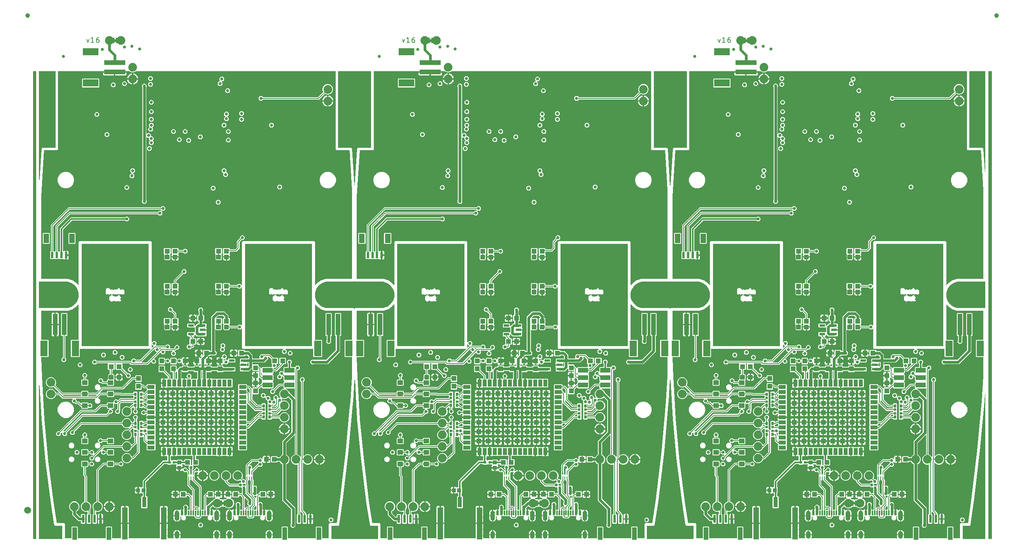
<source format=gtl>
G04 EAGLE Gerber RS-274X export*
G75*
%MOMM*%
%FSLAX34Y34*%
%LPD*%
%INTop Copper*%
%IPPOS*%
%AMOC8*
5,1,8,0,0,1.08239X$1,22.5*%
G01*
%ADD10C,0.203200*%
%ADD11C,0.635000*%
%ADD12C,0.300000*%
%ADD13R,1.100000X1.000000*%
%ADD14R,1.000000X1.100000*%
%ADD15R,1.200000X0.550000*%
%ADD16R,0.900000X0.850000*%
%ADD17R,0.600000X0.600000*%
%ADD18R,0.850000X1.520000*%
%ADD19R,1.520000X0.850000*%
%ADD20R,1.100000X1.100000*%
%ADD21R,0.300000X1.000000*%
%ADD22R,0.600000X1.000000*%
%ADD23C,0.755600*%
%ADD24R,0.250000X0.610000*%
%ADD25R,0.250000X0.560000*%
%ADD26R,1.150000X7.000000*%
%ADD27R,0.900000X2.200000*%
%ADD28R,0.550000X0.800000*%
%ADD29R,0.550000X0.500000*%
%ADD30R,1.000000X4.600000*%
%ADD31R,1.600000X3.400000*%
%ADD32R,4.600000X1.000000*%
%ADD33R,3.400000X1.600000*%
%ADD34C,1.879600*%
%ADD35R,0.600000X1.700000*%
%ADD36R,1.000000X2.700000*%
%ADD37R,0.630000X0.830000*%
%ADD38R,0.635000X1.270000*%
%ADD39R,1.150000X1.000000*%
%ADD40R,1.200000X2.000000*%
%ADD41R,0.600000X1.350000*%
%ADD42R,2.200000X1.100000*%
%ADD43R,0.850000X0.900000*%
%ADD44C,1.000000*%
%ADD45C,1.500000*%
%ADD46C,0.558800*%
%ADD47C,0.660400*%
%ADD48C,0.304800*%
%ADD49C,0.177800*%
%ADD50C,0.350519*%
%ADD51C,0.736600*%
%ADD52C,0.350000*%

G36*
X1187298Y2536D02*
X1187298Y2536D01*
X1187304Y2542D01*
X1187309Y2538D01*
X1188366Y2908D01*
X1188370Y2915D01*
X1188376Y2913D01*
X1189324Y3509D01*
X1189327Y3516D01*
X1189332Y3516D01*
X1190124Y4307D01*
X1190125Y4315D01*
X1190131Y4316D01*
X1190727Y5264D01*
X1190726Y5272D01*
X1190731Y5274D01*
X1191101Y6331D01*
X1191100Y6335D01*
X1191102Y6337D01*
X1191100Y6340D01*
X1191104Y6342D01*
X1191229Y7454D01*
X1191227Y7458D01*
X1191229Y7460D01*
X1191229Y9460D01*
X1193771Y9460D01*
X1193771Y6712D01*
X1193479Y5246D01*
X1192896Y3837D01*
X1192886Y3796D01*
X1192873Y3767D01*
X1192872Y3765D01*
X1192866Y3751D01*
X1192857Y3673D01*
X1192839Y3597D01*
X1192844Y3552D01*
X1192839Y3506D01*
X1192855Y3430D01*
X1192862Y3353D01*
X1192881Y3311D01*
X1192891Y3266D01*
X1192931Y3199D01*
X1192962Y3128D01*
X1192994Y3094D01*
X1193017Y3055D01*
X1193076Y3004D01*
X1193129Y2947D01*
X1193169Y2925D01*
X1193204Y2895D01*
X1193276Y2866D01*
X1193344Y2828D01*
X1193390Y2820D01*
X1193432Y2803D01*
X1193568Y2788D01*
X1193586Y2784D01*
X1193591Y2785D01*
X1193599Y2784D01*
X1212510Y2784D01*
X1212530Y2788D01*
X1212549Y2785D01*
X1212651Y2807D01*
X1212753Y2824D01*
X1212770Y2833D01*
X1212790Y2838D01*
X1212879Y2891D01*
X1212970Y2939D01*
X1212984Y2954D01*
X1213001Y2964D01*
X1213068Y3043D01*
X1213140Y3118D01*
X1213148Y3136D01*
X1213161Y3151D01*
X1213200Y3247D01*
X1213243Y3341D01*
X1213245Y3360D01*
X1213253Y3379D01*
X1213271Y3546D01*
X1213271Y27116D01*
X1214313Y28158D01*
X1225787Y28158D01*
X1226829Y27116D01*
X1226829Y3546D01*
X1226831Y3533D01*
X1226830Y3523D01*
X1226831Y3517D01*
X1226830Y3506D01*
X1226852Y3405D01*
X1226868Y3303D01*
X1226878Y3285D01*
X1226882Y3266D01*
X1226935Y3177D01*
X1226984Y3085D01*
X1226998Y3072D01*
X1227008Y3055D01*
X1227087Y2987D01*
X1227162Y2916D01*
X1227180Y2908D01*
X1227195Y2895D01*
X1227291Y2856D01*
X1227385Y2812D01*
X1227405Y2810D01*
X1227423Y2803D01*
X1227590Y2784D01*
X1287010Y2784D01*
X1287030Y2788D01*
X1287049Y2785D01*
X1287151Y2807D01*
X1287253Y2824D01*
X1287270Y2833D01*
X1287290Y2838D01*
X1287379Y2891D01*
X1287470Y2939D01*
X1287484Y2954D01*
X1287501Y2964D01*
X1287568Y3043D01*
X1287640Y3118D01*
X1287648Y3136D01*
X1287661Y3151D01*
X1287700Y3247D01*
X1287743Y3341D01*
X1287745Y3360D01*
X1287753Y3379D01*
X1287771Y3546D01*
X1287771Y27116D01*
X1288813Y28158D01*
X1300287Y28158D01*
X1301329Y27116D01*
X1301329Y3546D01*
X1301331Y3533D01*
X1301330Y3523D01*
X1301331Y3517D01*
X1301330Y3506D01*
X1301352Y3405D01*
X1301368Y3303D01*
X1301378Y3285D01*
X1301382Y3266D01*
X1301435Y3177D01*
X1301484Y3085D01*
X1301498Y3072D01*
X1301508Y3055D01*
X1301587Y2987D01*
X1301662Y2916D01*
X1301680Y2908D01*
X1301695Y2895D01*
X1301791Y2856D01*
X1301885Y2812D01*
X1301905Y2810D01*
X1301923Y2803D01*
X1302090Y2784D01*
X1315144Y2784D01*
X1315164Y2788D01*
X1315183Y2785D01*
X1315285Y2807D01*
X1315387Y2824D01*
X1315404Y2833D01*
X1315424Y2838D01*
X1315513Y2891D01*
X1315604Y2939D01*
X1315618Y2954D01*
X1315635Y2964D01*
X1315702Y3043D01*
X1315774Y3118D01*
X1315782Y3136D01*
X1315795Y3151D01*
X1315834Y3247D01*
X1315877Y3341D01*
X1315879Y3360D01*
X1315887Y3379D01*
X1315905Y3546D01*
X1315905Y33897D01*
X1317542Y35534D01*
X1332612Y35534D01*
X1332701Y35549D01*
X1332790Y35555D01*
X1332821Y35569D01*
X1332855Y35574D01*
X1332934Y35616D01*
X1333017Y35651D01*
X1333042Y35673D01*
X1333072Y35689D01*
X1333134Y35754D01*
X1333201Y35813D01*
X1333218Y35843D01*
X1333242Y35868D01*
X1333279Y35949D01*
X1333324Y36026D01*
X1333335Y36068D01*
X1333345Y36091D01*
X1333349Y36122D01*
X1333366Y36189D01*
X1340499Y86576D01*
X1340499Y86583D01*
X1340501Y86593D01*
X1353221Y193741D01*
X1353220Y193750D01*
X1353223Y193764D01*
X1360928Y280911D01*
X1360928Y280912D01*
X1362726Y301244D01*
X1362725Y301251D01*
X1362727Y301261D01*
X1366264Y355005D01*
X1366262Y355023D01*
X1366265Y355055D01*
X1366265Y396600D01*
X1366262Y396619D01*
X1366264Y396639D01*
X1366242Y396740D01*
X1366226Y396842D01*
X1366216Y396860D01*
X1366212Y396879D01*
X1366159Y396968D01*
X1366110Y397060D01*
X1366096Y397073D01*
X1366086Y397091D01*
X1366007Y397158D01*
X1365932Y397229D01*
X1365914Y397237D01*
X1365899Y397250D01*
X1365803Y397289D01*
X1365709Y397333D01*
X1365689Y397335D01*
X1365671Y397342D01*
X1365504Y397361D01*
X1351143Y397361D01*
X1350101Y398403D01*
X1350101Y433876D01*
X1351143Y434918D01*
X1365504Y434918D01*
X1365524Y434922D01*
X1365543Y434919D01*
X1365645Y434941D01*
X1365747Y434958D01*
X1365764Y434967D01*
X1365784Y434972D01*
X1365873Y435025D01*
X1365964Y435073D01*
X1365978Y435088D01*
X1365995Y435098D01*
X1366062Y435177D01*
X1366134Y435252D01*
X1366142Y435270D01*
X1366155Y435285D01*
X1366194Y435381D01*
X1366237Y435475D01*
X1366239Y435494D01*
X1366247Y435513D01*
X1366265Y435680D01*
X1366265Y497434D01*
X1366262Y497453D01*
X1366264Y497473D01*
X1366242Y497574D01*
X1366226Y497676D01*
X1366216Y497694D01*
X1366212Y497713D01*
X1366159Y497802D01*
X1366110Y497894D01*
X1366096Y497907D01*
X1366086Y497925D01*
X1366007Y497992D01*
X1365932Y498063D01*
X1365914Y498071D01*
X1365899Y498084D01*
X1365803Y498123D01*
X1365709Y498167D01*
X1365689Y498169D01*
X1365671Y498176D01*
X1365504Y498195D01*
X1308979Y498195D01*
X1298571Y501576D01*
X1289719Y508008D01*
X1287126Y511577D01*
X1287120Y511583D01*
X1287116Y511590D01*
X1287033Y511669D01*
X1286951Y511750D01*
X1286944Y511754D01*
X1286938Y511759D01*
X1286833Y511808D01*
X1286730Y511858D01*
X1286722Y511859D01*
X1286715Y511863D01*
X1286601Y511875D01*
X1286486Y511891D01*
X1286478Y511889D01*
X1286471Y511890D01*
X1286358Y511865D01*
X1286245Y511843D01*
X1286238Y511839D01*
X1286230Y511838D01*
X1286132Y511779D01*
X1286031Y511721D01*
X1286026Y511715D01*
X1286019Y511711D01*
X1285944Y511624D01*
X1285867Y511538D01*
X1285864Y511531D01*
X1285859Y511525D01*
X1285816Y511417D01*
X1285771Y511312D01*
X1285770Y511304D01*
X1285767Y511296D01*
X1285749Y511130D01*
X1285749Y435680D01*
X1285752Y435660D01*
X1285750Y435640D01*
X1285772Y435539D01*
X1285788Y435437D01*
X1285798Y435419D01*
X1285802Y435400D01*
X1285855Y435311D01*
X1285904Y435219D01*
X1285918Y435206D01*
X1285928Y435189D01*
X1286007Y435121D01*
X1286082Y435050D01*
X1286100Y435042D01*
X1286115Y435029D01*
X1286211Y434990D01*
X1286305Y434946D01*
X1286325Y434944D01*
X1286343Y434937D01*
X1286510Y434918D01*
X1300617Y434918D01*
X1301659Y433876D01*
X1301659Y398403D01*
X1300617Y397361D01*
X1283143Y397361D01*
X1282101Y398403D01*
X1282101Y414630D01*
X1282098Y414649D01*
X1282100Y414669D01*
X1282078Y414770D01*
X1282062Y414872D01*
X1282052Y414890D01*
X1282048Y414909D01*
X1281995Y414998D01*
X1281946Y415090D01*
X1281932Y415103D01*
X1281922Y415121D01*
X1281843Y415188D01*
X1281768Y415259D01*
X1281750Y415267D01*
X1281735Y415280D01*
X1281639Y415319D01*
X1281545Y415363D01*
X1281525Y415365D01*
X1281507Y415372D01*
X1281340Y415391D01*
X1222382Y415391D01*
X1222311Y415379D01*
X1222239Y415377D01*
X1222190Y415360D01*
X1222139Y415351D01*
X1222076Y415318D01*
X1222008Y415293D01*
X1221968Y415260D01*
X1221922Y415236D01*
X1221872Y415184D01*
X1221816Y415139D01*
X1221788Y415095D01*
X1221752Y415058D01*
X1221722Y414993D01*
X1221683Y414932D01*
X1221671Y414882D01*
X1221649Y414835D01*
X1221641Y414763D01*
X1221623Y414694D01*
X1221627Y414642D01*
X1221622Y414590D01*
X1221637Y414520D01*
X1221642Y414449D01*
X1221663Y414401D01*
X1221674Y414350D01*
X1221711Y414288D01*
X1221739Y414222D01*
X1221783Y414166D01*
X1221800Y414139D01*
X1221818Y414123D01*
X1221843Y414091D01*
X1224281Y411654D01*
X1224281Y407445D01*
X1221305Y404469D01*
X1217095Y404469D01*
X1214119Y407445D01*
X1214119Y411654D01*
X1216557Y414091D01*
X1216598Y414150D01*
X1216648Y414202D01*
X1216670Y414249D01*
X1216700Y414291D01*
X1216721Y414360D01*
X1216751Y414425D01*
X1216757Y414476D01*
X1216772Y414526D01*
X1216771Y414598D01*
X1216778Y414669D01*
X1216767Y414720D01*
X1216766Y414772D01*
X1216741Y414839D01*
X1216726Y414909D01*
X1216699Y414954D01*
X1216682Y415003D01*
X1216637Y415059D01*
X1216600Y415121D01*
X1216560Y415154D01*
X1216528Y415195D01*
X1216468Y415234D01*
X1216413Y415280D01*
X1216365Y415300D01*
X1216321Y415328D01*
X1216252Y415346D01*
X1216185Y415372D01*
X1216114Y415380D01*
X1216082Y415388D01*
X1216059Y415386D01*
X1216018Y415391D01*
X1129037Y415391D01*
X1127251Y417177D01*
X1127251Y459047D01*
X1127240Y459118D01*
X1127238Y459190D01*
X1127220Y459239D01*
X1127212Y459290D01*
X1127178Y459353D01*
X1127153Y459421D01*
X1127121Y459461D01*
X1127096Y459507D01*
X1127044Y459557D01*
X1127000Y459613D01*
X1126956Y459641D01*
X1126918Y459677D01*
X1126853Y459707D01*
X1126793Y459746D01*
X1126742Y459759D01*
X1126695Y459780D01*
X1126624Y459788D01*
X1126554Y459806D01*
X1126502Y459802D01*
X1126451Y459808D01*
X1126380Y459792D01*
X1126309Y459787D01*
X1126261Y459766D01*
X1126210Y459755D01*
X1126149Y459718D01*
X1126083Y459690D01*
X1126027Y459646D01*
X1125999Y459629D01*
X1125984Y459611D01*
X1125952Y459586D01*
X1124150Y457783D01*
X1119940Y457783D01*
X1117725Y459999D01*
X1117651Y460052D01*
X1117582Y460111D01*
X1117551Y460124D01*
X1117525Y460142D01*
X1117438Y460169D01*
X1117353Y460203D01*
X1117312Y460208D01*
X1117290Y460215D01*
X1117258Y460214D01*
X1117187Y460222D01*
X1100890Y460222D01*
X1100870Y460219D01*
X1100851Y460221D01*
X1100749Y460199D01*
X1100647Y460182D01*
X1100630Y460173D01*
X1100610Y460169D01*
X1100521Y460115D01*
X1100430Y460067D01*
X1100416Y460053D01*
X1100399Y460042D01*
X1100332Y459964D01*
X1100260Y459889D01*
X1100252Y459871D01*
X1100239Y459855D01*
X1100200Y459759D01*
X1100157Y459666D01*
X1100155Y459646D01*
X1100147Y459627D01*
X1100129Y459461D01*
X1100129Y458031D01*
X1098208Y456111D01*
X1088492Y456111D01*
X1086571Y458031D01*
X1086571Y467748D01*
X1086701Y467877D01*
X1086712Y467893D01*
X1086728Y467906D01*
X1086784Y467993D01*
X1086844Y468077D01*
X1086850Y468096D01*
X1086861Y468112D01*
X1086886Y468213D01*
X1086916Y468312D01*
X1086916Y468332D01*
X1086921Y468351D01*
X1086913Y468454D01*
X1086910Y468558D01*
X1086903Y468576D01*
X1086902Y468596D01*
X1086861Y468691D01*
X1086826Y468789D01*
X1086813Y468804D01*
X1086805Y468823D01*
X1086701Y468954D01*
X1085801Y469853D01*
X1085801Y481326D01*
X1086843Y482368D01*
X1087746Y482368D01*
X1087766Y482372D01*
X1087785Y482369D01*
X1087887Y482391D01*
X1087989Y482408D01*
X1088006Y482417D01*
X1088026Y482422D01*
X1088115Y482475D01*
X1088206Y482523D01*
X1088220Y482538D01*
X1088237Y482548D01*
X1088304Y482627D01*
X1088376Y482702D01*
X1088384Y482720D01*
X1088397Y482735D01*
X1088436Y482831D01*
X1088479Y482925D01*
X1088481Y482944D01*
X1088489Y482963D01*
X1088507Y483130D01*
X1088507Y483930D01*
X1088505Y483942D01*
X1088506Y483950D01*
X1088497Y483993D01*
X1088493Y484020D01*
X1088485Y484111D01*
X1088473Y484141D01*
X1088468Y484173D01*
X1088425Y484254D01*
X1088389Y484337D01*
X1088363Y484370D01*
X1088352Y484390D01*
X1088329Y484412D01*
X1088284Y484468D01*
X1085449Y487304D01*
X1085375Y487357D01*
X1085305Y487416D01*
X1085275Y487429D01*
X1085249Y487447D01*
X1085162Y487474D01*
X1085077Y487508D01*
X1085036Y487513D01*
X1085014Y487520D01*
X1084982Y487519D01*
X1084911Y487527D01*
X1075359Y487527D01*
X1075269Y487512D01*
X1075178Y487505D01*
X1075149Y487492D01*
X1075117Y487487D01*
X1075036Y487444D01*
X1074952Y487409D01*
X1074920Y487383D01*
X1074899Y487372D01*
X1074877Y487349D01*
X1074821Y487304D01*
X1071185Y483668D01*
X1071143Y483610D01*
X1071094Y483558D01*
X1071072Y483510D01*
X1071042Y483468D01*
X1071020Y483400D01*
X1070990Y483335D01*
X1070985Y483283D01*
X1070969Y483233D01*
X1070971Y483161D01*
X1070963Y483090D01*
X1070974Y483039D01*
X1070976Y482987D01*
X1071000Y482920D01*
X1071015Y482850D01*
X1071042Y482805D01*
X1071060Y482756D01*
X1071105Y482700D01*
X1071142Y482639D01*
X1071181Y482605D01*
X1071214Y482564D01*
X1071274Y482525D01*
X1071328Y482479D01*
X1071377Y482459D01*
X1071421Y482431D01*
X1071490Y482414D01*
X1071557Y482387D01*
X1071628Y482379D01*
X1071659Y482371D01*
X1071682Y482373D01*
X1071723Y482368D01*
X1082317Y482368D01*
X1083359Y481326D01*
X1083359Y469853D01*
X1082459Y468954D01*
X1082448Y468937D01*
X1082432Y468925D01*
X1082376Y468838D01*
X1082316Y468754D01*
X1082310Y468735D01*
X1082299Y468718D01*
X1082274Y468618D01*
X1082244Y468519D01*
X1082244Y468499D01*
X1082239Y468479D01*
X1082247Y468376D01*
X1082250Y468273D01*
X1082257Y468254D01*
X1082258Y468234D01*
X1082299Y468139D01*
X1082334Y468042D01*
X1082347Y468026D01*
X1082355Y468008D01*
X1082459Y467877D01*
X1082589Y467748D01*
X1082589Y458031D01*
X1080668Y456111D01*
X1070952Y456111D01*
X1070132Y456931D01*
X1070074Y456972D01*
X1070022Y457022D01*
X1069975Y457044D01*
X1069933Y457074D01*
X1069864Y457095D01*
X1069799Y457125D01*
X1069747Y457131D01*
X1069697Y457146D01*
X1069626Y457145D01*
X1069555Y457152D01*
X1069504Y457141D01*
X1069452Y457140D01*
X1069384Y457115D01*
X1069314Y457100D01*
X1069269Y457073D01*
X1069221Y457056D01*
X1069165Y457011D01*
X1069103Y456974D01*
X1069069Y456934D01*
X1069029Y456902D01*
X1068990Y456842D01*
X1068943Y456787D01*
X1068924Y456739D01*
X1068896Y456695D01*
X1068878Y456625D01*
X1068851Y456559D01*
X1068843Y456488D01*
X1068835Y456456D01*
X1068837Y456433D01*
X1068833Y456392D01*
X1068833Y411207D01*
X1068847Y411117D01*
X1068855Y411026D01*
X1068867Y410997D01*
X1068872Y410965D01*
X1068915Y410884D01*
X1068951Y410800D01*
X1068977Y410768D01*
X1068988Y410747D01*
X1069011Y410725D01*
X1069056Y410669D01*
X1071881Y407844D01*
X1071881Y403635D01*
X1068905Y400659D01*
X1064696Y400659D01*
X1064411Y400944D01*
X1064336Y400997D01*
X1064267Y401056D01*
X1064237Y401069D01*
X1064211Y401087D01*
X1064124Y401114D01*
X1064039Y401148D01*
X1063998Y401153D01*
X1063976Y401160D01*
X1063943Y401159D01*
X1063872Y401167D01*
X1057940Y401167D01*
X1057920Y401164D01*
X1057901Y401166D01*
X1057799Y401144D01*
X1057697Y401127D01*
X1057680Y401118D01*
X1057660Y401114D01*
X1057571Y401060D01*
X1057480Y401012D01*
X1057466Y400998D01*
X1057449Y400987D01*
X1057382Y400909D01*
X1057310Y400834D01*
X1057302Y400816D01*
X1057289Y400800D01*
X1057250Y400704D01*
X1057207Y400611D01*
X1057205Y400591D01*
X1057197Y400572D01*
X1057179Y400406D01*
X1057179Y400003D01*
X1056137Y398961D01*
X1054038Y398961D01*
X1053947Y398946D01*
X1053857Y398939D01*
X1053827Y398926D01*
X1053795Y398921D01*
X1053714Y398878D01*
X1053630Y398843D01*
X1053598Y398817D01*
X1053577Y398806D01*
X1053555Y398783D01*
X1053499Y398738D01*
X1052800Y398038D01*
X1052747Y397964D01*
X1052687Y397895D01*
X1052675Y397865D01*
X1052656Y397839D01*
X1052629Y397752D01*
X1052595Y397667D01*
X1052591Y397626D01*
X1052584Y397604D01*
X1052585Y397571D01*
X1052577Y397500D01*
X1052577Y389602D01*
X1052580Y389582D01*
X1052578Y389562D01*
X1052600Y389461D01*
X1052617Y389359D01*
X1052626Y389341D01*
X1052630Y389322D01*
X1052683Y389233D01*
X1052732Y389142D01*
X1052746Y389128D01*
X1052756Y389111D01*
X1052835Y389043D01*
X1052910Y388972D01*
X1052928Y388964D01*
X1052943Y388951D01*
X1053039Y388912D01*
X1053133Y388869D01*
X1053153Y388866D01*
X1053171Y388859D01*
X1053338Y388840D01*
X1054101Y388840D01*
X1054101Y388839D01*
X1053338Y388839D01*
X1053318Y388836D01*
X1053299Y388838D01*
X1053197Y388816D01*
X1053095Y388799D01*
X1053078Y388790D01*
X1053058Y388785D01*
X1052969Y388732D01*
X1052878Y388684D01*
X1052864Y388669D01*
X1052847Y388659D01*
X1052780Y388581D01*
X1052709Y388506D01*
X1052700Y388488D01*
X1052687Y388472D01*
X1052648Y388376D01*
X1052605Y388282D01*
X1052603Y388263D01*
X1052595Y388244D01*
X1052577Y388077D01*
X1052577Y380799D01*
X1048766Y380799D01*
X1048119Y380972D01*
X1047540Y381306D01*
X1047272Y381574D01*
X1047214Y381616D01*
X1047162Y381665D01*
X1047115Y381687D01*
X1047073Y381718D01*
X1047004Y381739D01*
X1046939Y381769D01*
X1046887Y381775D01*
X1046837Y381790D01*
X1046766Y381788D01*
X1046695Y381796D01*
X1046644Y381785D01*
X1046592Y381784D01*
X1046524Y381759D01*
X1046454Y381744D01*
X1046409Y381717D01*
X1046361Y381699D01*
X1046305Y381654D01*
X1046243Y381618D01*
X1046209Y381578D01*
X1046169Y381546D01*
X1046130Y381485D01*
X1046083Y381431D01*
X1046064Y381382D01*
X1046036Y381339D01*
X1046018Y381269D01*
X1045991Y381203D01*
X1045983Y381131D01*
X1045975Y381100D01*
X1045977Y381077D01*
X1045973Y381036D01*
X1045973Y378566D01*
X1045984Y378495D01*
X1045986Y378423D01*
X1046004Y378374D01*
X1046012Y378323D01*
X1046046Y378260D01*
X1046071Y378192D01*
X1046103Y378152D01*
X1046128Y378106D01*
X1046180Y378056D01*
X1046224Y378000D01*
X1046268Y377972D01*
X1046306Y377936D01*
X1046371Y377906D01*
X1046431Y377867D01*
X1046482Y377854D01*
X1046529Y377833D01*
X1046600Y377825D01*
X1046670Y377807D01*
X1046722Y377811D01*
X1046773Y377805D01*
X1046844Y377821D01*
X1046915Y377826D01*
X1046963Y377847D01*
X1047014Y377858D01*
X1047075Y377894D01*
X1047141Y377923D01*
X1047197Y377967D01*
X1047225Y377984D01*
X1047240Y378002D01*
X1047272Y378027D01*
X1048363Y379118D01*
X1059837Y379118D01*
X1060879Y378076D01*
X1060879Y377174D01*
X1060882Y377154D01*
X1060880Y377134D01*
X1060902Y377033D01*
X1060918Y376931D01*
X1060928Y376913D01*
X1060932Y376894D01*
X1060985Y376805D01*
X1061034Y376713D01*
X1061048Y376700D01*
X1061058Y376683D01*
X1061137Y376615D01*
X1061212Y376544D01*
X1061230Y376536D01*
X1061245Y376523D01*
X1061341Y376484D01*
X1061435Y376440D01*
X1061455Y376438D01*
X1061473Y376431D01*
X1061640Y376412D01*
X1071960Y376412D01*
X1071980Y376416D01*
X1071999Y376413D01*
X1072101Y376435D01*
X1072203Y376452D01*
X1072220Y376461D01*
X1072240Y376466D01*
X1072329Y376519D01*
X1072420Y376567D01*
X1072434Y376582D01*
X1072451Y376592D01*
X1072518Y376671D01*
X1072590Y376746D01*
X1072598Y376764D01*
X1072611Y376779D01*
X1072650Y376875D01*
X1072693Y376969D01*
X1072695Y376988D01*
X1072703Y377007D01*
X1072721Y377174D01*
X1072721Y378076D01*
X1073763Y379118D01*
X1085237Y379118D01*
X1086279Y378076D01*
X1086279Y376174D01*
X1086282Y376154D01*
X1086280Y376134D01*
X1086302Y376033D01*
X1086318Y375931D01*
X1086328Y375913D01*
X1086332Y375894D01*
X1086385Y375805D01*
X1086434Y375713D01*
X1086448Y375700D01*
X1086458Y375683D01*
X1086537Y375615D01*
X1086612Y375544D01*
X1086630Y375536D01*
X1086645Y375523D01*
X1086741Y375484D01*
X1086835Y375440D01*
X1086855Y375438D01*
X1086873Y375431D01*
X1087040Y375412D01*
X1106622Y375412D01*
X1106686Y375387D01*
X1106727Y375382D01*
X1106749Y375375D01*
X1106781Y375376D01*
X1106852Y375368D01*
X1111336Y375368D01*
X1112378Y374326D01*
X1112378Y367353D01*
X1111336Y366311D01*
X1106852Y366311D01*
X1106762Y366296D01*
X1106671Y366289D01*
X1106642Y366276D01*
X1106610Y366271D01*
X1106602Y366267D01*
X1087040Y366267D01*
X1087020Y366264D01*
X1087001Y366266D01*
X1086899Y366244D01*
X1086797Y366227D01*
X1086780Y366218D01*
X1086760Y366214D01*
X1086671Y366160D01*
X1086580Y366112D01*
X1086566Y366098D01*
X1086549Y366087D01*
X1086482Y366009D01*
X1086410Y365934D01*
X1086402Y365916D01*
X1086389Y365900D01*
X1086350Y365804D01*
X1086307Y365711D01*
X1086305Y365691D01*
X1086297Y365672D01*
X1086291Y365615D01*
X1085237Y364561D01*
X1073763Y364561D01*
X1072721Y365603D01*
X1072721Y366506D01*
X1072718Y366525D01*
X1072720Y366545D01*
X1072698Y366646D01*
X1072682Y366748D01*
X1072672Y366766D01*
X1072668Y366785D01*
X1072615Y366874D01*
X1072566Y366966D01*
X1072552Y366979D01*
X1072542Y366997D01*
X1072463Y367064D01*
X1072388Y367135D01*
X1072370Y367143D01*
X1072355Y367156D01*
X1072259Y367195D01*
X1072165Y367239D01*
X1072145Y367241D01*
X1072127Y367248D01*
X1071960Y367267D01*
X1061640Y367267D01*
X1061620Y367264D01*
X1061601Y367266D01*
X1061499Y367244D01*
X1061397Y367227D01*
X1061380Y367218D01*
X1061360Y367214D01*
X1061271Y367160D01*
X1061180Y367112D01*
X1061166Y367098D01*
X1061149Y367087D01*
X1061082Y367009D01*
X1061010Y366934D01*
X1061002Y366916D01*
X1060989Y366900D01*
X1060950Y366804D01*
X1060907Y366711D01*
X1060905Y366691D01*
X1060897Y366672D01*
X1060879Y366506D01*
X1060879Y365603D01*
X1059837Y364561D01*
X1050534Y364561D01*
X1050514Y364558D01*
X1050495Y364560D01*
X1050393Y364538D01*
X1050291Y364521D01*
X1050274Y364512D01*
X1050254Y364508D01*
X1050165Y364454D01*
X1050074Y364406D01*
X1050060Y364392D01*
X1050043Y364381D01*
X1049976Y364303D01*
X1049904Y364228D01*
X1049896Y364210D01*
X1049883Y364194D01*
X1049844Y364098D01*
X1049801Y364005D01*
X1049799Y363985D01*
X1049791Y363966D01*
X1049773Y363800D01*
X1049773Y351135D01*
X1049788Y351041D01*
X1049797Y350946D01*
X1049808Y350920D01*
X1049812Y350892D01*
X1049857Y350808D01*
X1049895Y350720D01*
X1049914Y350700D01*
X1049928Y350675D01*
X1049997Y350609D01*
X1050061Y350538D01*
X1050085Y350525D01*
X1050106Y350505D01*
X1050192Y350465D01*
X1050276Y350419D01*
X1050303Y350414D01*
X1050329Y350402D01*
X1050424Y350391D01*
X1050518Y350374D01*
X1050545Y350378D01*
X1050573Y350375D01*
X1050667Y350395D01*
X1050761Y350408D01*
X1050793Y350422D01*
X1050814Y350427D01*
X1050842Y350444D01*
X1050915Y350476D01*
X1050969Y350507D01*
X1051616Y350680D01*
X1054677Y350680D01*
X1054677Y341302D01*
X1054680Y341282D01*
X1054678Y341262D01*
X1054700Y341161D01*
X1054717Y341059D01*
X1054726Y341041D01*
X1054730Y341022D01*
X1054783Y340933D01*
X1054832Y340842D01*
X1054846Y340828D01*
X1054856Y340811D01*
X1054935Y340743D01*
X1055010Y340672D01*
X1055028Y340664D01*
X1055043Y340651D01*
X1055139Y340612D01*
X1055233Y340569D01*
X1055253Y340566D01*
X1055271Y340559D01*
X1055438Y340540D01*
X1056962Y340540D01*
X1056982Y340544D01*
X1057001Y340541D01*
X1057103Y340563D01*
X1057205Y340580D01*
X1057222Y340589D01*
X1057242Y340594D01*
X1057331Y340647D01*
X1057422Y340695D01*
X1057436Y340710D01*
X1057453Y340720D01*
X1057520Y340799D01*
X1057591Y340874D01*
X1057600Y340892D01*
X1057613Y340907D01*
X1057652Y341003D01*
X1057695Y341097D01*
X1057697Y341116D01*
X1057705Y341135D01*
X1057723Y341302D01*
X1057723Y350680D01*
X1060784Y350680D01*
X1061431Y350507D01*
X1062010Y350173D01*
X1062041Y350141D01*
X1062115Y350088D01*
X1062185Y350029D01*
X1062215Y350017D01*
X1062241Y349998D01*
X1062328Y349971D01*
X1062413Y349937D01*
X1062454Y349932D01*
X1062476Y349925D01*
X1062508Y349926D01*
X1062580Y349918D01*
X1072189Y349918D01*
X1072190Y349916D01*
X1072278Y349860D01*
X1072361Y349800D01*
X1072380Y349794D01*
X1072397Y349783D01*
X1072498Y349758D01*
X1072597Y349727D01*
X1072617Y349728D01*
X1072636Y349723D01*
X1072739Y349731D01*
X1072842Y349734D01*
X1072861Y349741D01*
X1072881Y349742D01*
X1072976Y349783D01*
X1073073Y349818D01*
X1073089Y349831D01*
X1073107Y349839D01*
X1073207Y349918D01*
X1083189Y349918D01*
X1083190Y349916D01*
X1083278Y349860D01*
X1083361Y349800D01*
X1083380Y349794D01*
X1083397Y349783D01*
X1083498Y349758D01*
X1083597Y349727D01*
X1083617Y349728D01*
X1083636Y349723D01*
X1083739Y349731D01*
X1083842Y349734D01*
X1083861Y349741D01*
X1083881Y349742D01*
X1083976Y349783D01*
X1084073Y349818D01*
X1084089Y349831D01*
X1084107Y349839D01*
X1084207Y349918D01*
X1094189Y349918D01*
X1094190Y349916D01*
X1094277Y349860D01*
X1094361Y349800D01*
X1094380Y349794D01*
X1094397Y349783D01*
X1094497Y349758D01*
X1094596Y349727D01*
X1094616Y349728D01*
X1094636Y349723D01*
X1094739Y349731D01*
X1094842Y349734D01*
X1094861Y349741D01*
X1094881Y349742D01*
X1094976Y349783D01*
X1095073Y349818D01*
X1095089Y349831D01*
X1095107Y349839D01*
X1095207Y349918D01*
X1105187Y349918D01*
X1106229Y348876D01*
X1106229Y332203D01*
X1105187Y331161D01*
X1095211Y331161D01*
X1095210Y331163D01*
X1095122Y331219D01*
X1095039Y331279D01*
X1095020Y331285D01*
X1095003Y331296D01*
X1094902Y331321D01*
X1094803Y331352D01*
X1094783Y331351D01*
X1094764Y331356D01*
X1094661Y331348D01*
X1094558Y331345D01*
X1094539Y331338D01*
X1094519Y331337D01*
X1094424Y331297D01*
X1094327Y331261D01*
X1094311Y331248D01*
X1094293Y331241D01*
X1094193Y331161D01*
X1084211Y331161D01*
X1084210Y331163D01*
X1084123Y331219D01*
X1084039Y331279D01*
X1084020Y331285D01*
X1084003Y331296D01*
X1083903Y331321D01*
X1083804Y331352D01*
X1083784Y331351D01*
X1083764Y331356D01*
X1083661Y331348D01*
X1083558Y331345D01*
X1083539Y331338D01*
X1083519Y331337D01*
X1083424Y331296D01*
X1083327Y331261D01*
X1083311Y331248D01*
X1083293Y331241D01*
X1083193Y331161D01*
X1073211Y331161D01*
X1073210Y331163D01*
X1073123Y331219D01*
X1073039Y331279D01*
X1073020Y331285D01*
X1073003Y331296D01*
X1072903Y331321D01*
X1072804Y331352D01*
X1072784Y331351D01*
X1072764Y331356D01*
X1072661Y331348D01*
X1072558Y331345D01*
X1072539Y331338D01*
X1072519Y331337D01*
X1072424Y331296D01*
X1072327Y331261D01*
X1072311Y331248D01*
X1072293Y331241D01*
X1072193Y331161D01*
X1062580Y331161D01*
X1062490Y331146D01*
X1062399Y331139D01*
X1062369Y331126D01*
X1062337Y331121D01*
X1062256Y331078D01*
X1062172Y331043D01*
X1062140Y331017D01*
X1062120Y331006D01*
X1062097Y330983D01*
X1062041Y330938D01*
X1062010Y330906D01*
X1061431Y330572D01*
X1060784Y330399D01*
X1057723Y330399D01*
X1057723Y339777D01*
X1057720Y339797D01*
X1057722Y339817D01*
X1057700Y339918D01*
X1057683Y340020D01*
X1057674Y340038D01*
X1057670Y340057D01*
X1057617Y340146D01*
X1057568Y340238D01*
X1057554Y340251D01*
X1057544Y340268D01*
X1057465Y340336D01*
X1057390Y340407D01*
X1057372Y340415D01*
X1057357Y340428D01*
X1057261Y340467D01*
X1057167Y340511D01*
X1057147Y340513D01*
X1057129Y340520D01*
X1056962Y340539D01*
X1055438Y340539D01*
X1055418Y340536D01*
X1055399Y340538D01*
X1055297Y340516D01*
X1055195Y340499D01*
X1055178Y340490D01*
X1055158Y340485D01*
X1055069Y340432D01*
X1054978Y340384D01*
X1054964Y340369D01*
X1054947Y340359D01*
X1054880Y340281D01*
X1054809Y340206D01*
X1054800Y340188D01*
X1054787Y340172D01*
X1054748Y340076D01*
X1054705Y339982D01*
X1054703Y339963D01*
X1054695Y339944D01*
X1054677Y339777D01*
X1054677Y330399D01*
X1051616Y330399D01*
X1050969Y330572D01*
X1050390Y330906D01*
X1050359Y330938D01*
X1050285Y330991D01*
X1050215Y331050D01*
X1050185Y331063D01*
X1050159Y331081D01*
X1050072Y331108D01*
X1049987Y331142D01*
X1049946Y331147D01*
X1049924Y331154D01*
X1049892Y331153D01*
X1049820Y331161D01*
X1040211Y331161D01*
X1040210Y331163D01*
X1040123Y331219D01*
X1040039Y331279D01*
X1040020Y331285D01*
X1040003Y331296D01*
X1039903Y331321D01*
X1039804Y331352D01*
X1039784Y331351D01*
X1039764Y331356D01*
X1039661Y331348D01*
X1039558Y331345D01*
X1039539Y331338D01*
X1039519Y331337D01*
X1039424Y331296D01*
X1039327Y331261D01*
X1039311Y331248D01*
X1039293Y331241D01*
X1039193Y331161D01*
X1029211Y331161D01*
X1029210Y331163D01*
X1029123Y331219D01*
X1029039Y331279D01*
X1029020Y331285D01*
X1029003Y331296D01*
X1028903Y331321D01*
X1028804Y331352D01*
X1028784Y331351D01*
X1028764Y331356D01*
X1028661Y331348D01*
X1028558Y331345D01*
X1028539Y331338D01*
X1028519Y331337D01*
X1028424Y331296D01*
X1028327Y331261D01*
X1028311Y331248D01*
X1028293Y331241D01*
X1028193Y331161D01*
X1018211Y331161D01*
X1018210Y331163D01*
X1018123Y331219D01*
X1018039Y331279D01*
X1018020Y331285D01*
X1018003Y331296D01*
X1017903Y331321D01*
X1017804Y331352D01*
X1017784Y331351D01*
X1017764Y331356D01*
X1017661Y331348D01*
X1017558Y331345D01*
X1017539Y331338D01*
X1017519Y331337D01*
X1017424Y331296D01*
X1017327Y331261D01*
X1017311Y331248D01*
X1017293Y331241D01*
X1017193Y331161D01*
X1007580Y331161D01*
X1007490Y331146D01*
X1007399Y331139D01*
X1007369Y331126D01*
X1007337Y331121D01*
X1007256Y331078D01*
X1007172Y331043D01*
X1007140Y331017D01*
X1007120Y331006D01*
X1007097Y330983D01*
X1007041Y330938D01*
X1007010Y330906D01*
X1006431Y330572D01*
X1005784Y330399D01*
X1002723Y330399D01*
X1002723Y339777D01*
X1002720Y339797D01*
X1002722Y339817D01*
X1002700Y339918D01*
X1002683Y340020D01*
X1002674Y340038D01*
X1002670Y340057D01*
X1002617Y340146D01*
X1002568Y340238D01*
X1002554Y340251D01*
X1002544Y340268D01*
X1002465Y340336D01*
X1002390Y340407D01*
X1002372Y340415D01*
X1002357Y340428D01*
X1002261Y340467D01*
X1002167Y340511D01*
X1002147Y340513D01*
X1002129Y340520D01*
X1001962Y340539D01*
X1000438Y340539D01*
X1000418Y340536D01*
X1000399Y340538D01*
X1000297Y340516D01*
X1000195Y340499D01*
X1000178Y340490D01*
X1000158Y340485D01*
X1000069Y340432D01*
X999978Y340384D01*
X999964Y340369D01*
X999947Y340359D01*
X999880Y340281D01*
X999809Y340206D01*
X999800Y340188D01*
X999787Y340172D01*
X999748Y340076D01*
X999705Y339982D01*
X999703Y339963D01*
X999695Y339944D01*
X999677Y339777D01*
X999677Y330399D01*
X996616Y330399D01*
X995969Y330572D01*
X995390Y330906D01*
X995359Y330938D01*
X995285Y330991D01*
X995215Y331050D01*
X995185Y331063D01*
X995159Y331081D01*
X995072Y331108D01*
X994987Y331142D01*
X994946Y331147D01*
X994924Y331154D01*
X994892Y331153D01*
X994820Y331161D01*
X985211Y331161D01*
X985210Y331163D01*
X985123Y331219D01*
X985039Y331279D01*
X985020Y331285D01*
X985003Y331296D01*
X984903Y331321D01*
X984804Y331352D01*
X984784Y331351D01*
X984764Y331356D01*
X984661Y331348D01*
X984558Y331345D01*
X984539Y331338D01*
X984519Y331337D01*
X984424Y331296D01*
X984327Y331261D01*
X984311Y331248D01*
X984293Y331241D01*
X984193Y331161D01*
X974211Y331161D01*
X974210Y331163D01*
X974123Y331219D01*
X974039Y331279D01*
X974020Y331285D01*
X974003Y331296D01*
X973903Y331321D01*
X973804Y331352D01*
X973784Y331351D01*
X973764Y331356D01*
X973661Y331348D01*
X973558Y331345D01*
X973539Y331338D01*
X973519Y331337D01*
X973424Y331296D01*
X973327Y331261D01*
X973311Y331248D01*
X973293Y331241D01*
X973193Y331161D01*
X963580Y331161D01*
X963490Y331146D01*
X963399Y331139D01*
X963369Y331126D01*
X963337Y331121D01*
X963256Y331078D01*
X963172Y331043D01*
X963140Y331017D01*
X963120Y331006D01*
X963097Y330983D01*
X963041Y330938D01*
X963010Y330906D01*
X962431Y330572D01*
X961784Y330399D01*
X958723Y330399D01*
X958723Y339777D01*
X958720Y339797D01*
X958722Y339817D01*
X958700Y339918D01*
X958683Y340020D01*
X958674Y340038D01*
X958670Y340057D01*
X958617Y340146D01*
X958568Y340238D01*
X958554Y340251D01*
X958544Y340268D01*
X958465Y340336D01*
X958390Y340407D01*
X958372Y340415D01*
X958357Y340428D01*
X958261Y340467D01*
X958167Y340511D01*
X958147Y340513D01*
X958129Y340520D01*
X957962Y340539D01*
X957199Y340539D01*
X957199Y340540D01*
X957962Y340540D01*
X957982Y340544D01*
X958001Y340541D01*
X958103Y340563D01*
X958205Y340580D01*
X958222Y340589D01*
X958242Y340594D01*
X958331Y340647D01*
X958422Y340695D01*
X958436Y340710D01*
X958453Y340720D01*
X958520Y340799D01*
X958591Y340874D01*
X958600Y340892D01*
X958613Y340907D01*
X958652Y341003D01*
X958695Y341097D01*
X958697Y341116D01*
X958705Y341135D01*
X958723Y341302D01*
X958723Y350680D01*
X961784Y350680D01*
X962431Y350507D01*
X963010Y350173D01*
X963041Y350141D01*
X963115Y350088D01*
X963185Y350029D01*
X963215Y350017D01*
X963241Y349998D01*
X963328Y349971D01*
X963413Y349937D01*
X963454Y349932D01*
X963476Y349925D01*
X963508Y349926D01*
X963580Y349918D01*
X964771Y349918D01*
X964791Y349922D01*
X964810Y349919D01*
X964912Y349941D01*
X965014Y349958D01*
X965031Y349967D01*
X965051Y349972D01*
X965140Y350025D01*
X965231Y350073D01*
X965245Y350088D01*
X965262Y350098D01*
X965329Y350177D01*
X965401Y350252D01*
X965409Y350270D01*
X965422Y350285D01*
X965461Y350381D01*
X965504Y350475D01*
X965506Y350494D01*
X965514Y350513D01*
X965532Y350680D01*
X965532Y354719D01*
X965518Y354809D01*
X965510Y354900D01*
X965498Y354930D01*
X965493Y354962D01*
X965450Y355043D01*
X965414Y355127D01*
X965388Y355159D01*
X965377Y355179D01*
X965354Y355202D01*
X965309Y355258D01*
X956229Y364338D01*
X956155Y364391D01*
X956086Y364450D01*
X956055Y364463D01*
X956029Y364481D01*
X955942Y364508D01*
X955857Y364542D01*
X955816Y364547D01*
X955794Y364554D01*
X955762Y364553D01*
X955691Y364561D01*
X946763Y364561D01*
X945721Y365603D01*
X945721Y378076D01*
X946763Y379118D01*
X958237Y379118D01*
X959279Y378076D01*
X959279Y369149D01*
X959293Y369059D01*
X959301Y368968D01*
X959313Y368938D01*
X959318Y368906D01*
X959361Y368825D01*
X959397Y368742D01*
X959423Y368709D01*
X959434Y368689D01*
X959457Y368667D01*
X959502Y368611D01*
X970868Y357245D01*
X970868Y350680D01*
X970870Y350665D01*
X970869Y350653D01*
X970870Y350648D01*
X970869Y350640D01*
X970891Y350539D01*
X970907Y350437D01*
X970917Y350419D01*
X970921Y350400D01*
X970974Y350311D01*
X971023Y350219D01*
X971037Y350206D01*
X971047Y350189D01*
X971126Y350121D01*
X971201Y350050D01*
X971219Y350042D01*
X971234Y350029D01*
X971330Y349990D01*
X971424Y349946D01*
X971444Y349944D01*
X971462Y349937D01*
X971629Y349918D01*
X973189Y349918D01*
X973190Y349916D01*
X973278Y349860D01*
X973361Y349800D01*
X973380Y349794D01*
X973397Y349783D01*
X973498Y349758D01*
X973597Y349727D01*
X973617Y349728D01*
X973636Y349723D01*
X973739Y349731D01*
X973842Y349734D01*
X973861Y349741D01*
X973881Y349742D01*
X973976Y349783D01*
X974073Y349818D01*
X974089Y349831D01*
X974107Y349839D01*
X974207Y349918D01*
X975771Y349918D01*
X975791Y349922D01*
X975810Y349919D01*
X975912Y349941D01*
X976014Y349958D01*
X976031Y349967D01*
X976051Y349972D01*
X976140Y350025D01*
X976231Y350073D01*
X976245Y350088D01*
X976262Y350098D01*
X976329Y350177D01*
X976401Y350252D01*
X976409Y350270D01*
X976422Y350285D01*
X976461Y350381D01*
X976504Y350475D01*
X976506Y350494D01*
X976514Y350513D01*
X976532Y350680D01*
X976532Y363800D01*
X976529Y363819D01*
X976531Y363839D01*
X976509Y363940D01*
X976493Y364042D01*
X976483Y364060D01*
X976479Y364079D01*
X976426Y364168D01*
X976377Y364260D01*
X976363Y364273D01*
X976353Y364291D01*
X976274Y364358D01*
X976199Y364429D01*
X976181Y364437D01*
X976166Y364450D01*
X976070Y364489D01*
X975976Y364533D01*
X975956Y364535D01*
X975938Y364542D01*
X975771Y364561D01*
X972163Y364561D01*
X971121Y365603D01*
X971121Y378076D01*
X972163Y379118D01*
X983637Y379118D01*
X984679Y378076D01*
X984679Y371293D01*
X984690Y371222D01*
X984692Y371151D01*
X984710Y371102D01*
X984718Y371050D01*
X984752Y370987D01*
X984777Y370920D01*
X984809Y370879D01*
X984834Y370833D01*
X984886Y370783D01*
X984930Y370727D01*
X984974Y370699D01*
X985012Y370663D01*
X985077Y370633D01*
X985137Y370594D01*
X985188Y370582D01*
X985235Y370560D01*
X985306Y370552D01*
X985376Y370534D01*
X985428Y370538D01*
X985479Y370533D01*
X985550Y370548D01*
X985621Y370554D01*
X985669Y370574D01*
X985720Y370585D01*
X985781Y370622D01*
X985847Y370650D01*
X985903Y370695D01*
X985931Y370711D01*
X985946Y370729D01*
X985978Y370755D01*
X991636Y376412D01*
X995760Y376412D01*
X995780Y376416D01*
X995799Y376413D01*
X995901Y376435D01*
X996003Y376452D01*
X996020Y376461D01*
X996040Y376466D01*
X996129Y376519D01*
X996220Y376567D01*
X996234Y376582D01*
X996251Y376592D01*
X996318Y376671D01*
X996390Y376746D01*
X996398Y376764D01*
X996411Y376779D01*
X996450Y376875D01*
X996493Y376969D01*
X996495Y376988D01*
X996503Y377007D01*
X996521Y377174D01*
X996521Y378076D01*
X997563Y379118D01*
X1009037Y379118D01*
X1010079Y378076D01*
X1010079Y377174D01*
X1010082Y377154D01*
X1010080Y377134D01*
X1010102Y377033D01*
X1010118Y376931D01*
X1010128Y376913D01*
X1010132Y376894D01*
X1010185Y376805D01*
X1010234Y376713D01*
X1010248Y376700D01*
X1010258Y376683D01*
X1010337Y376615D01*
X1010412Y376544D01*
X1010430Y376536D01*
X1010445Y376523D01*
X1010541Y376484D01*
X1010635Y376440D01*
X1010655Y376438D01*
X1010673Y376431D01*
X1010840Y376412D01*
X1021160Y376412D01*
X1021180Y376416D01*
X1021199Y376413D01*
X1021301Y376435D01*
X1021403Y376452D01*
X1021420Y376461D01*
X1021440Y376466D01*
X1021529Y376519D01*
X1021620Y376567D01*
X1021634Y376582D01*
X1021651Y376592D01*
X1021718Y376671D01*
X1021790Y376746D01*
X1021798Y376764D01*
X1021811Y376779D01*
X1021850Y376875D01*
X1021893Y376969D01*
X1021895Y376988D01*
X1021903Y377007D01*
X1021921Y377174D01*
X1021921Y378076D01*
X1022963Y379118D01*
X1034437Y379118D01*
X1035528Y378027D01*
X1035586Y377986D01*
X1035638Y377936D01*
X1035685Y377914D01*
X1035727Y377884D01*
X1035796Y377863D01*
X1035861Y377833D01*
X1035913Y377827D01*
X1035963Y377811D01*
X1036034Y377813D01*
X1036105Y377805D01*
X1036156Y377816D01*
X1036208Y377818D01*
X1036276Y377842D01*
X1036346Y377858D01*
X1036391Y377884D01*
X1036439Y377902D01*
X1036495Y377947D01*
X1036557Y377984D01*
X1036591Y378023D01*
X1036631Y378056D01*
X1036670Y378116D01*
X1036717Y378171D01*
X1036736Y378219D01*
X1036764Y378263D01*
X1036782Y378332D01*
X1036809Y378399D01*
X1036817Y378470D01*
X1036825Y378501D01*
X1036823Y378525D01*
X1036827Y378566D01*
X1036827Y381036D01*
X1036816Y381107D01*
X1036814Y381178D01*
X1036796Y381227D01*
X1036788Y381279D01*
X1036754Y381342D01*
X1036729Y381409D01*
X1036697Y381450D01*
X1036672Y381496D01*
X1036621Y381545D01*
X1036576Y381601D01*
X1036532Y381630D01*
X1036494Y381665D01*
X1036429Y381696D01*
X1036369Y381734D01*
X1036318Y381747D01*
X1036271Y381769D01*
X1036200Y381777D01*
X1036130Y381794D01*
X1036078Y381790D01*
X1036027Y381796D01*
X1035956Y381781D01*
X1035885Y381775D01*
X1035837Y381755D01*
X1035786Y381744D01*
X1035725Y381707D01*
X1035659Y381679D01*
X1035603Y381634D01*
X1035575Y381618D01*
X1035560Y381600D01*
X1035528Y381574D01*
X1035260Y381306D01*
X1034681Y380972D01*
X1034034Y380799D01*
X1030223Y380799D01*
X1030223Y388077D01*
X1030220Y388097D01*
X1030222Y388117D01*
X1030200Y388218D01*
X1030183Y388320D01*
X1030174Y388338D01*
X1030170Y388357D01*
X1030117Y388446D01*
X1030068Y388538D01*
X1030054Y388551D01*
X1030044Y388568D01*
X1029965Y388636D01*
X1029890Y388707D01*
X1029872Y388715D01*
X1029857Y388728D01*
X1029761Y388767D01*
X1029667Y388811D01*
X1029647Y388813D01*
X1029629Y388820D01*
X1029462Y388839D01*
X1028699Y388839D01*
X1028699Y388840D01*
X1029462Y388840D01*
X1029482Y388844D01*
X1029501Y388841D01*
X1029603Y388863D01*
X1029705Y388880D01*
X1029722Y388889D01*
X1029742Y388894D01*
X1029831Y388947D01*
X1029922Y388995D01*
X1029936Y389010D01*
X1029953Y389020D01*
X1030020Y389099D01*
X1030091Y389174D01*
X1030100Y389192D01*
X1030113Y389207D01*
X1030152Y389303D01*
X1030195Y389397D01*
X1030197Y389416D01*
X1030205Y389435D01*
X1030223Y389602D01*
X1030223Y397438D01*
X1030220Y397457D01*
X1030222Y397477D01*
X1030200Y397578D01*
X1030183Y397680D01*
X1030174Y397698D01*
X1030170Y397717D01*
X1030117Y397806D01*
X1030068Y397898D01*
X1030054Y397911D01*
X1030044Y397929D01*
X1029965Y397996D01*
X1029890Y398067D01*
X1029872Y398075D01*
X1029857Y398088D01*
X1029761Y398127D01*
X1029667Y398171D01*
X1029647Y398173D01*
X1029629Y398180D01*
X1029462Y398199D01*
X1027938Y398199D01*
X1027918Y398196D01*
X1027899Y398198D01*
X1027797Y398176D01*
X1027695Y398159D01*
X1027678Y398150D01*
X1027658Y398146D01*
X1027569Y398092D01*
X1027478Y398044D01*
X1027464Y398030D01*
X1027447Y398019D01*
X1027380Y397941D01*
X1027309Y397866D01*
X1027300Y397848D01*
X1027287Y397832D01*
X1027248Y397736D01*
X1027205Y397643D01*
X1027203Y397623D01*
X1027195Y397604D01*
X1027177Y397438D01*
X1027177Y390363D01*
X1021159Y390363D01*
X1021159Y394674D01*
X1021332Y395320D01*
X1021667Y395900D01*
X1022140Y396373D01*
X1022719Y396707D01*
X1023366Y396880D01*
X1026204Y396880D01*
X1026228Y396884D01*
X1026252Y396882D01*
X1026349Y396904D01*
X1026447Y396920D01*
X1026468Y396931D01*
X1026492Y396937D01*
X1026577Y396989D01*
X1026664Y397035D01*
X1026681Y397053D01*
X1026701Y397065D01*
X1026765Y397142D01*
X1026834Y397214D01*
X1026844Y397235D01*
X1026859Y397254D01*
X1026895Y397347D01*
X1026937Y397437D01*
X1026940Y397461D01*
X1026949Y397483D01*
X1026953Y397582D01*
X1026964Y397681D01*
X1026959Y397705D01*
X1026960Y397729D01*
X1026933Y397824D01*
X1026912Y397921D01*
X1026900Y397942D01*
X1026893Y397965D01*
X1026837Y398047D01*
X1026786Y398133D01*
X1026768Y398148D01*
X1026754Y398168D01*
X1026675Y398228D01*
X1026599Y398292D01*
X1026577Y398301D01*
X1026557Y398316D01*
X1026431Y398365D01*
X1025840Y398706D01*
X1025367Y399180D01*
X1025032Y399759D01*
X1024859Y400405D01*
X1024859Y404216D01*
X1031377Y404216D01*
X1031377Y397642D01*
X1031380Y397622D01*
X1031378Y397602D01*
X1031400Y397501D01*
X1031417Y397399D01*
X1031426Y397381D01*
X1031430Y397362D01*
X1031483Y397273D01*
X1031532Y397181D01*
X1031546Y397168D01*
X1031556Y397151D01*
X1031635Y397083D01*
X1031710Y397012D01*
X1031728Y397004D01*
X1031743Y396991D01*
X1031839Y396952D01*
X1031933Y396908D01*
X1031953Y396906D01*
X1031971Y396899D01*
X1032138Y396880D01*
X1033662Y396880D01*
X1033682Y396884D01*
X1033701Y396881D01*
X1033803Y396903D01*
X1033905Y396920D01*
X1033922Y396929D01*
X1033942Y396934D01*
X1034031Y396987D01*
X1034122Y397035D01*
X1034136Y397050D01*
X1034153Y397060D01*
X1034205Y397121D01*
X1034207Y397114D01*
X1034263Y397032D01*
X1034314Y396947D01*
X1034332Y396931D01*
X1034346Y396911D01*
X1034425Y396851D01*
X1034501Y396787D01*
X1034523Y396778D01*
X1034543Y396763D01*
X1034669Y396714D01*
X1035260Y396373D01*
X1035733Y395900D01*
X1035991Y395453D01*
X1036066Y395362D01*
X1036141Y395268D01*
X1036144Y395266D01*
X1036147Y395262D01*
X1036246Y395200D01*
X1036348Y395135D01*
X1036352Y395134D01*
X1036355Y395132D01*
X1036470Y395104D01*
X1036586Y395075D01*
X1036590Y395075D01*
X1036594Y395074D01*
X1036713Y395085D01*
X1036831Y395094D01*
X1036835Y395096D01*
X1036839Y395096D01*
X1036949Y395144D01*
X1037058Y395190D01*
X1037062Y395193D01*
X1037065Y395195D01*
X1037075Y395204D01*
X1037189Y395295D01*
X1038793Y396899D01*
X1038835Y396958D01*
X1038884Y397010D01*
X1038906Y397057D01*
X1038936Y397099D01*
X1038958Y397168D01*
X1038988Y397233D01*
X1038994Y397284D01*
X1039009Y397334D01*
X1039007Y397406D01*
X1039015Y397477D01*
X1039004Y397528D01*
X1039002Y397580D01*
X1038978Y397647D01*
X1038963Y397717D01*
X1038936Y397762D01*
X1038918Y397811D01*
X1038873Y397867D01*
X1038836Y397929D01*
X1038797Y397962D01*
X1038764Y398003D01*
X1038704Y398042D01*
X1038650Y398088D01*
X1038601Y398108D01*
X1038557Y398136D01*
X1038488Y398154D01*
X1038421Y398180D01*
X1038350Y398188D01*
X1038319Y398196D01*
X1038296Y398194D01*
X1038255Y398199D01*
X1034896Y398199D01*
X1034872Y398195D01*
X1034848Y398197D01*
X1034751Y398175D01*
X1034653Y398159D01*
X1034632Y398148D01*
X1034608Y398142D01*
X1034523Y398090D01*
X1034436Y398044D01*
X1034423Y398031D01*
X1034423Y404216D01*
X1040941Y404216D01*
X1040941Y400951D01*
X1040952Y400880D01*
X1040954Y400808D01*
X1040972Y400759D01*
X1040980Y400708D01*
X1041014Y400645D01*
X1041039Y400577D01*
X1041071Y400537D01*
X1041096Y400491D01*
X1041147Y400441D01*
X1041192Y400385D01*
X1041236Y400357D01*
X1041274Y400321D01*
X1041339Y400291D01*
X1041399Y400252D01*
X1041450Y400240D01*
X1041497Y400218D01*
X1041568Y400210D01*
X1041638Y400192D01*
X1041690Y400196D01*
X1041741Y400191D01*
X1041812Y400206D01*
X1041883Y400211D01*
X1041931Y400232D01*
X1041982Y400243D01*
X1042043Y400280D01*
X1042109Y400308D01*
X1042165Y400352D01*
X1042193Y400369D01*
X1042208Y400387D01*
X1042240Y400412D01*
X1042398Y400571D01*
X1042451Y400644D01*
X1042511Y400714D01*
X1042523Y400744D01*
X1042542Y400770D01*
X1042569Y400857D01*
X1042603Y400942D01*
X1042607Y400983D01*
X1042614Y401005D01*
X1042613Y401038D01*
X1042621Y401109D01*
X1042621Y411476D01*
X1043663Y412518D01*
X1056137Y412518D01*
X1057179Y411476D01*
X1057179Y411074D01*
X1057182Y411054D01*
X1057180Y411034D01*
X1057202Y410933D01*
X1057218Y410831D01*
X1057228Y410813D01*
X1057232Y410794D01*
X1057285Y410705D01*
X1057334Y410613D01*
X1057348Y410600D01*
X1057358Y410583D01*
X1057437Y410515D01*
X1057512Y410444D01*
X1057530Y410436D01*
X1057545Y410423D01*
X1057641Y410384D01*
X1057735Y410340D01*
X1057755Y410338D01*
X1057773Y410331D01*
X1057940Y410312D01*
X1058926Y410312D01*
X1058946Y410316D01*
X1058965Y410313D01*
X1059067Y410335D01*
X1059169Y410352D01*
X1059186Y410361D01*
X1059206Y410366D01*
X1059295Y410419D01*
X1059386Y410467D01*
X1059400Y410482D01*
X1059417Y410492D01*
X1059484Y410571D01*
X1059556Y410646D01*
X1059564Y410664D01*
X1059577Y410679D01*
X1059616Y410775D01*
X1059659Y410869D01*
X1059661Y410888D01*
X1059669Y410907D01*
X1059687Y411074D01*
X1059687Y485104D01*
X1071256Y496672D01*
X1089014Y496672D01*
X1097653Y488034D01*
X1097653Y483130D01*
X1097655Y483118D01*
X1097654Y483110D01*
X1097655Y483103D01*
X1097654Y483090D01*
X1097676Y482989D01*
X1097692Y482887D01*
X1097702Y482869D01*
X1097706Y482850D01*
X1097759Y482761D01*
X1097808Y482669D01*
X1097822Y482656D01*
X1097832Y482639D01*
X1097911Y482571D01*
X1097986Y482500D01*
X1098004Y482492D01*
X1098019Y482479D01*
X1098115Y482440D01*
X1098209Y482396D01*
X1098229Y482394D01*
X1098247Y482387D01*
X1098414Y482368D01*
X1099317Y482368D01*
X1100359Y481326D01*
X1100359Y469853D01*
X1099729Y469224D01*
X1099718Y469207D01*
X1099702Y469195D01*
X1099674Y469151D01*
X1099639Y469114D01*
X1099617Y469067D01*
X1099586Y469024D01*
X1099580Y469005D01*
X1099569Y468988D01*
X1099556Y468936D01*
X1099535Y468891D01*
X1099530Y468841D01*
X1099514Y468789D01*
X1099514Y468769D01*
X1099509Y468749D01*
X1099513Y468695D01*
X1099508Y468646D01*
X1099518Y468599D01*
X1099520Y468543D01*
X1099527Y468524D01*
X1099528Y468504D01*
X1099550Y468453D01*
X1099560Y468406D01*
X1099585Y468365D01*
X1099604Y468312D01*
X1099617Y468296D01*
X1099625Y468278D01*
X1099673Y468217D01*
X1099687Y468195D01*
X1099701Y468183D01*
X1099729Y468147D01*
X1100129Y467748D01*
X1100129Y466319D01*
X1100132Y466299D01*
X1100130Y466279D01*
X1100152Y466178D01*
X1100168Y466076D01*
X1100178Y466058D01*
X1100182Y466039D01*
X1100235Y465950D01*
X1100284Y465858D01*
X1100298Y465845D01*
X1100308Y465828D01*
X1100387Y465760D01*
X1100462Y465689D01*
X1100480Y465681D01*
X1100495Y465668D01*
X1100591Y465629D01*
X1100685Y465585D01*
X1100705Y465583D01*
X1100723Y465576D01*
X1100890Y465557D01*
X1117238Y465557D01*
X1117328Y465572D01*
X1117419Y465579D01*
X1117448Y465592D01*
X1117480Y465597D01*
X1117561Y465640D01*
X1117645Y465675D01*
X1117677Y465701D01*
X1117698Y465712D01*
X1117720Y465736D01*
X1117776Y465780D01*
X1119940Y467945D01*
X1124150Y467945D01*
X1125952Y466143D01*
X1126010Y466101D01*
X1126062Y466051D01*
X1126109Y466029D01*
X1126151Y465999D01*
X1126220Y465978D01*
X1126285Y465948D01*
X1126337Y465942D01*
X1126387Y465927D01*
X1126458Y465929D01*
X1126529Y465921D01*
X1126580Y465932D01*
X1126632Y465933D01*
X1126700Y465958D01*
X1126770Y465973D01*
X1126815Y466000D01*
X1126863Y466017D01*
X1126919Y466062D01*
X1126981Y466099D01*
X1127015Y466139D01*
X1127055Y466171D01*
X1127094Y466231D01*
X1127141Y466286D01*
X1127160Y466334D01*
X1127188Y466378D01*
X1127206Y466448D01*
X1127233Y466514D01*
X1127241Y466585D01*
X1127249Y466617D01*
X1127247Y466640D01*
X1127251Y466681D01*
X1127251Y548862D01*
X1127240Y548933D01*
X1127238Y549004D01*
X1127220Y549053D01*
X1127212Y549105D01*
X1127178Y549168D01*
X1127153Y549235D01*
X1127121Y549276D01*
X1127096Y549322D01*
X1127044Y549371D01*
X1127000Y549427D01*
X1126956Y549455D01*
X1126918Y549491D01*
X1126853Y549522D01*
X1126793Y549560D01*
X1126742Y549573D01*
X1126695Y549595D01*
X1126624Y549603D01*
X1126554Y549620D01*
X1126502Y549616D01*
X1126451Y549622D01*
X1126380Y549607D01*
X1126309Y549601D01*
X1126261Y549581D01*
X1126210Y549570D01*
X1126149Y549533D01*
X1126083Y549505D01*
X1126027Y549460D01*
X1125999Y549444D01*
X1125984Y549426D01*
X1125952Y549400D01*
X1123261Y546709D01*
X1119051Y546709D01*
X1116861Y548899D01*
X1116788Y548952D01*
X1116718Y549011D01*
X1116688Y549024D01*
X1116662Y549042D01*
X1116575Y549069D01*
X1116490Y549103D01*
X1116449Y549108D01*
X1116427Y549115D01*
X1116394Y549114D01*
X1116323Y549122D01*
X1101120Y549122D01*
X1101100Y549119D01*
X1101081Y549121D01*
X1100979Y549099D01*
X1100877Y549082D01*
X1100860Y549073D01*
X1100840Y549069D01*
X1100751Y549015D01*
X1100660Y548967D01*
X1100646Y548953D01*
X1100629Y548942D01*
X1100562Y548864D01*
X1100490Y548789D01*
X1100482Y548771D01*
X1100469Y548755D01*
X1100430Y548659D01*
X1100387Y548566D01*
X1100385Y548546D01*
X1100377Y548527D01*
X1100359Y548361D01*
X1100359Y546053D01*
X1100238Y545932D01*
X1100212Y545896D01*
X1100180Y545867D01*
X1100141Y545797D01*
X1100094Y545732D01*
X1100081Y545690D01*
X1100060Y545652D01*
X1100045Y545573D01*
X1100022Y545497D01*
X1100023Y545453D01*
X1100015Y545410D01*
X1100026Y545331D01*
X1100028Y545251D01*
X1100043Y545210D01*
X1100049Y545166D01*
X1100108Y545033D01*
X1100113Y545020D01*
X1100115Y545017D01*
X1100117Y545013D01*
X1100615Y544149D01*
X1100891Y543122D01*
X1100891Y540613D01*
X1094112Y540613D01*
X1094092Y540610D01*
X1094073Y540612D01*
X1093971Y540590D01*
X1093869Y540573D01*
X1093852Y540564D01*
X1093832Y540559D01*
X1093743Y540506D01*
X1093652Y540458D01*
X1093638Y540444D01*
X1093621Y540433D01*
X1093554Y540355D01*
X1093483Y540280D01*
X1093474Y540262D01*
X1093461Y540246D01*
X1093422Y540150D01*
X1093379Y540057D01*
X1093377Y540037D01*
X1093369Y540018D01*
X1093351Y539852D01*
X1093351Y539089D01*
X1093349Y539089D01*
X1093349Y539852D01*
X1093346Y539871D01*
X1093348Y539891D01*
X1093326Y539992D01*
X1093309Y540094D01*
X1093300Y540112D01*
X1093296Y540131D01*
X1093243Y540220D01*
X1093194Y540312D01*
X1093180Y540325D01*
X1093170Y540342D01*
X1093091Y540410D01*
X1093016Y540481D01*
X1092998Y540489D01*
X1092983Y540502D01*
X1092887Y540541D01*
X1092793Y540585D01*
X1092773Y540587D01*
X1092755Y540594D01*
X1092588Y540613D01*
X1085809Y540613D01*
X1085809Y543122D01*
X1086085Y544149D01*
X1086386Y544671D01*
X1086401Y544712D01*
X1086425Y544748D01*
X1086444Y544826D01*
X1086473Y544901D01*
X1086474Y544944D01*
X1086485Y544987D01*
X1086479Y545066D01*
X1086482Y545146D01*
X1086469Y545189D01*
X1086466Y545232D01*
X1086435Y545306D01*
X1086412Y545382D01*
X1086387Y545418D01*
X1086369Y545459D01*
X1086278Y545572D01*
X1086270Y545584D01*
X1086268Y545585D01*
X1086265Y545589D01*
X1085801Y546053D01*
X1085801Y557526D01*
X1086843Y558568D01*
X1099317Y558568D01*
X1100359Y557526D01*
X1100359Y555219D01*
X1100362Y555199D01*
X1100360Y555179D01*
X1100382Y555078D01*
X1100398Y554976D01*
X1100408Y554958D01*
X1100412Y554939D01*
X1100465Y554850D01*
X1100514Y554758D01*
X1100528Y554745D01*
X1100538Y554728D01*
X1100617Y554660D01*
X1100692Y554589D01*
X1100710Y554581D01*
X1100725Y554568D01*
X1100821Y554529D01*
X1100915Y554485D01*
X1100935Y554483D01*
X1100953Y554476D01*
X1101120Y554457D01*
X1116323Y554457D01*
X1116413Y554472D01*
X1116504Y554479D01*
X1116534Y554492D01*
X1116566Y554497D01*
X1116647Y554540D01*
X1116730Y554575D01*
X1116763Y554601D01*
X1116783Y554612D01*
X1116805Y554636D01*
X1116861Y554680D01*
X1119051Y556870D01*
X1123261Y556870D01*
X1125952Y554179D01*
X1126010Y554137D01*
X1126062Y554088D01*
X1126109Y554066D01*
X1126151Y554036D01*
X1126220Y554014D01*
X1126285Y553984D01*
X1126337Y553979D01*
X1126387Y553963D01*
X1126458Y553965D01*
X1126529Y553957D01*
X1126580Y553968D01*
X1126632Y553970D01*
X1126700Y553994D01*
X1126770Y554009D01*
X1126815Y554036D01*
X1126863Y554054D01*
X1126919Y554099D01*
X1126981Y554136D01*
X1127015Y554175D01*
X1127055Y554208D01*
X1127094Y554268D01*
X1127141Y554322D01*
X1127160Y554371D01*
X1127188Y554415D01*
X1127206Y554484D01*
X1127233Y554551D01*
X1127241Y554622D01*
X1127249Y554653D01*
X1127247Y554676D01*
X1127251Y554717D01*
X1127251Y648302D01*
X1129037Y650088D01*
X1283963Y650088D01*
X1285749Y648302D01*
X1285749Y554350D01*
X1285750Y554342D01*
X1285749Y554334D01*
X1285770Y554220D01*
X1285788Y554107D01*
X1285792Y554100D01*
X1285794Y554092D01*
X1285850Y553991D01*
X1285904Y553889D01*
X1285909Y553884D01*
X1285913Y553877D01*
X1285998Y553799D01*
X1286082Y553720D01*
X1286089Y553717D01*
X1286095Y553711D01*
X1286200Y553665D01*
X1286305Y553616D01*
X1286313Y553616D01*
X1286320Y553612D01*
X1286435Y553602D01*
X1286549Y553589D01*
X1286557Y553591D01*
X1286565Y553590D01*
X1286677Y553617D01*
X1286790Y553642D01*
X1286797Y553646D01*
X1286804Y553648D01*
X1286902Y553709D01*
X1287001Y553768D01*
X1287006Y553774D01*
X1287013Y553778D01*
X1287126Y553902D01*
X1289719Y557471D01*
X1298571Y563903D01*
X1308979Y567284D01*
X1365504Y567284D01*
X1365524Y567288D01*
X1365543Y567285D01*
X1365645Y567307D01*
X1365747Y567324D01*
X1365764Y567333D01*
X1365784Y567338D01*
X1365873Y567391D01*
X1365964Y567439D01*
X1365978Y567454D01*
X1365995Y567464D01*
X1366062Y567543D01*
X1366134Y567618D01*
X1366142Y567636D01*
X1366155Y567651D01*
X1366194Y567747D01*
X1366237Y567841D01*
X1366239Y567860D01*
X1366247Y567879D01*
X1366265Y568046D01*
X1366265Y761238D01*
X1366263Y761254D01*
X1366264Y761281D01*
X1361381Y846727D01*
X1361355Y846845D01*
X1361329Y846963D01*
X1361328Y846965D01*
X1361328Y846967D01*
X1361265Y847071D01*
X1361203Y847175D01*
X1361202Y847176D01*
X1361201Y847178D01*
X1361109Y847255D01*
X1361016Y847334D01*
X1361014Y847335D01*
X1361013Y847336D01*
X1360903Y847380D01*
X1360788Y847426D01*
X1360786Y847427D01*
X1360784Y847427D01*
X1360777Y847428D01*
X1360621Y847445D01*
X1332342Y847445D01*
X1330705Y849082D01*
X1330705Y1019040D01*
X1330702Y1019059D01*
X1330704Y1019079D01*
X1330682Y1019180D01*
X1330666Y1019282D01*
X1330656Y1019300D01*
X1330652Y1019319D01*
X1330599Y1019408D01*
X1330550Y1019500D01*
X1330536Y1019513D01*
X1330526Y1019531D01*
X1330447Y1019598D01*
X1330372Y1019669D01*
X1330354Y1019677D01*
X1330339Y1019690D01*
X1330243Y1019729D01*
X1330149Y1019773D01*
X1330129Y1019775D01*
X1330111Y1019782D01*
X1329944Y1019801D01*
X896883Y1019801D01*
X896793Y1019786D01*
X896702Y1019779D01*
X896672Y1019766D01*
X896640Y1019761D01*
X896559Y1019718D01*
X896476Y1019683D01*
X896443Y1019657D01*
X896423Y1019646D01*
X896401Y1019623D01*
X896345Y1019578D01*
X895331Y1018564D01*
X891223Y1016863D01*
X886777Y1016863D01*
X882669Y1018564D01*
X881655Y1019578D01*
X881581Y1019631D01*
X881512Y1019690D01*
X881482Y1019703D01*
X881456Y1019721D01*
X881369Y1019748D01*
X881284Y1019782D01*
X881243Y1019787D01*
X881221Y1019794D01*
X881188Y1019793D01*
X881117Y1019801D01*
X876102Y1019801D01*
X876082Y1019798D01*
X876063Y1019800D01*
X875961Y1019778D01*
X875859Y1019761D01*
X875842Y1019752D01*
X875822Y1019748D01*
X875733Y1019694D01*
X875642Y1019646D01*
X875628Y1019632D01*
X875611Y1019621D01*
X875561Y1019563D01*
X850562Y1019563D01*
X850542Y1019560D01*
X850523Y1019562D01*
X850421Y1019540D01*
X850319Y1019523D01*
X850302Y1019514D01*
X850282Y1019509D01*
X850193Y1019456D01*
X850102Y1019408D01*
X850088Y1019394D01*
X850071Y1019383D01*
X850004Y1019305D01*
X849933Y1019230D01*
X849924Y1019212D01*
X849911Y1019196D01*
X849872Y1019100D01*
X849829Y1019007D01*
X849827Y1018987D01*
X849819Y1018968D01*
X849801Y1018802D01*
X849801Y1018039D01*
X849799Y1018039D01*
X849799Y1018802D01*
X849796Y1018821D01*
X849798Y1018841D01*
X849776Y1018942D01*
X849759Y1019044D01*
X849750Y1019062D01*
X849746Y1019081D01*
X849693Y1019170D01*
X849644Y1019262D01*
X849630Y1019275D01*
X849620Y1019292D01*
X849541Y1019360D01*
X849466Y1019431D01*
X849448Y1019439D01*
X849433Y1019452D01*
X849337Y1019491D01*
X849243Y1019535D01*
X849223Y1019537D01*
X849205Y1019544D01*
X849038Y1019563D01*
X824042Y1019563D01*
X824001Y1019598D01*
X823926Y1019669D01*
X823908Y1019677D01*
X823893Y1019690D01*
X823797Y1019729D01*
X823703Y1019773D01*
X823683Y1019775D01*
X823665Y1019782D01*
X823498Y1019801D01*
X727456Y1019801D01*
X727436Y1019798D01*
X727417Y1019800D01*
X727315Y1019778D01*
X727213Y1019761D01*
X727196Y1019752D01*
X727176Y1019748D01*
X727087Y1019694D01*
X726996Y1019646D01*
X726982Y1019632D01*
X726965Y1019621D01*
X726898Y1019543D01*
X726826Y1019468D01*
X726818Y1019450D01*
X726805Y1019434D01*
X726766Y1019338D01*
X726723Y1019245D01*
X726721Y1019225D01*
X726713Y1019206D01*
X726695Y1019040D01*
X726695Y849082D01*
X725058Y847445D01*
X696763Y847445D01*
X696646Y847426D01*
X696528Y847407D01*
X696524Y847406D01*
X696520Y847405D01*
X696416Y847350D01*
X696309Y847295D01*
X696306Y847292D01*
X696303Y847290D01*
X696223Y847205D01*
X696138Y847118D01*
X696136Y847114D01*
X696134Y847112D01*
X696084Y847004D01*
X696032Y846896D01*
X696031Y846891D01*
X696030Y846889D01*
X696029Y846876D01*
X696003Y846731D01*
X689866Y747307D01*
X689868Y747289D01*
X689865Y747260D01*
X689865Y568046D01*
X689868Y568026D01*
X689866Y568006D01*
X689888Y567905D01*
X689904Y567803D01*
X689914Y567785D01*
X689918Y567766D01*
X689971Y567677D01*
X690020Y567585D01*
X690034Y567572D01*
X690044Y567555D01*
X690123Y567487D01*
X690198Y567416D01*
X690216Y567408D01*
X690231Y567395D01*
X690327Y567356D01*
X690421Y567312D01*
X690441Y567310D01*
X690459Y567303D01*
X690626Y567284D01*
X748421Y567284D01*
X758829Y563903D01*
X767681Y557471D01*
X770274Y553902D01*
X770280Y553896D01*
X770284Y553889D01*
X770367Y553810D01*
X770449Y553729D01*
X770456Y553726D01*
X770462Y553720D01*
X770567Y553671D01*
X770670Y553621D01*
X770678Y553620D01*
X770685Y553616D01*
X770799Y553604D01*
X770914Y553589D01*
X770922Y553590D01*
X770929Y553589D01*
X771042Y553614D01*
X771155Y553636D01*
X771162Y553640D01*
X771170Y553642D01*
X771268Y553701D01*
X771369Y553758D01*
X771374Y553764D01*
X771381Y553768D01*
X771456Y553855D01*
X771533Y553941D01*
X771536Y553949D01*
X771541Y553955D01*
X771584Y554062D01*
X771629Y554167D01*
X771630Y554175D01*
X771633Y554183D01*
X771651Y554350D01*
X771651Y648302D01*
X773437Y650088D01*
X928363Y650088D01*
X930149Y648302D01*
X930149Y430511D01*
X930160Y430441D01*
X930162Y430369D01*
X930180Y430320D01*
X930188Y430269D01*
X930222Y430205D01*
X930247Y430138D01*
X930279Y430097D01*
X930304Y430051D01*
X930356Y430002D01*
X930400Y429946D01*
X930444Y429918D01*
X930482Y429882D01*
X930547Y429852D01*
X930607Y429813D01*
X930658Y429800D01*
X930705Y429778D01*
X930776Y429770D01*
X930846Y429753D01*
X930898Y429757D01*
X930949Y429751D01*
X931020Y429766D01*
X931091Y429772D01*
X931139Y429792D01*
X931190Y429803D01*
X931251Y429840D01*
X931317Y429868D01*
X931373Y429913D01*
X931401Y429930D01*
X931416Y429947D01*
X931448Y429973D01*
X933885Y432410D01*
X938095Y432410D01*
X941071Y429434D01*
X941071Y425225D01*
X939522Y423677D01*
X939481Y423619D01*
X939431Y423567D01*
X939409Y423519D01*
X939379Y423477D01*
X939358Y423409D01*
X939328Y423344D01*
X939322Y423292D01*
X939307Y423242D01*
X939308Y423170D01*
X939301Y423099D01*
X939312Y423048D01*
X939313Y422996D01*
X939338Y422929D01*
X939353Y422859D01*
X939380Y422814D01*
X939397Y422765D01*
X939442Y422709D01*
X939479Y422648D01*
X939519Y422614D01*
X939551Y422573D01*
X939611Y422534D01*
X939666Y422488D01*
X939714Y422468D01*
X939758Y422440D01*
X939827Y422423D01*
X939894Y422396D01*
X939965Y422388D01*
X939997Y422380D01*
X940020Y422382D01*
X940061Y422377D01*
X960367Y422377D01*
X960457Y422392D01*
X960548Y422399D01*
X960578Y422412D01*
X960610Y422417D01*
X960691Y422460D01*
X960774Y422495D01*
X960807Y422521D01*
X960827Y422532D01*
X960849Y422556D01*
X960905Y422600D01*
X963095Y424790D01*
X967305Y424790D01*
X970281Y421814D01*
X970281Y417573D01*
X970270Y417550D01*
X970240Y417508D01*
X970219Y417440D01*
X970189Y417375D01*
X970183Y417323D01*
X970168Y417273D01*
X970169Y417201D01*
X970162Y417130D01*
X970173Y417079D01*
X970174Y417027D01*
X970199Y416960D01*
X970214Y416890D01*
X970241Y416845D01*
X970258Y416796D01*
X970303Y416740D01*
X970340Y416679D01*
X970380Y416645D01*
X970412Y416604D01*
X970472Y416565D01*
X970527Y416519D01*
X970575Y416499D01*
X970619Y416471D01*
X970688Y416454D01*
X970755Y416427D01*
X970826Y416419D01*
X970857Y416411D01*
X970881Y416413D01*
X970922Y416408D01*
X979401Y416408D01*
X979491Y416423D01*
X979582Y416430D01*
X979612Y416443D01*
X979643Y416448D01*
X979724Y416491D01*
X979808Y416526D01*
X979840Y416552D01*
X979861Y416563D01*
X979883Y416586D01*
X979939Y416631D01*
X980216Y416909D01*
X980269Y416983D01*
X980329Y417052D01*
X980341Y417082D01*
X980360Y417108D01*
X980387Y417195D01*
X980421Y417280D01*
X980425Y417321D01*
X980432Y417343D01*
X980431Y417376D01*
X980439Y417447D01*
X980439Y420544D01*
X983415Y423520D01*
X987625Y423520D01*
X990601Y420544D01*
X990601Y416335D01*
X987625Y413359D01*
X984527Y413359D01*
X984437Y413344D01*
X984346Y413337D01*
X984317Y413324D01*
X984285Y413319D01*
X984204Y413276D01*
X984120Y413241D01*
X984088Y413215D01*
X984067Y413204D01*
X984045Y413181D01*
X983989Y413136D01*
X981926Y411073D01*
X980574Y411073D01*
X980503Y411061D01*
X980431Y411059D01*
X980382Y411042D01*
X980331Y411033D01*
X980268Y411000D01*
X980200Y410975D01*
X980160Y410942D01*
X980114Y410918D01*
X980064Y410866D01*
X980008Y410821D01*
X979980Y410777D01*
X979944Y410740D01*
X979914Y410675D01*
X979875Y410614D01*
X979863Y410564D01*
X979841Y410517D01*
X979833Y410445D01*
X979815Y410376D01*
X979819Y410324D01*
X979814Y410272D01*
X979829Y410202D01*
X979834Y410131D01*
X979855Y410083D01*
X979866Y410032D01*
X979903Y409970D01*
X979931Y409904D01*
X979975Y409848D01*
X979992Y409821D01*
X980010Y409805D01*
X980035Y409773D01*
X982981Y406828D01*
X982981Y402619D01*
X980005Y399643D01*
X975795Y399643D01*
X972819Y402619D01*
X972819Y406828D01*
X975765Y409773D01*
X975806Y409832D01*
X975856Y409884D01*
X975878Y409931D01*
X975908Y409973D01*
X975929Y410042D01*
X975959Y410107D01*
X975965Y410158D01*
X975980Y410208D01*
X975979Y410280D01*
X975986Y410351D01*
X975975Y410402D01*
X975974Y410454D01*
X975949Y410521D01*
X975934Y410591D01*
X975907Y410636D01*
X975890Y410685D01*
X975845Y410741D01*
X975808Y410803D01*
X975768Y410836D01*
X975736Y410877D01*
X975676Y410916D01*
X975621Y410962D01*
X975573Y410982D01*
X975529Y411010D01*
X975460Y411028D01*
X975393Y411054D01*
X975322Y411062D01*
X975290Y411070D01*
X975267Y411068D01*
X975226Y411073D01*
X961622Y411073D01*
X961083Y411612D01*
X961010Y411665D01*
X960940Y411724D01*
X960910Y411737D01*
X960884Y411755D01*
X960797Y411782D01*
X960712Y411816D01*
X960671Y411821D01*
X960649Y411828D01*
X960616Y411827D01*
X960612Y411827D01*
X960611Y411828D01*
X960609Y411828D01*
X960545Y411835D01*
X960508Y411835D01*
X960437Y411823D01*
X960365Y411821D01*
X960316Y411804D01*
X960265Y411795D01*
X960202Y411762D01*
X960134Y411737D01*
X960094Y411704D01*
X960048Y411680D01*
X959998Y411628D01*
X959942Y411583D01*
X959914Y411539D01*
X959878Y411502D01*
X959848Y411437D01*
X959809Y411376D01*
X959797Y411326D01*
X959775Y411279D01*
X959767Y411207D01*
X959749Y411138D01*
X959753Y411086D01*
X959748Y411034D01*
X959763Y410964D01*
X959768Y410893D01*
X959789Y410845D01*
X959800Y410794D01*
X959837Y410732D01*
X959865Y410666D01*
X959909Y410610D01*
X959926Y410583D01*
X959944Y410567D01*
X959970Y410535D01*
X960121Y410384D01*
X960121Y406175D01*
X957145Y403199D01*
X952935Y403199D01*
X949959Y406175D01*
X949959Y406390D01*
X949948Y406461D01*
X949946Y406532D01*
X949928Y406581D01*
X949920Y406633D01*
X949886Y406696D01*
X949861Y406763D01*
X949829Y406804D01*
X949804Y406850D01*
X949753Y406899D01*
X949708Y406955D01*
X949664Y406984D01*
X949626Y407020D01*
X949561Y407050D01*
X949501Y407088D01*
X949450Y407101D01*
X949403Y407123D01*
X949332Y407131D01*
X949262Y407149D01*
X949210Y407144D01*
X949159Y407150D01*
X949088Y407135D01*
X949017Y407129D01*
X948969Y407109D01*
X948918Y407098D01*
X948857Y407061D01*
X948791Y407033D01*
X948735Y406988D01*
X948707Y406972D01*
X948692Y406954D01*
X948660Y406928D01*
X936071Y394340D01*
X936029Y394282D01*
X935980Y394230D01*
X935958Y394182D01*
X935928Y394140D01*
X935907Y394072D01*
X935876Y394007D01*
X935871Y393955D01*
X935855Y393905D01*
X935857Y393833D01*
X935849Y393762D01*
X935860Y393711D01*
X935862Y393659D01*
X935886Y393592D01*
X935902Y393522D01*
X935928Y393477D01*
X935946Y393428D01*
X935991Y393372D01*
X936028Y393311D01*
X936067Y393277D01*
X936100Y393236D01*
X936160Y393197D01*
X936215Y393151D01*
X936263Y393131D01*
X936307Y393103D01*
X936376Y393086D01*
X936443Y393059D01*
X936514Y393051D01*
X936545Y393043D01*
X936569Y393045D01*
X936610Y393040D01*
X936825Y393040D01*
X939801Y390064D01*
X939801Y385855D01*
X936825Y382879D01*
X932615Y382879D01*
X929639Y385855D01*
X929639Y386070D01*
X929628Y386141D01*
X929626Y386212D01*
X929608Y386261D01*
X929600Y386313D01*
X929566Y386376D01*
X929541Y386443D01*
X929509Y386484D01*
X929484Y386530D01*
X929432Y386579D01*
X929388Y386635D01*
X929344Y386664D01*
X929306Y386700D01*
X929241Y386730D01*
X929181Y386768D01*
X929130Y386781D01*
X929083Y386803D01*
X929012Y386811D01*
X928942Y386829D01*
X928890Y386824D01*
X928839Y386830D01*
X928768Y386815D01*
X928697Y386809D01*
X928649Y386789D01*
X928598Y386778D01*
X928537Y386741D01*
X928471Y386713D01*
X928415Y386668D01*
X928387Y386652D01*
X928372Y386634D01*
X928340Y386608D01*
X924110Y382379D01*
X922324Y380593D01*
X885047Y380593D01*
X882222Y383418D01*
X882148Y383471D01*
X882079Y383530D01*
X882048Y383543D01*
X882022Y383561D01*
X881935Y383588D01*
X881850Y383622D01*
X881809Y383627D01*
X881787Y383634D01*
X881755Y383633D01*
X881684Y383641D01*
X867142Y383641D01*
X867071Y383629D01*
X867000Y383627D01*
X866951Y383610D01*
X866899Y383601D01*
X866836Y383568D01*
X866769Y383543D01*
X866728Y383510D01*
X866682Y383486D01*
X866633Y383434D01*
X866577Y383389D01*
X866548Y383345D01*
X866513Y383308D01*
X866482Y383243D01*
X866444Y383182D01*
X866431Y383132D01*
X866409Y383085D01*
X866401Y383013D01*
X866384Y382944D01*
X866388Y382892D01*
X866382Y382840D01*
X866397Y382770D01*
X866403Y382699D01*
X866423Y382651D01*
X866434Y382600D01*
X866471Y382538D01*
X866499Y382472D01*
X866544Y382416D01*
X866560Y382389D01*
X866578Y382373D01*
X866604Y382341D01*
X866679Y382266D01*
X866679Y373729D01*
X866693Y373639D01*
X866701Y373548D01*
X866713Y373518D01*
X866718Y373486D01*
X866761Y373405D01*
X866797Y373322D01*
X866823Y373289D01*
X866834Y373269D01*
X866857Y373247D01*
X866902Y373191D01*
X877690Y362402D01*
X877764Y362349D01*
X877833Y362290D01*
X877864Y362278D01*
X877890Y362259D01*
X877977Y362232D01*
X878062Y362198D01*
X878103Y362193D01*
X878125Y362186D01*
X878157Y362187D01*
X878228Y362179D01*
X882215Y362179D01*
X885191Y359203D01*
X885191Y354994D01*
X882215Y352018D01*
X878005Y352018D01*
X875029Y354994D01*
X875029Y357202D01*
X875015Y357292D01*
X875007Y357383D01*
X874995Y357413D01*
X874990Y357445D01*
X874947Y357526D01*
X874911Y357610D01*
X874885Y357642D01*
X874874Y357662D01*
X874851Y357685D01*
X874806Y357741D01*
X863019Y369528D01*
X862945Y369581D01*
X862876Y369640D01*
X862845Y369653D01*
X862819Y369671D01*
X862732Y369698D01*
X862647Y369732D01*
X862606Y369737D01*
X862584Y369744D01*
X862552Y369743D01*
X862481Y369751D01*
X853163Y369751D01*
X852121Y370793D01*
X852121Y382266D01*
X852196Y382341D01*
X852238Y382400D01*
X852287Y382452D01*
X852309Y382499D01*
X852340Y382541D01*
X852361Y382610D01*
X852391Y382675D01*
X852397Y382726D01*
X852412Y382776D01*
X852410Y382848D01*
X852418Y382919D01*
X852407Y382970D01*
X852406Y383022D01*
X852381Y383089D01*
X852366Y383159D01*
X852339Y383204D01*
X852321Y383253D01*
X852277Y383309D01*
X852240Y383371D01*
X852200Y383404D01*
X852168Y383445D01*
X852107Y383484D01*
X852053Y383530D01*
X852004Y383550D01*
X851961Y383578D01*
X851891Y383596D01*
X851825Y383622D01*
X851753Y383630D01*
X851722Y383638D01*
X851699Y383636D01*
X851658Y383641D01*
X850142Y383641D01*
X850071Y383629D01*
X850000Y383627D01*
X849951Y383610D01*
X849899Y383601D01*
X849836Y383568D01*
X849769Y383543D01*
X849728Y383510D01*
X849682Y383486D01*
X849633Y383434D01*
X849577Y383389D01*
X849548Y383345D01*
X849513Y383308D01*
X849482Y383243D01*
X849444Y383182D01*
X849431Y383132D01*
X849409Y383085D01*
X849401Y383013D01*
X849384Y382944D01*
X849388Y382892D01*
X849382Y382840D01*
X849397Y382770D01*
X849403Y382699D01*
X849423Y382651D01*
X849434Y382600D01*
X849471Y382538D01*
X849499Y382472D01*
X849544Y382416D01*
X849560Y382389D01*
X849578Y382373D01*
X849604Y382341D01*
X849679Y382266D01*
X849679Y370793D01*
X848637Y369751D01*
X845559Y369751D01*
X845539Y369748D01*
X845520Y369750D01*
X845418Y369728D01*
X845316Y369711D01*
X845299Y369702D01*
X845279Y369698D01*
X845190Y369644D01*
X845099Y369596D01*
X845085Y369582D01*
X845068Y369571D01*
X845001Y369493D01*
X844929Y369418D01*
X844921Y369400D01*
X844908Y369384D01*
X844869Y369288D01*
X844826Y369195D01*
X844824Y369175D01*
X844816Y369156D01*
X844798Y368990D01*
X844798Y361210D01*
X844801Y361190D01*
X844799Y361170D01*
X844821Y361069D01*
X844837Y360967D01*
X844847Y360949D01*
X844851Y360930D01*
X844904Y360841D01*
X844953Y360749D01*
X844967Y360736D01*
X844977Y360719D01*
X845056Y360651D01*
X845131Y360580D01*
X845149Y360572D01*
X845164Y360559D01*
X845260Y360520D01*
X845354Y360476D01*
X845374Y360474D01*
X845392Y360467D01*
X845559Y360448D01*
X846988Y360448D01*
X848909Y358528D01*
X848909Y348812D01*
X848664Y348567D01*
X848653Y348551D01*
X848637Y348539D01*
X848581Y348452D01*
X848521Y348368D01*
X848515Y348349D01*
X848504Y348332D01*
X848479Y348231D01*
X848449Y348132D01*
X848449Y348112D01*
X848444Y348093D01*
X848452Y347990D01*
X848455Y347887D01*
X848462Y347868D01*
X848463Y347848D01*
X848504Y347753D01*
X848539Y347656D01*
X848552Y347640D01*
X848560Y347622D01*
X848579Y347598D01*
X848579Y336103D01*
X847537Y335061D01*
X834563Y335061D01*
X833521Y336103D01*
X833521Y338411D01*
X833518Y338430D01*
X833520Y338450D01*
X833498Y338551D01*
X833482Y338653D01*
X833472Y338671D01*
X833468Y338690D01*
X833415Y338779D01*
X833366Y338871D01*
X833352Y338884D01*
X833342Y338902D01*
X833263Y338969D01*
X833188Y339040D01*
X833170Y339048D01*
X833155Y339061D01*
X833059Y339100D01*
X832965Y339144D01*
X832945Y339146D01*
X832927Y339153D01*
X832760Y339172D01*
X822636Y339172D01*
X821062Y340746D01*
X820988Y340799D01*
X820919Y340858D01*
X820888Y340871D01*
X820862Y340889D01*
X820775Y340916D01*
X820690Y340950D01*
X820649Y340955D01*
X820627Y340962D01*
X820595Y340961D01*
X820524Y340969D01*
X817426Y340969D01*
X814450Y343945D01*
X814450Y348154D01*
X817426Y351130D01*
X821636Y351130D01*
X824612Y348154D01*
X824612Y345269D01*
X824615Y345249D01*
X824613Y345229D01*
X824635Y345128D01*
X824651Y345026D01*
X824661Y345008D01*
X824665Y344989D01*
X824718Y344900D01*
X824767Y344808D01*
X824781Y344795D01*
X824791Y344778D01*
X824870Y344710D01*
X824945Y344639D01*
X824963Y344631D01*
X824978Y344618D01*
X825074Y344579D01*
X825168Y344535D01*
X825188Y344533D01*
X825206Y344526D01*
X825373Y344507D01*
X832760Y344507D01*
X832780Y344511D01*
X832799Y344508D01*
X832901Y344530D01*
X833003Y344547D01*
X833020Y344556D01*
X833040Y344561D01*
X833129Y344614D01*
X833220Y344662D01*
X833234Y344677D01*
X833251Y344687D01*
X833318Y344766D01*
X833390Y344841D01*
X833398Y344859D01*
X833411Y344874D01*
X833450Y344970D01*
X833493Y345064D01*
X833495Y345083D01*
X833503Y345102D01*
X833521Y345269D01*
X833521Y347576D01*
X834563Y348618D01*
X834590Y348618D01*
X834610Y348622D01*
X834629Y348619D01*
X834731Y348641D01*
X834833Y348658D01*
X834850Y348667D01*
X834870Y348672D01*
X834959Y348725D01*
X835050Y348773D01*
X835064Y348788D01*
X835081Y348798D01*
X835148Y348877D01*
X835220Y348952D01*
X835228Y348970D01*
X835241Y348985D01*
X835280Y349081D01*
X835323Y349175D01*
X835325Y349194D01*
X835333Y349213D01*
X835351Y349380D01*
X835351Y358528D01*
X837272Y360448D01*
X838701Y360448D01*
X838721Y360452D01*
X838740Y360449D01*
X838842Y360471D01*
X838944Y360488D01*
X838961Y360497D01*
X838981Y360502D01*
X839070Y360555D01*
X839161Y360603D01*
X839175Y360618D01*
X839192Y360628D01*
X839259Y360707D01*
X839331Y360782D01*
X839339Y360800D01*
X839352Y360815D01*
X839391Y360911D01*
X839434Y361005D01*
X839436Y361024D01*
X839444Y361043D01*
X839462Y361210D01*
X839462Y368990D01*
X839461Y368998D01*
X839461Y369002D01*
X839459Y369011D01*
X839461Y369029D01*
X839439Y369130D01*
X839423Y369232D01*
X839413Y369250D01*
X839409Y369269D01*
X839356Y369358D01*
X839307Y369450D01*
X839293Y369463D01*
X839283Y369481D01*
X839204Y369548D01*
X839129Y369619D01*
X839111Y369627D01*
X839096Y369640D01*
X839000Y369679D01*
X838906Y369723D01*
X838886Y369725D01*
X838868Y369732D01*
X838701Y369751D01*
X836163Y369751D01*
X835121Y370793D01*
X835121Y382266D01*
X835196Y382341D01*
X835238Y382400D01*
X835287Y382452D01*
X835309Y382499D01*
X835340Y382541D01*
X835361Y382610D01*
X835391Y382675D01*
X835397Y382726D01*
X835412Y382776D01*
X835410Y382848D01*
X835418Y382919D01*
X835407Y382970D01*
X835406Y383022D01*
X835381Y383089D01*
X835366Y383159D01*
X835339Y383204D01*
X835321Y383253D01*
X835277Y383309D01*
X835240Y383371D01*
X835200Y383404D01*
X835168Y383445D01*
X835107Y383484D01*
X835053Y383530D01*
X835004Y383550D01*
X834961Y383578D01*
X834891Y383596D01*
X834825Y383622D01*
X834753Y383630D01*
X834722Y383638D01*
X834699Y383636D01*
X834658Y383641D01*
X811283Y383641D01*
X811193Y383626D01*
X811102Y383619D01*
X811072Y383606D01*
X811040Y383601D01*
X810959Y383558D01*
X810876Y383523D01*
X810843Y383497D01*
X810823Y383486D01*
X810801Y383463D01*
X810745Y383418D01*
X808555Y381228D01*
X804345Y381228D01*
X801369Y384204D01*
X801369Y388413D01*
X804345Y391389D01*
X808555Y391389D01*
X810745Y389199D01*
X810818Y389146D01*
X810888Y389087D01*
X810918Y389075D01*
X810944Y389056D01*
X811031Y389029D01*
X811116Y388995D01*
X811157Y388990D01*
X811179Y388983D01*
X811212Y388984D01*
X811283Y388976D01*
X884209Y388976D01*
X885160Y388026D01*
X885218Y387984D01*
X885270Y387934D01*
X885317Y387912D01*
X885359Y387882D01*
X885428Y387861D01*
X885493Y387831D01*
X885545Y387825D01*
X885595Y387810D01*
X885666Y387812D01*
X885737Y387804D01*
X885788Y387815D01*
X885840Y387816D01*
X885908Y387841D01*
X885978Y387856D01*
X886023Y387883D01*
X886071Y387900D01*
X886127Y387945D01*
X886189Y387982D01*
X886223Y388022D01*
X886263Y388054D01*
X886302Y388114D01*
X886349Y388169D01*
X886368Y388217D01*
X886396Y388261D01*
X886414Y388331D01*
X886441Y388397D01*
X886449Y388468D01*
X886457Y388500D01*
X886455Y388523D01*
X886459Y388564D01*
X886459Y391334D01*
X889435Y394310D01*
X893645Y394310D01*
X895835Y392120D01*
X895908Y392067D01*
X895978Y392008D01*
X896008Y391996D01*
X896034Y391977D01*
X896121Y391950D01*
X896206Y391916D01*
X896247Y391911D01*
X896269Y391904D01*
X896302Y391905D01*
X896373Y391897D01*
X905360Y391897D01*
X905450Y391912D01*
X905541Y391919D01*
X905570Y391932D01*
X905602Y391937D01*
X905683Y391980D01*
X905767Y392015D01*
X905799Y392041D01*
X905820Y392052D01*
X905842Y392076D01*
X905898Y392120D01*
X927869Y414091D01*
X927911Y414150D01*
X927960Y414202D01*
X927982Y414249D01*
X928013Y414291D01*
X928034Y414360D01*
X928064Y414425D01*
X928070Y414476D01*
X928085Y414526D01*
X928083Y414598D01*
X928091Y414669D01*
X928080Y414720D01*
X928079Y414772D01*
X928054Y414839D01*
X928039Y414909D01*
X928012Y414954D01*
X927994Y415003D01*
X927949Y415059D01*
X927913Y415121D01*
X927873Y415154D01*
X927840Y415195D01*
X927780Y415234D01*
X927726Y415280D01*
X927677Y415300D01*
X927633Y415328D01*
X927564Y415346D01*
X927497Y415372D01*
X927426Y415380D01*
X927395Y415388D01*
X927372Y415386D01*
X927331Y415391D01*
X774790Y415391D01*
X774770Y415388D01*
X774751Y415390D01*
X774649Y415368D01*
X774547Y415351D01*
X774530Y415342D01*
X774510Y415338D01*
X774421Y415284D01*
X774330Y415236D01*
X774316Y415222D01*
X774299Y415211D01*
X774232Y415133D01*
X774160Y415058D01*
X774152Y415040D01*
X774139Y415024D01*
X774100Y414928D01*
X774057Y414835D01*
X774055Y414815D01*
X774047Y414796D01*
X774029Y414630D01*
X774029Y398403D01*
X772987Y397361D01*
X755513Y397361D01*
X754471Y398403D01*
X754471Y433876D01*
X755513Y434918D01*
X770890Y434918D01*
X770910Y434922D01*
X770929Y434919D01*
X771031Y434941D01*
X771133Y434958D01*
X771150Y434967D01*
X771170Y434972D01*
X771259Y435025D01*
X771350Y435073D01*
X771364Y435088D01*
X771381Y435098D01*
X771448Y435177D01*
X771520Y435252D01*
X771528Y435270D01*
X771541Y435285D01*
X771580Y435381D01*
X771623Y435475D01*
X771625Y435494D01*
X771633Y435513D01*
X771651Y435680D01*
X771651Y511130D01*
X771650Y511137D01*
X771651Y511145D01*
X771630Y511259D01*
X771612Y511372D01*
X771608Y511379D01*
X771606Y511387D01*
X771550Y511488D01*
X771496Y511590D01*
X771491Y511595D01*
X771487Y511602D01*
X771402Y511680D01*
X771318Y511759D01*
X771311Y511763D01*
X771305Y511768D01*
X771200Y511814D01*
X771095Y511863D01*
X771087Y511864D01*
X771080Y511867D01*
X770965Y511877D01*
X770851Y511890D01*
X770843Y511888D01*
X770835Y511889D01*
X770723Y511862D01*
X770610Y511838D01*
X770603Y511833D01*
X770596Y511832D01*
X770498Y511771D01*
X770399Y511711D01*
X770394Y511705D01*
X770387Y511701D01*
X770274Y511577D01*
X767681Y508008D01*
X758829Y501576D01*
X748421Y498195D01*
X690626Y498195D01*
X690606Y498192D01*
X690587Y498194D01*
X690485Y498172D01*
X690383Y498155D01*
X690366Y498146D01*
X690346Y498142D01*
X690257Y498088D01*
X690166Y498040D01*
X690152Y498026D01*
X690135Y498015D01*
X690068Y497937D01*
X689996Y497862D01*
X689988Y497844D01*
X689975Y497828D01*
X689936Y497732D01*
X689893Y497639D01*
X689891Y497619D01*
X689883Y497600D01*
X689865Y497434D01*
X689865Y435680D01*
X689868Y435660D01*
X689866Y435640D01*
X689888Y435539D01*
X689904Y435437D01*
X689914Y435419D01*
X689918Y435400D01*
X689971Y435311D01*
X690020Y435219D01*
X690034Y435206D01*
X690044Y435189D01*
X690123Y435121D01*
X690198Y435050D01*
X690216Y435042D01*
X690231Y435029D01*
X690327Y434990D01*
X690421Y434946D01*
X690441Y434944D01*
X690459Y434937D01*
X690626Y434918D01*
X704987Y434918D01*
X706029Y433876D01*
X706029Y398403D01*
X704987Y397361D01*
X690763Y397361D01*
X690731Y397356D01*
X690698Y397358D01*
X690610Y397336D01*
X690520Y397321D01*
X690491Y397306D01*
X690460Y397298D01*
X690383Y397249D01*
X690303Y397206D01*
X690280Y397182D01*
X690253Y397165D01*
X690196Y397094D01*
X690133Y397028D01*
X690120Y396998D01*
X690099Y396973D01*
X690068Y396887D01*
X690030Y396805D01*
X690026Y396772D01*
X690015Y396742D01*
X690002Y396574D01*
X691400Y354586D01*
X691401Y354578D01*
X691400Y354567D01*
X696812Y262405D01*
X696815Y262395D01*
X696814Y262379D01*
X705342Y170453D01*
X705344Y170443D01*
X705345Y170427D01*
X716978Y78843D01*
X716980Y78835D01*
X716981Y78823D01*
X723501Y36181D01*
X723527Y36099D01*
X723545Y36016D01*
X723565Y35983D01*
X723577Y35947D01*
X723628Y35878D01*
X723672Y35805D01*
X723701Y35780D01*
X723724Y35749D01*
X723794Y35700D01*
X723859Y35645D01*
X723894Y35630D01*
X723925Y35609D01*
X724007Y35585D01*
X724087Y35553D01*
X724136Y35547D01*
X724162Y35540D01*
X724192Y35541D01*
X724253Y35534D01*
X739858Y35534D01*
X741495Y33897D01*
X741495Y3546D01*
X741497Y3533D01*
X741496Y3523D01*
X741497Y3517D01*
X741496Y3506D01*
X741518Y3405D01*
X741534Y3303D01*
X741544Y3285D01*
X741548Y3266D01*
X741601Y3177D01*
X741650Y3085D01*
X741664Y3072D01*
X741674Y3055D01*
X741753Y2987D01*
X741828Y2916D01*
X741846Y2908D01*
X741861Y2895D01*
X741957Y2856D01*
X742051Y2812D01*
X742071Y2810D01*
X742089Y2803D01*
X742256Y2784D01*
X755310Y2784D01*
X755330Y2788D01*
X755349Y2785D01*
X755451Y2807D01*
X755553Y2824D01*
X755570Y2833D01*
X755590Y2838D01*
X755679Y2891D01*
X755770Y2939D01*
X755784Y2954D01*
X755801Y2964D01*
X755868Y3043D01*
X755940Y3118D01*
X755948Y3136D01*
X755961Y3151D01*
X756000Y3247D01*
X756043Y3341D01*
X756045Y3360D01*
X756053Y3379D01*
X756071Y3546D01*
X756071Y27116D01*
X757113Y28158D01*
X768587Y28158D01*
X769629Y27116D01*
X769629Y3546D01*
X769631Y3533D01*
X769630Y3523D01*
X769631Y3517D01*
X769630Y3506D01*
X769652Y3405D01*
X769668Y3303D01*
X769678Y3285D01*
X769682Y3266D01*
X769735Y3177D01*
X769784Y3085D01*
X769798Y3072D01*
X769808Y3055D01*
X769887Y2987D01*
X769962Y2916D01*
X769980Y2908D01*
X769995Y2895D01*
X770091Y2856D01*
X770185Y2812D01*
X770205Y2810D01*
X770223Y2803D01*
X770390Y2784D01*
X829810Y2784D01*
X829830Y2788D01*
X829849Y2785D01*
X829951Y2807D01*
X830053Y2824D01*
X830070Y2833D01*
X830090Y2838D01*
X830179Y2891D01*
X830270Y2939D01*
X830284Y2954D01*
X830301Y2964D01*
X830368Y3043D01*
X830440Y3118D01*
X830448Y3136D01*
X830461Y3151D01*
X830500Y3247D01*
X830543Y3341D01*
X830545Y3360D01*
X830553Y3379D01*
X830571Y3546D01*
X830571Y27116D01*
X831613Y28158D01*
X843087Y28158D01*
X844129Y27116D01*
X844129Y3546D01*
X844131Y3533D01*
X844130Y3523D01*
X844131Y3517D01*
X844130Y3506D01*
X844152Y3405D01*
X844168Y3303D01*
X844178Y3285D01*
X844182Y3266D01*
X844235Y3177D01*
X844284Y3085D01*
X844298Y3072D01*
X844308Y3055D01*
X844387Y2987D01*
X844462Y2916D01*
X844480Y2908D01*
X844495Y2895D01*
X844591Y2856D01*
X844685Y2812D01*
X844705Y2810D01*
X844723Y2803D01*
X844890Y2784D01*
X862848Y2784D01*
X862868Y2788D01*
X862887Y2785D01*
X862989Y2807D01*
X863091Y2824D01*
X863108Y2833D01*
X863128Y2838D01*
X863217Y2891D01*
X863308Y2939D01*
X863322Y2954D01*
X863339Y2964D01*
X863406Y3043D01*
X863478Y3118D01*
X863486Y3136D01*
X863499Y3151D01*
X863538Y3247D01*
X863581Y3341D01*
X863583Y3360D01*
X863591Y3379D01*
X863609Y3546D01*
X863609Y33926D01*
X871138Y33926D01*
X871158Y33930D01*
X871177Y33927D01*
X871279Y33949D01*
X871381Y33966D01*
X871398Y33975D01*
X871418Y33980D01*
X871507Y34033D01*
X871598Y34081D01*
X871612Y34096D01*
X871629Y34106D01*
X871696Y34185D01*
X871767Y34260D01*
X871776Y34278D01*
X871789Y34293D01*
X871828Y34389D01*
X871871Y34483D01*
X871873Y34502D01*
X871881Y34521D01*
X871899Y34688D01*
X871899Y35450D01*
X871901Y35450D01*
X871901Y34688D01*
X871904Y34668D01*
X871902Y34648D01*
X871924Y34547D01*
X871941Y34445D01*
X871950Y34427D01*
X871954Y34408D01*
X872007Y34319D01*
X872056Y34228D01*
X872070Y34214D01*
X872080Y34197D01*
X872159Y34129D01*
X872234Y34058D01*
X872252Y34050D01*
X872267Y34037D01*
X872363Y33998D01*
X872457Y33955D01*
X872477Y33952D01*
X872495Y33945D01*
X872662Y33926D01*
X880191Y33926D01*
X880191Y3546D01*
X880193Y3533D01*
X880192Y3523D01*
X880193Y3517D01*
X880192Y3506D01*
X880214Y3405D01*
X880230Y3303D01*
X880240Y3285D01*
X880244Y3266D01*
X880297Y3177D01*
X880346Y3085D01*
X880360Y3072D01*
X880370Y3055D01*
X880449Y2987D01*
X880524Y2916D01*
X880542Y2908D01*
X880557Y2895D01*
X880653Y2856D01*
X880747Y2812D01*
X880767Y2810D01*
X880785Y2803D01*
X880952Y2784D01*
X947848Y2784D01*
X947868Y2788D01*
X947887Y2785D01*
X947989Y2807D01*
X948091Y2824D01*
X948108Y2833D01*
X948128Y2838D01*
X948217Y2891D01*
X948308Y2939D01*
X948322Y2954D01*
X948339Y2964D01*
X948406Y3043D01*
X948478Y3118D01*
X948486Y3136D01*
X948499Y3151D01*
X948538Y3247D01*
X948581Y3341D01*
X948583Y3360D01*
X948591Y3379D01*
X948609Y3546D01*
X948609Y33926D01*
X956138Y33926D01*
X956158Y33930D01*
X956177Y33927D01*
X956279Y33949D01*
X956381Y33966D01*
X956398Y33975D01*
X956418Y33980D01*
X956507Y34033D01*
X956598Y34081D01*
X956612Y34096D01*
X956629Y34106D01*
X956696Y34185D01*
X956767Y34260D01*
X956776Y34278D01*
X956789Y34293D01*
X956828Y34389D01*
X956871Y34483D01*
X956873Y34502D01*
X956881Y34521D01*
X956899Y34688D01*
X956899Y35450D01*
X956901Y35450D01*
X956901Y34688D01*
X956904Y34668D01*
X956902Y34648D01*
X956924Y34547D01*
X956941Y34445D01*
X956950Y34427D01*
X956954Y34408D01*
X957007Y34319D01*
X957056Y34228D01*
X957070Y34214D01*
X957080Y34197D01*
X957159Y34129D01*
X957234Y34058D01*
X957252Y34050D01*
X957267Y34037D01*
X957363Y33998D01*
X957457Y33955D01*
X957477Y33952D01*
X957495Y33945D01*
X957662Y33926D01*
X965191Y33926D01*
X965191Y3546D01*
X965193Y3533D01*
X965192Y3523D01*
X965193Y3517D01*
X965192Y3506D01*
X965214Y3405D01*
X965230Y3303D01*
X965240Y3285D01*
X965244Y3266D01*
X965297Y3177D01*
X965346Y3085D01*
X965360Y3072D01*
X965370Y3055D01*
X965449Y2987D01*
X965524Y2916D01*
X965542Y2908D01*
X965557Y2895D01*
X965653Y2856D01*
X965747Y2812D01*
X965767Y2810D01*
X965785Y2803D01*
X965952Y2784D01*
X978101Y2784D01*
X978146Y2792D01*
X978192Y2790D01*
X978267Y2812D01*
X978344Y2824D01*
X978384Y2846D01*
X978429Y2858D01*
X978493Y2903D01*
X978561Y2939D01*
X978593Y2972D01*
X978631Y2999D01*
X978677Y3061D01*
X978731Y3118D01*
X978750Y3159D01*
X978777Y3196D01*
X978801Y3270D01*
X978834Y3341D01*
X978839Y3386D01*
X978854Y3430D01*
X978853Y3508D01*
X978861Y3585D01*
X978852Y3630D01*
X978851Y3676D01*
X978813Y3807D01*
X978809Y3825D01*
X978807Y3830D01*
X978804Y3837D01*
X978221Y5246D01*
X977929Y6712D01*
X977929Y9460D01*
X980471Y9460D01*
X980471Y7460D01*
X980473Y7456D01*
X980471Y7454D01*
X980596Y6342D01*
X980602Y6336D01*
X980599Y6331D01*
X980969Y5274D01*
X980976Y5269D01*
X980973Y5264D01*
X981569Y4316D01*
X981577Y4313D01*
X981576Y4307D01*
X982368Y3516D01*
X982376Y3515D01*
X982376Y3509D01*
X983324Y2913D01*
X983333Y2914D01*
X983334Y2908D01*
X984391Y2538D01*
X984399Y2541D01*
X984402Y2536D01*
X985515Y2411D01*
X985522Y2415D01*
X985526Y2411D01*
X986638Y2536D01*
X986644Y2542D01*
X986649Y2538D01*
X987706Y2908D01*
X987710Y2915D01*
X987716Y2913D01*
X988664Y3509D01*
X988667Y3516D01*
X988672Y3516D01*
X989464Y4307D01*
X989465Y4315D01*
X989471Y4316D01*
X990067Y5264D01*
X990066Y5272D01*
X990071Y5274D01*
X990441Y6331D01*
X990440Y6335D01*
X990442Y6337D01*
X990440Y6340D01*
X990444Y6342D01*
X990569Y7454D01*
X990567Y7458D01*
X990569Y7460D01*
X990569Y9460D01*
X993111Y9460D01*
X993111Y6712D01*
X992819Y5245D01*
X992236Y3837D01*
X992226Y3796D01*
X992213Y3767D01*
X992212Y3765D01*
X992206Y3751D01*
X992197Y3673D01*
X992179Y3597D01*
X992184Y3552D01*
X992179Y3506D01*
X992195Y3430D01*
X992203Y3353D01*
X992221Y3311D01*
X992231Y3266D01*
X992271Y3199D01*
X992303Y3128D01*
X992334Y3094D01*
X992357Y3055D01*
X992416Y3004D01*
X992469Y2947D01*
X992509Y2925D01*
X992544Y2895D01*
X992616Y2866D01*
X992684Y2828D01*
X992730Y2820D01*
X992772Y2803D01*
X992908Y2788D01*
X992926Y2784D01*
X992931Y2785D01*
X992939Y2784D01*
X1064461Y2784D01*
X1064506Y2792D01*
X1064552Y2790D01*
X1064627Y2812D01*
X1064704Y2824D01*
X1064744Y2846D01*
X1064789Y2858D01*
X1064853Y2903D01*
X1064921Y2939D01*
X1064953Y2972D01*
X1064991Y2999D01*
X1065037Y3061D01*
X1065091Y3118D01*
X1065110Y3159D01*
X1065137Y3196D01*
X1065161Y3270D01*
X1065194Y3341D01*
X1065199Y3386D01*
X1065214Y3430D01*
X1065213Y3508D01*
X1065221Y3585D01*
X1065212Y3630D01*
X1065211Y3676D01*
X1065173Y3807D01*
X1065169Y3825D01*
X1065166Y3830D01*
X1065164Y3837D01*
X1064581Y5245D01*
X1064289Y6712D01*
X1064289Y9460D01*
X1066831Y9460D01*
X1066831Y7460D01*
X1066833Y7456D01*
X1066831Y7454D01*
X1066956Y6342D01*
X1066962Y6336D01*
X1066959Y6331D01*
X1067329Y5274D01*
X1067336Y5269D01*
X1067333Y5264D01*
X1067929Y4316D01*
X1067937Y4313D01*
X1067936Y4307D01*
X1068728Y3516D01*
X1068736Y3515D01*
X1068736Y3509D01*
X1069684Y2913D01*
X1069693Y2914D01*
X1069694Y2908D01*
X1070751Y2538D01*
X1070759Y2541D01*
X1070762Y2536D01*
X1071875Y2411D01*
X1071882Y2415D01*
X1071886Y2411D01*
X1072998Y2536D01*
X1073004Y2542D01*
X1073009Y2538D01*
X1074066Y2908D01*
X1074070Y2915D01*
X1074076Y2913D01*
X1075024Y3509D01*
X1075027Y3516D01*
X1075032Y3516D01*
X1075824Y4307D01*
X1075825Y4315D01*
X1075831Y4316D01*
X1076427Y5264D01*
X1076426Y5272D01*
X1076431Y5274D01*
X1076801Y6331D01*
X1076800Y6335D01*
X1076802Y6337D01*
X1076800Y6340D01*
X1076804Y6342D01*
X1076929Y7454D01*
X1076927Y7458D01*
X1076929Y7460D01*
X1076929Y9460D01*
X1079471Y9460D01*
X1079471Y6712D01*
X1079179Y5245D01*
X1078686Y4055D01*
X1078596Y3837D01*
X1078586Y3796D01*
X1078573Y3767D01*
X1078572Y3765D01*
X1078566Y3751D01*
X1078557Y3673D01*
X1078539Y3597D01*
X1078544Y3552D01*
X1078539Y3506D01*
X1078555Y3430D01*
X1078562Y3353D01*
X1078581Y3311D01*
X1078591Y3266D01*
X1078631Y3199D01*
X1078662Y3128D01*
X1078694Y3094D01*
X1078717Y3055D01*
X1078776Y3004D01*
X1078829Y2947D01*
X1078869Y2925D01*
X1078904Y2895D01*
X1078976Y2866D01*
X1079044Y2828D01*
X1079090Y2820D01*
X1079132Y2803D01*
X1079268Y2788D01*
X1079286Y2784D01*
X1079291Y2785D01*
X1079299Y2784D01*
X1092401Y2784D01*
X1092446Y2792D01*
X1092492Y2790D01*
X1092567Y2812D01*
X1092644Y2824D01*
X1092684Y2846D01*
X1092729Y2858D01*
X1092793Y2903D01*
X1092861Y2939D01*
X1092893Y2972D01*
X1092931Y2999D01*
X1092977Y3061D01*
X1093031Y3118D01*
X1093050Y3159D01*
X1093077Y3196D01*
X1093101Y3270D01*
X1093134Y3341D01*
X1093139Y3386D01*
X1093154Y3430D01*
X1093153Y3508D01*
X1093161Y3585D01*
X1093152Y3630D01*
X1093151Y3676D01*
X1093113Y3807D01*
X1093109Y3825D01*
X1093107Y3830D01*
X1093104Y3837D01*
X1092521Y5246D01*
X1092229Y6712D01*
X1092229Y9460D01*
X1094771Y9460D01*
X1094771Y7460D01*
X1094773Y7456D01*
X1094771Y7454D01*
X1094896Y6342D01*
X1094902Y6336D01*
X1094899Y6331D01*
X1095269Y5274D01*
X1095276Y5269D01*
X1095273Y5264D01*
X1095869Y4316D01*
X1095877Y4313D01*
X1095876Y4307D01*
X1096668Y3516D01*
X1096676Y3515D01*
X1096676Y3509D01*
X1097624Y2913D01*
X1097633Y2914D01*
X1097634Y2908D01*
X1098691Y2538D01*
X1098699Y2541D01*
X1098702Y2536D01*
X1099815Y2411D01*
X1099822Y2415D01*
X1099826Y2411D01*
X1100938Y2536D01*
X1100944Y2542D01*
X1100949Y2538D01*
X1102006Y2908D01*
X1102010Y2915D01*
X1102016Y2913D01*
X1102964Y3509D01*
X1102967Y3516D01*
X1102972Y3516D01*
X1103764Y4307D01*
X1103765Y4315D01*
X1103771Y4316D01*
X1104367Y5264D01*
X1104366Y5272D01*
X1104371Y5274D01*
X1104741Y6331D01*
X1104740Y6335D01*
X1104742Y6337D01*
X1104740Y6340D01*
X1104744Y6342D01*
X1104869Y7454D01*
X1104867Y7458D01*
X1104869Y7460D01*
X1104869Y9460D01*
X1107411Y9460D01*
X1107411Y6712D01*
X1107119Y5245D01*
X1106536Y3837D01*
X1106526Y3796D01*
X1106513Y3767D01*
X1106512Y3765D01*
X1106506Y3751D01*
X1106497Y3673D01*
X1106479Y3597D01*
X1106484Y3552D01*
X1106479Y3506D01*
X1106495Y3430D01*
X1106503Y3353D01*
X1106521Y3311D01*
X1106531Y3266D01*
X1106571Y3199D01*
X1106603Y3128D01*
X1106634Y3094D01*
X1106657Y3055D01*
X1106716Y3004D01*
X1106769Y2947D01*
X1106809Y2925D01*
X1106844Y2895D01*
X1106916Y2866D01*
X1106984Y2828D01*
X1107030Y2820D01*
X1107072Y2803D01*
X1107208Y2788D01*
X1107226Y2784D01*
X1107231Y2785D01*
X1107239Y2784D01*
X1178761Y2784D01*
X1178806Y2792D01*
X1178852Y2790D01*
X1178927Y2812D01*
X1179004Y2824D01*
X1179044Y2846D01*
X1179089Y2858D01*
X1179153Y2903D01*
X1179221Y2939D01*
X1179253Y2972D01*
X1179291Y2999D01*
X1179337Y3061D01*
X1179391Y3118D01*
X1179410Y3159D01*
X1179437Y3196D01*
X1179461Y3270D01*
X1179494Y3341D01*
X1179499Y3386D01*
X1179514Y3430D01*
X1179513Y3508D01*
X1179521Y3585D01*
X1179512Y3630D01*
X1179511Y3676D01*
X1179473Y3807D01*
X1179469Y3825D01*
X1179466Y3830D01*
X1179464Y3837D01*
X1178881Y5245D01*
X1178589Y6712D01*
X1178589Y9460D01*
X1181131Y9460D01*
X1181131Y7460D01*
X1181133Y7456D01*
X1181131Y7454D01*
X1181256Y6342D01*
X1181262Y6336D01*
X1181259Y6331D01*
X1181629Y5274D01*
X1181636Y5269D01*
X1181633Y5264D01*
X1182229Y4316D01*
X1182237Y4313D01*
X1182236Y4307D01*
X1183028Y3516D01*
X1183036Y3515D01*
X1183036Y3509D01*
X1183984Y2913D01*
X1183993Y2914D01*
X1183994Y2908D01*
X1185051Y2538D01*
X1185059Y2541D01*
X1185062Y2536D01*
X1186175Y2411D01*
X1186182Y2415D01*
X1186186Y2411D01*
X1187298Y2536D01*
G37*
G36*
X500228Y2536D02*
X500228Y2536D01*
X500234Y2542D01*
X500239Y2538D01*
X501296Y2908D01*
X501300Y2915D01*
X501306Y2913D01*
X502254Y3509D01*
X502257Y3516D01*
X502262Y3516D01*
X503054Y4307D01*
X503055Y4315D01*
X503061Y4316D01*
X503657Y5264D01*
X503656Y5272D01*
X503661Y5274D01*
X504031Y6331D01*
X504030Y6335D01*
X504032Y6337D01*
X504030Y6340D01*
X504034Y6342D01*
X504159Y7454D01*
X504157Y7458D01*
X504159Y7460D01*
X504159Y9460D01*
X506701Y9460D01*
X506701Y6712D01*
X506409Y5245D01*
X505879Y3967D01*
X505879Y3966D01*
X505826Y3837D01*
X505816Y3796D01*
X505803Y3767D01*
X505802Y3765D01*
X505796Y3751D01*
X505787Y3673D01*
X505769Y3597D01*
X505774Y3552D01*
X505769Y3506D01*
X505785Y3430D01*
X505792Y3353D01*
X505811Y3311D01*
X505821Y3266D01*
X505861Y3199D01*
X505892Y3128D01*
X505924Y3094D01*
X505947Y3055D01*
X506006Y3004D01*
X506059Y2947D01*
X506099Y2925D01*
X506134Y2895D01*
X506206Y2866D01*
X506274Y2828D01*
X506320Y2820D01*
X506362Y2803D01*
X506498Y2788D01*
X506516Y2784D01*
X506521Y2785D01*
X506529Y2784D01*
X525440Y2784D01*
X525460Y2788D01*
X525479Y2785D01*
X525581Y2807D01*
X525683Y2824D01*
X525700Y2833D01*
X525720Y2838D01*
X525809Y2891D01*
X525900Y2939D01*
X525914Y2954D01*
X525931Y2964D01*
X525998Y3043D01*
X526070Y3118D01*
X526078Y3136D01*
X526091Y3151D01*
X526130Y3247D01*
X526173Y3341D01*
X526175Y3360D01*
X526183Y3379D01*
X526201Y3546D01*
X526201Y27116D01*
X527243Y28158D01*
X538717Y28158D01*
X539759Y27116D01*
X539759Y3546D01*
X539761Y3533D01*
X539760Y3523D01*
X539761Y3517D01*
X539760Y3506D01*
X539782Y3405D01*
X539798Y3303D01*
X539808Y3285D01*
X539812Y3266D01*
X539865Y3177D01*
X539914Y3085D01*
X539928Y3072D01*
X539938Y3055D01*
X540017Y2987D01*
X540092Y2916D01*
X540110Y2908D01*
X540125Y2895D01*
X540221Y2856D01*
X540315Y2812D01*
X540335Y2810D01*
X540353Y2803D01*
X540520Y2784D01*
X599940Y2784D01*
X599960Y2788D01*
X599979Y2785D01*
X600081Y2807D01*
X600183Y2824D01*
X600200Y2833D01*
X600220Y2838D01*
X600309Y2891D01*
X600400Y2939D01*
X600414Y2954D01*
X600431Y2964D01*
X600498Y3043D01*
X600570Y3118D01*
X600578Y3136D01*
X600591Y3151D01*
X600630Y3247D01*
X600673Y3341D01*
X600675Y3360D01*
X600683Y3379D01*
X600701Y3546D01*
X600701Y27116D01*
X601743Y28158D01*
X613217Y28158D01*
X614259Y27116D01*
X614259Y3546D01*
X614261Y3533D01*
X614260Y3523D01*
X614261Y3517D01*
X614260Y3506D01*
X614282Y3405D01*
X614298Y3303D01*
X614308Y3285D01*
X614312Y3266D01*
X614365Y3177D01*
X614414Y3085D01*
X614428Y3072D01*
X614438Y3055D01*
X614517Y2987D01*
X614592Y2916D01*
X614610Y2908D01*
X614625Y2895D01*
X614721Y2856D01*
X614815Y2812D01*
X614835Y2810D01*
X614853Y2803D01*
X615020Y2784D01*
X628074Y2784D01*
X628094Y2788D01*
X628113Y2785D01*
X628215Y2807D01*
X628317Y2824D01*
X628334Y2833D01*
X628354Y2838D01*
X628443Y2891D01*
X628534Y2939D01*
X628548Y2954D01*
X628565Y2964D01*
X628632Y3043D01*
X628704Y3118D01*
X628712Y3136D01*
X628725Y3151D01*
X628764Y3247D01*
X628807Y3341D01*
X628809Y3360D01*
X628817Y3379D01*
X628835Y3546D01*
X628835Y33897D01*
X630472Y35534D01*
X645542Y35534D01*
X645631Y35549D01*
X645720Y35555D01*
X645751Y35569D01*
X645785Y35574D01*
X645864Y35616D01*
X645947Y35651D01*
X645972Y35673D01*
X646002Y35689D01*
X646064Y35754D01*
X646131Y35813D01*
X646148Y35843D01*
X646172Y35868D01*
X646209Y35949D01*
X646254Y36026D01*
X646265Y36068D01*
X646275Y36091D01*
X646279Y36122D01*
X646296Y36189D01*
X653429Y86576D01*
X653429Y86583D01*
X653431Y86593D01*
X666151Y193741D01*
X666150Y193750D01*
X666153Y193764D01*
X673858Y280911D01*
X673858Y280912D01*
X675656Y301244D01*
X675655Y301251D01*
X675657Y301261D01*
X679194Y355005D01*
X679192Y355024D01*
X679195Y355055D01*
X679195Y396600D01*
X679192Y396619D01*
X679194Y396639D01*
X679172Y396740D01*
X679156Y396842D01*
X679146Y396860D01*
X679142Y396879D01*
X679089Y396968D01*
X679040Y397060D01*
X679026Y397073D01*
X679016Y397091D01*
X678937Y397158D01*
X678862Y397229D01*
X678844Y397237D01*
X678829Y397250D01*
X678733Y397289D01*
X678639Y397333D01*
X678619Y397335D01*
X678601Y397342D01*
X678434Y397361D01*
X664073Y397361D01*
X663031Y398403D01*
X663031Y433876D01*
X664073Y434918D01*
X678434Y434918D01*
X678454Y434922D01*
X678473Y434919D01*
X678575Y434941D01*
X678677Y434958D01*
X678694Y434967D01*
X678714Y434972D01*
X678803Y435025D01*
X678894Y435073D01*
X678908Y435088D01*
X678925Y435098D01*
X678992Y435177D01*
X679064Y435252D01*
X679072Y435270D01*
X679085Y435285D01*
X679124Y435381D01*
X679167Y435475D01*
X679169Y435494D01*
X679177Y435513D01*
X679195Y435680D01*
X679195Y497434D01*
X679192Y497453D01*
X679194Y497473D01*
X679172Y497574D01*
X679156Y497676D01*
X679146Y497694D01*
X679142Y497713D01*
X679089Y497802D01*
X679040Y497894D01*
X679026Y497907D01*
X679016Y497925D01*
X678937Y497992D01*
X678862Y498063D01*
X678844Y498071D01*
X678829Y498084D01*
X678733Y498123D01*
X678639Y498167D01*
X678619Y498169D01*
X678601Y498176D01*
X678434Y498195D01*
X621909Y498195D01*
X611501Y501576D01*
X602649Y508008D01*
X600056Y511577D01*
X600050Y511583D01*
X600046Y511590D01*
X599963Y511669D01*
X599881Y511750D01*
X599874Y511754D01*
X599868Y511759D01*
X599763Y511808D01*
X599660Y511858D01*
X599652Y511859D01*
X599645Y511863D01*
X599531Y511875D01*
X599416Y511891D01*
X599408Y511889D01*
X599401Y511890D01*
X599288Y511865D01*
X599175Y511843D01*
X599168Y511839D01*
X599160Y511838D01*
X599062Y511779D01*
X598961Y511721D01*
X598956Y511715D01*
X598949Y511711D01*
X598874Y511624D01*
X598797Y511538D01*
X598794Y511531D01*
X598789Y511525D01*
X598746Y511417D01*
X598701Y511312D01*
X598700Y511304D01*
X598697Y511296D01*
X598679Y511130D01*
X598679Y435680D01*
X598682Y435660D01*
X598680Y435640D01*
X598702Y435539D01*
X598718Y435437D01*
X598728Y435419D01*
X598732Y435400D01*
X598785Y435311D01*
X598834Y435219D01*
X598848Y435206D01*
X598858Y435189D01*
X598937Y435121D01*
X599012Y435050D01*
X599030Y435042D01*
X599045Y435029D01*
X599141Y434990D01*
X599235Y434946D01*
X599255Y434944D01*
X599273Y434937D01*
X599440Y434918D01*
X613547Y434918D01*
X614589Y433876D01*
X614589Y398403D01*
X613547Y397361D01*
X596073Y397361D01*
X595031Y398403D01*
X595031Y414630D01*
X595028Y414649D01*
X595030Y414669D01*
X595008Y414770D01*
X594992Y414872D01*
X594982Y414890D01*
X594978Y414909D01*
X594925Y414998D01*
X594876Y415090D01*
X594862Y415103D01*
X594852Y415121D01*
X594773Y415188D01*
X594698Y415259D01*
X594680Y415267D01*
X594665Y415280D01*
X594569Y415319D01*
X594475Y415363D01*
X594455Y415365D01*
X594437Y415372D01*
X594270Y415391D01*
X535312Y415391D01*
X535241Y415379D01*
X535169Y415377D01*
X535120Y415360D01*
X535069Y415351D01*
X535006Y415318D01*
X534938Y415293D01*
X534898Y415260D01*
X534852Y415236D01*
X534802Y415184D01*
X534746Y415139D01*
X534718Y415095D01*
X534682Y415058D01*
X534652Y414993D01*
X534613Y414932D01*
X534601Y414882D01*
X534579Y414835D01*
X534571Y414763D01*
X534553Y414694D01*
X534557Y414642D01*
X534552Y414590D01*
X534567Y414520D01*
X534572Y414449D01*
X534593Y414401D01*
X534604Y414350D01*
X534641Y414288D01*
X534669Y414222D01*
X534713Y414166D01*
X534730Y414139D01*
X534748Y414123D01*
X534773Y414091D01*
X537211Y411654D01*
X537211Y407445D01*
X534235Y404469D01*
X530025Y404469D01*
X527049Y407445D01*
X527049Y411654D01*
X529487Y414091D01*
X529528Y414150D01*
X529578Y414202D01*
X529600Y414249D01*
X529630Y414291D01*
X529651Y414360D01*
X529681Y414425D01*
X529687Y414476D01*
X529702Y414526D01*
X529701Y414598D01*
X529708Y414669D01*
X529697Y414720D01*
X529696Y414772D01*
X529671Y414839D01*
X529656Y414909D01*
X529629Y414954D01*
X529612Y415003D01*
X529567Y415059D01*
X529530Y415121D01*
X529490Y415154D01*
X529458Y415195D01*
X529398Y415234D01*
X529343Y415280D01*
X529295Y415300D01*
X529251Y415328D01*
X529182Y415346D01*
X529115Y415372D01*
X529044Y415380D01*
X529012Y415388D01*
X528989Y415386D01*
X528948Y415391D01*
X441967Y415391D01*
X440181Y417177D01*
X440181Y459047D01*
X440170Y459118D01*
X440168Y459190D01*
X440150Y459239D01*
X440142Y459290D01*
X440108Y459353D01*
X440083Y459421D01*
X440051Y459461D01*
X440026Y459507D01*
X439974Y459557D01*
X439930Y459613D01*
X439886Y459641D01*
X439848Y459677D01*
X439783Y459707D01*
X439723Y459746D01*
X439672Y459759D01*
X439625Y459780D01*
X439554Y459788D01*
X439484Y459806D01*
X439432Y459802D01*
X439381Y459808D01*
X439310Y459792D01*
X439239Y459787D01*
X439191Y459766D01*
X439140Y459755D01*
X439079Y459718D01*
X439013Y459690D01*
X438957Y459646D01*
X438929Y459629D01*
X438914Y459611D01*
X438882Y459586D01*
X437080Y457783D01*
X432870Y457783D01*
X430655Y459999D01*
X430581Y460052D01*
X430512Y460111D01*
X430481Y460124D01*
X430455Y460142D01*
X430368Y460169D01*
X430283Y460203D01*
X430242Y460208D01*
X430220Y460215D01*
X430188Y460214D01*
X430117Y460222D01*
X413820Y460222D01*
X413800Y460219D01*
X413781Y460221D01*
X413679Y460199D01*
X413577Y460182D01*
X413560Y460173D01*
X413540Y460169D01*
X413451Y460115D01*
X413360Y460067D01*
X413346Y460053D01*
X413329Y460042D01*
X413262Y459964D01*
X413190Y459889D01*
X413182Y459871D01*
X413169Y459855D01*
X413130Y459759D01*
X413087Y459666D01*
X413085Y459646D01*
X413077Y459627D01*
X413059Y459461D01*
X413059Y458031D01*
X411138Y456111D01*
X401422Y456111D01*
X399501Y458031D01*
X399501Y467748D01*
X399631Y467877D01*
X399642Y467893D01*
X399658Y467906D01*
X399714Y467993D01*
X399774Y468077D01*
X399780Y468096D01*
X399791Y468112D01*
X399816Y468213D01*
X399846Y468312D01*
X399846Y468332D01*
X399851Y468351D01*
X399843Y468454D01*
X399840Y468558D01*
X399833Y468576D01*
X399832Y468596D01*
X399791Y468691D01*
X399756Y468789D01*
X399743Y468804D01*
X399735Y468823D01*
X399631Y468954D01*
X398731Y469853D01*
X398731Y481326D01*
X399773Y482368D01*
X400676Y482368D01*
X400696Y482372D01*
X400715Y482369D01*
X400817Y482391D01*
X400919Y482408D01*
X400936Y482417D01*
X400956Y482422D01*
X401045Y482475D01*
X401136Y482523D01*
X401150Y482538D01*
X401167Y482548D01*
X401234Y482627D01*
X401306Y482702D01*
X401314Y482720D01*
X401327Y482735D01*
X401366Y482831D01*
X401409Y482925D01*
X401411Y482944D01*
X401419Y482963D01*
X401437Y483130D01*
X401437Y483930D01*
X401435Y483942D01*
X401436Y483950D01*
X401427Y483993D01*
X401423Y484020D01*
X401415Y484111D01*
X401403Y484141D01*
X401398Y484173D01*
X401355Y484254D01*
X401319Y484337D01*
X401293Y484370D01*
X401282Y484390D01*
X401259Y484412D01*
X401214Y484468D01*
X398379Y487304D01*
X398305Y487357D01*
X398235Y487416D01*
X398205Y487429D01*
X398179Y487447D01*
X398092Y487474D01*
X398007Y487508D01*
X397966Y487513D01*
X397944Y487520D01*
X397912Y487519D01*
X397841Y487527D01*
X388289Y487527D01*
X388199Y487512D01*
X388108Y487505D01*
X388079Y487492D01*
X388047Y487487D01*
X387966Y487444D01*
X387882Y487409D01*
X387850Y487383D01*
X387829Y487372D01*
X387807Y487349D01*
X387751Y487304D01*
X384115Y483668D01*
X384073Y483610D01*
X384024Y483558D01*
X384002Y483510D01*
X383972Y483468D01*
X383950Y483400D01*
X383920Y483335D01*
X383914Y483283D01*
X383899Y483233D01*
X383901Y483161D01*
X383893Y483090D01*
X383904Y483039D01*
X383906Y482987D01*
X383930Y482920D01*
X383945Y482850D01*
X383972Y482805D01*
X383990Y482756D01*
X384035Y482700D01*
X384072Y482639D01*
X384111Y482605D01*
X384144Y482564D01*
X384204Y482525D01*
X384258Y482479D01*
X384307Y482459D01*
X384351Y482431D01*
X384420Y482414D01*
X384487Y482387D01*
X384558Y482379D01*
X384589Y482371D01*
X384612Y482373D01*
X384653Y482368D01*
X395247Y482368D01*
X396289Y481326D01*
X396289Y469853D01*
X395389Y468954D01*
X395378Y468937D01*
X395362Y468925D01*
X395306Y468838D01*
X395246Y468754D01*
X395240Y468735D01*
X395229Y468718D01*
X395204Y468618D01*
X395174Y468519D01*
X395174Y468499D01*
X395169Y468479D01*
X395177Y468376D01*
X395180Y468273D01*
X395187Y468254D01*
X395188Y468234D01*
X395229Y468139D01*
X395264Y468042D01*
X395277Y468026D01*
X395285Y468008D01*
X395389Y467877D01*
X395519Y467748D01*
X395519Y458031D01*
X393598Y456111D01*
X383882Y456111D01*
X383062Y456931D01*
X383004Y456972D01*
X382952Y457022D01*
X382905Y457044D01*
X382863Y457074D01*
X382794Y457095D01*
X382729Y457125D01*
X382677Y457131D01*
X382627Y457146D01*
X382556Y457145D01*
X382485Y457152D01*
X382434Y457141D01*
X382382Y457140D01*
X382314Y457115D01*
X382244Y457100D01*
X382199Y457073D01*
X382151Y457056D01*
X382095Y457011D01*
X382033Y456974D01*
X381999Y456934D01*
X381959Y456902D01*
X381920Y456842D01*
X381873Y456787D01*
X381854Y456739D01*
X381826Y456695D01*
X381808Y456625D01*
X381781Y456559D01*
X381773Y456488D01*
X381765Y456456D01*
X381767Y456433D01*
X381763Y456392D01*
X381763Y411207D01*
X381777Y411117D01*
X381785Y411026D01*
X381797Y410997D01*
X381802Y410965D01*
X381845Y410884D01*
X381881Y410800D01*
X381907Y410768D01*
X381918Y410747D01*
X381941Y410725D01*
X381986Y410669D01*
X384811Y407844D01*
X384811Y403635D01*
X381835Y400659D01*
X377625Y400659D01*
X377340Y400944D01*
X377267Y400997D01*
X377197Y401056D01*
X377167Y401069D01*
X377141Y401087D01*
X377054Y401114D01*
X376969Y401148D01*
X376928Y401153D01*
X376906Y401160D01*
X376873Y401159D01*
X376802Y401167D01*
X370870Y401167D01*
X370850Y401164D01*
X370831Y401166D01*
X370729Y401144D01*
X370627Y401127D01*
X370610Y401118D01*
X370590Y401114D01*
X370501Y401060D01*
X370410Y401012D01*
X370396Y400998D01*
X370379Y400987D01*
X370312Y400909D01*
X370240Y400834D01*
X370232Y400816D01*
X370219Y400800D01*
X370180Y400704D01*
X370137Y400611D01*
X370135Y400591D01*
X370127Y400572D01*
X370109Y400406D01*
X370109Y400003D01*
X369067Y398961D01*
X366968Y398961D01*
X366878Y398946D01*
X366787Y398939D01*
X366757Y398926D01*
X366725Y398921D01*
X366644Y398878D01*
X366560Y398843D01*
X366528Y398817D01*
X366507Y398806D01*
X366485Y398783D01*
X366429Y398738D01*
X365730Y398038D01*
X365677Y397964D01*
X365617Y397895D01*
X365605Y397865D01*
X365586Y397839D01*
X365559Y397752D01*
X365525Y397667D01*
X365521Y397626D01*
X365514Y397604D01*
X365515Y397571D01*
X365507Y397500D01*
X365507Y389602D01*
X365510Y389582D01*
X365508Y389562D01*
X365530Y389461D01*
X365547Y389359D01*
X365556Y389341D01*
X365560Y389322D01*
X365613Y389233D01*
X365662Y389142D01*
X365676Y389128D01*
X365686Y389111D01*
X365765Y389043D01*
X365840Y388972D01*
X365858Y388964D01*
X365873Y388951D01*
X365969Y388912D01*
X366063Y388869D01*
X366083Y388866D01*
X366101Y388859D01*
X366268Y388840D01*
X367031Y388840D01*
X367031Y388839D01*
X366268Y388839D01*
X366248Y388836D01*
X366229Y388838D01*
X366127Y388816D01*
X366025Y388799D01*
X366008Y388790D01*
X365988Y388785D01*
X365899Y388732D01*
X365808Y388684D01*
X365794Y388669D01*
X365777Y388659D01*
X365710Y388581D01*
X365639Y388506D01*
X365630Y388488D01*
X365617Y388472D01*
X365578Y388376D01*
X365535Y388282D01*
X365533Y388263D01*
X365525Y388244D01*
X365507Y388077D01*
X365507Y380799D01*
X361696Y380799D01*
X361049Y380972D01*
X360470Y381306D01*
X360202Y381574D01*
X360144Y381616D01*
X360092Y381665D01*
X360045Y381687D01*
X360003Y381718D01*
X359934Y381739D01*
X359869Y381769D01*
X359817Y381775D01*
X359767Y381790D01*
X359696Y381788D01*
X359625Y381796D01*
X359574Y381785D01*
X359522Y381784D01*
X359454Y381759D01*
X359384Y381744D01*
X359339Y381717D01*
X359291Y381699D01*
X359235Y381654D01*
X359173Y381618D01*
X359139Y381578D01*
X359099Y381546D01*
X359060Y381485D01*
X359013Y381431D01*
X358994Y381382D01*
X358966Y381339D01*
X358948Y381269D01*
X358921Y381203D01*
X358913Y381131D01*
X358905Y381100D01*
X358907Y381077D01*
X358903Y381036D01*
X358903Y378566D01*
X358914Y378495D01*
X358916Y378423D01*
X358934Y378374D01*
X358942Y378323D01*
X358976Y378260D01*
X359001Y378192D01*
X359033Y378152D01*
X359058Y378106D01*
X359110Y378056D01*
X359154Y378000D01*
X359198Y377972D01*
X359236Y377936D01*
X359301Y377906D01*
X359361Y377867D01*
X359412Y377854D01*
X359459Y377833D01*
X359530Y377825D01*
X359600Y377807D01*
X359652Y377811D01*
X359703Y377805D01*
X359774Y377821D01*
X359845Y377826D01*
X359893Y377847D01*
X359944Y377858D01*
X360005Y377894D01*
X360071Y377923D01*
X360127Y377967D01*
X360155Y377984D01*
X360170Y378002D01*
X360202Y378027D01*
X361293Y379118D01*
X372767Y379118D01*
X373809Y378076D01*
X373809Y377174D01*
X373812Y377154D01*
X373810Y377134D01*
X373832Y377033D01*
X373848Y376931D01*
X373858Y376913D01*
X373862Y376894D01*
X373915Y376805D01*
X373964Y376713D01*
X373978Y376700D01*
X373988Y376683D01*
X374067Y376615D01*
X374142Y376544D01*
X374160Y376536D01*
X374175Y376523D01*
X374271Y376484D01*
X374365Y376440D01*
X374385Y376438D01*
X374403Y376431D01*
X374570Y376412D01*
X384890Y376412D01*
X384910Y376416D01*
X384929Y376413D01*
X385031Y376435D01*
X385133Y376452D01*
X385150Y376461D01*
X385170Y376466D01*
X385259Y376519D01*
X385350Y376567D01*
X385364Y376582D01*
X385381Y376592D01*
X385448Y376671D01*
X385520Y376746D01*
X385528Y376764D01*
X385541Y376779D01*
X385580Y376875D01*
X385623Y376969D01*
X385625Y376988D01*
X385633Y377007D01*
X385651Y377174D01*
X385651Y378076D01*
X386693Y379118D01*
X398167Y379118D01*
X399209Y378076D01*
X399209Y376174D01*
X399212Y376154D01*
X399210Y376134D01*
X399232Y376033D01*
X399248Y375931D01*
X399258Y375913D01*
X399262Y375894D01*
X399315Y375805D01*
X399364Y375713D01*
X399378Y375700D01*
X399388Y375683D01*
X399467Y375615D01*
X399542Y375544D01*
X399560Y375536D01*
X399575Y375523D01*
X399671Y375484D01*
X399765Y375440D01*
X399785Y375438D01*
X399803Y375431D01*
X399970Y375412D01*
X419552Y375412D01*
X419616Y375387D01*
X419656Y375382D01*
X419679Y375375D01*
X419711Y375376D01*
X419782Y375368D01*
X424266Y375368D01*
X425308Y374326D01*
X425308Y367353D01*
X424266Y366311D01*
X419782Y366311D01*
X419692Y366296D01*
X419601Y366289D01*
X419571Y366276D01*
X419540Y366271D01*
X419532Y366267D01*
X399970Y366267D01*
X399950Y366264D01*
X399931Y366266D01*
X399829Y366244D01*
X399727Y366227D01*
X399710Y366218D01*
X399690Y366214D01*
X399601Y366160D01*
X399510Y366112D01*
X399496Y366098D01*
X399479Y366087D01*
X399412Y366009D01*
X399340Y365934D01*
X399332Y365916D01*
X399319Y365900D01*
X399280Y365804D01*
X399237Y365711D01*
X399235Y365691D01*
X399227Y365672D01*
X399221Y365615D01*
X398167Y364561D01*
X386693Y364561D01*
X385651Y365603D01*
X385651Y366506D01*
X385648Y366525D01*
X385650Y366545D01*
X385628Y366646D01*
X385612Y366748D01*
X385602Y366766D01*
X385598Y366785D01*
X385545Y366874D01*
X385496Y366966D01*
X385482Y366979D01*
X385472Y366997D01*
X385393Y367064D01*
X385318Y367135D01*
X385300Y367143D01*
X385285Y367156D01*
X385189Y367195D01*
X385095Y367239D01*
X385075Y367241D01*
X385057Y367248D01*
X384890Y367267D01*
X374570Y367267D01*
X374550Y367264D01*
X374531Y367266D01*
X374429Y367244D01*
X374327Y367227D01*
X374310Y367218D01*
X374290Y367214D01*
X374201Y367160D01*
X374110Y367112D01*
X374096Y367098D01*
X374079Y367087D01*
X374012Y367009D01*
X373940Y366934D01*
X373932Y366916D01*
X373919Y366900D01*
X373880Y366804D01*
X373837Y366711D01*
X373835Y366691D01*
X373827Y366672D01*
X373809Y366506D01*
X373809Y365603D01*
X372767Y364561D01*
X363464Y364561D01*
X363444Y364558D01*
X363425Y364560D01*
X363323Y364538D01*
X363221Y364521D01*
X363204Y364512D01*
X363184Y364508D01*
X363095Y364454D01*
X363004Y364406D01*
X362990Y364392D01*
X362973Y364381D01*
X362906Y364303D01*
X362834Y364228D01*
X362826Y364210D01*
X362813Y364194D01*
X362774Y364098D01*
X362731Y364005D01*
X362729Y363985D01*
X362721Y363966D01*
X362703Y363800D01*
X362703Y351135D01*
X362718Y351041D01*
X362727Y350946D01*
X362738Y350920D01*
X362742Y350892D01*
X362787Y350808D01*
X362825Y350720D01*
X362844Y350700D01*
X362858Y350675D01*
X362927Y350609D01*
X362991Y350538D01*
X363015Y350525D01*
X363036Y350505D01*
X363122Y350465D01*
X363206Y350419D01*
X363233Y350414D01*
X363259Y350402D01*
X363354Y350391D01*
X363448Y350374D01*
X363475Y350378D01*
X363503Y350375D01*
X363597Y350395D01*
X363691Y350408D01*
X363723Y350422D01*
X363744Y350427D01*
X363772Y350444D01*
X363845Y350476D01*
X363899Y350507D01*
X364546Y350680D01*
X367607Y350680D01*
X367607Y341302D01*
X367610Y341282D01*
X367608Y341262D01*
X367630Y341161D01*
X367647Y341059D01*
X367656Y341041D01*
X367660Y341022D01*
X367713Y340933D01*
X367762Y340842D01*
X367776Y340828D01*
X367786Y340811D01*
X367865Y340743D01*
X367940Y340672D01*
X367958Y340664D01*
X367973Y340651D01*
X368069Y340612D01*
X368163Y340569D01*
X368183Y340566D01*
X368201Y340559D01*
X368368Y340540D01*
X369892Y340540D01*
X369912Y340544D01*
X369931Y340541D01*
X370033Y340563D01*
X370135Y340580D01*
X370152Y340589D01*
X370172Y340594D01*
X370261Y340647D01*
X370352Y340695D01*
X370366Y340710D01*
X370383Y340720D01*
X370450Y340799D01*
X370521Y340874D01*
X370530Y340892D01*
X370543Y340907D01*
X370582Y341003D01*
X370625Y341097D01*
X370627Y341116D01*
X370635Y341135D01*
X370653Y341302D01*
X370653Y350680D01*
X373714Y350680D01*
X374361Y350507D01*
X374940Y350173D01*
X374971Y350141D01*
X375045Y350088D01*
X375115Y350029D01*
X375145Y350017D01*
X375171Y349998D01*
X375258Y349971D01*
X375343Y349937D01*
X375384Y349932D01*
X375406Y349925D01*
X375438Y349926D01*
X375510Y349918D01*
X385119Y349918D01*
X385120Y349916D01*
X385208Y349860D01*
X385291Y349800D01*
X385310Y349794D01*
X385327Y349783D01*
X385428Y349758D01*
X385527Y349727D01*
X385547Y349728D01*
X385566Y349723D01*
X385669Y349731D01*
X385772Y349734D01*
X385791Y349741D01*
X385811Y349742D01*
X385906Y349783D01*
X386003Y349818D01*
X386019Y349831D01*
X386037Y349839D01*
X386137Y349918D01*
X396119Y349918D01*
X396120Y349916D01*
X396208Y349860D01*
X396291Y349800D01*
X396310Y349794D01*
X396327Y349783D01*
X396428Y349758D01*
X396527Y349727D01*
X396547Y349728D01*
X396566Y349723D01*
X396669Y349731D01*
X396772Y349734D01*
X396791Y349741D01*
X396811Y349742D01*
X396906Y349783D01*
X397003Y349818D01*
X397019Y349831D01*
X397037Y349839D01*
X397137Y349918D01*
X407119Y349918D01*
X407120Y349916D01*
X407208Y349860D01*
X407291Y349800D01*
X407310Y349794D01*
X407327Y349783D01*
X407428Y349758D01*
X407527Y349727D01*
X407547Y349728D01*
X407566Y349723D01*
X407669Y349731D01*
X407772Y349734D01*
X407791Y349741D01*
X407811Y349742D01*
X407906Y349783D01*
X408003Y349818D01*
X408019Y349831D01*
X408037Y349839D01*
X408137Y349918D01*
X418117Y349918D01*
X419159Y348876D01*
X419159Y332203D01*
X418117Y331161D01*
X408141Y331161D01*
X408140Y331163D01*
X408053Y331219D01*
X407969Y331279D01*
X407950Y331285D01*
X407933Y331296D01*
X407833Y331321D01*
X407734Y331352D01*
X407714Y331351D01*
X407694Y331356D01*
X407591Y331348D01*
X407488Y331345D01*
X407469Y331338D01*
X407449Y331337D01*
X407354Y331296D01*
X407257Y331261D01*
X407241Y331248D01*
X407223Y331241D01*
X407123Y331161D01*
X397141Y331161D01*
X397140Y331163D01*
X397053Y331219D01*
X396969Y331279D01*
X396950Y331285D01*
X396933Y331296D01*
X396833Y331321D01*
X396734Y331352D01*
X396714Y331351D01*
X396694Y331356D01*
X396591Y331348D01*
X396488Y331345D01*
X396469Y331338D01*
X396449Y331337D01*
X396354Y331296D01*
X396257Y331261D01*
X396241Y331248D01*
X396223Y331241D01*
X396123Y331161D01*
X386141Y331161D01*
X386140Y331163D01*
X386053Y331219D01*
X385969Y331279D01*
X385950Y331285D01*
X385933Y331296D01*
X385833Y331321D01*
X385734Y331352D01*
X385714Y331351D01*
X385694Y331356D01*
X385591Y331348D01*
X385488Y331345D01*
X385469Y331338D01*
X385449Y331337D01*
X385354Y331296D01*
X385257Y331261D01*
X385241Y331248D01*
X385223Y331241D01*
X385123Y331161D01*
X375510Y331161D01*
X375420Y331146D01*
X375329Y331139D01*
X375299Y331126D01*
X375267Y331121D01*
X375186Y331078D01*
X375102Y331043D01*
X375070Y331017D01*
X375050Y331006D01*
X375027Y330983D01*
X374971Y330938D01*
X374940Y330906D01*
X374361Y330572D01*
X373714Y330399D01*
X370653Y330399D01*
X370653Y339777D01*
X370650Y339797D01*
X370652Y339817D01*
X370630Y339918D01*
X370613Y340020D01*
X370604Y340038D01*
X370600Y340057D01*
X370547Y340146D01*
X370498Y340238D01*
X370484Y340251D01*
X370474Y340268D01*
X370395Y340336D01*
X370320Y340407D01*
X370302Y340415D01*
X370287Y340428D01*
X370191Y340467D01*
X370097Y340511D01*
X370077Y340513D01*
X370059Y340520D01*
X369892Y340539D01*
X368368Y340539D01*
X368348Y340536D01*
X368329Y340538D01*
X368227Y340516D01*
X368125Y340499D01*
X368108Y340490D01*
X368088Y340485D01*
X367999Y340432D01*
X367908Y340384D01*
X367894Y340369D01*
X367877Y340359D01*
X367810Y340281D01*
X367739Y340206D01*
X367730Y340188D01*
X367717Y340172D01*
X367678Y340076D01*
X367635Y339982D01*
X367633Y339963D01*
X367625Y339944D01*
X367607Y339777D01*
X367607Y330399D01*
X364546Y330399D01*
X363899Y330572D01*
X363320Y330906D01*
X363289Y330938D01*
X363215Y330991D01*
X363145Y331050D01*
X363115Y331063D01*
X363089Y331081D01*
X363002Y331108D01*
X362917Y331142D01*
X362876Y331147D01*
X362854Y331154D01*
X362822Y331153D01*
X362750Y331161D01*
X353141Y331161D01*
X353140Y331163D01*
X353053Y331219D01*
X352969Y331279D01*
X352950Y331285D01*
X352933Y331296D01*
X352833Y331321D01*
X352734Y331352D01*
X352714Y331351D01*
X352694Y331356D01*
X352591Y331348D01*
X352488Y331345D01*
X352469Y331338D01*
X352449Y331337D01*
X352354Y331296D01*
X352257Y331261D01*
X352241Y331248D01*
X352223Y331241D01*
X352123Y331161D01*
X342141Y331161D01*
X342140Y331163D01*
X342053Y331219D01*
X341969Y331279D01*
X341950Y331285D01*
X341933Y331296D01*
X341833Y331321D01*
X341734Y331352D01*
X341714Y331351D01*
X341694Y331356D01*
X341591Y331348D01*
X341488Y331345D01*
X341469Y331338D01*
X341449Y331337D01*
X341354Y331296D01*
X341257Y331261D01*
X341241Y331248D01*
X341223Y331241D01*
X341123Y331161D01*
X331141Y331161D01*
X331140Y331163D01*
X331053Y331219D01*
X330969Y331279D01*
X330950Y331285D01*
X330933Y331296D01*
X330833Y331321D01*
X330734Y331352D01*
X330714Y331351D01*
X330694Y331356D01*
X330591Y331348D01*
X330488Y331345D01*
X330469Y331338D01*
X330449Y331337D01*
X330354Y331296D01*
X330257Y331261D01*
X330241Y331248D01*
X330223Y331241D01*
X330123Y331161D01*
X320510Y331161D01*
X320420Y331146D01*
X320329Y331139D01*
X320299Y331126D01*
X320267Y331121D01*
X320186Y331078D01*
X320102Y331043D01*
X320070Y331017D01*
X320050Y331006D01*
X320027Y330983D01*
X319971Y330938D01*
X319940Y330906D01*
X319361Y330572D01*
X318714Y330399D01*
X315653Y330399D01*
X315653Y339777D01*
X315650Y339797D01*
X315652Y339817D01*
X315630Y339918D01*
X315613Y340020D01*
X315604Y340038D01*
X315600Y340057D01*
X315547Y340146D01*
X315498Y340238D01*
X315484Y340251D01*
X315474Y340268D01*
X315395Y340336D01*
X315320Y340407D01*
X315302Y340415D01*
X315287Y340428D01*
X315191Y340467D01*
X315097Y340511D01*
X315077Y340513D01*
X315059Y340520D01*
X314892Y340539D01*
X313368Y340539D01*
X313348Y340536D01*
X313329Y340538D01*
X313227Y340516D01*
X313125Y340499D01*
X313108Y340490D01*
X313088Y340485D01*
X312999Y340432D01*
X312908Y340384D01*
X312894Y340369D01*
X312877Y340359D01*
X312810Y340281D01*
X312739Y340206D01*
X312730Y340188D01*
X312717Y340172D01*
X312678Y340076D01*
X312635Y339982D01*
X312633Y339963D01*
X312625Y339944D01*
X312607Y339777D01*
X312607Y330399D01*
X309546Y330399D01*
X308899Y330572D01*
X308320Y330906D01*
X308289Y330938D01*
X308215Y330991D01*
X308145Y331050D01*
X308115Y331063D01*
X308089Y331081D01*
X308002Y331108D01*
X307917Y331142D01*
X307876Y331147D01*
X307854Y331154D01*
X307822Y331153D01*
X307750Y331161D01*
X298141Y331161D01*
X298140Y331163D01*
X298053Y331219D01*
X297969Y331279D01*
X297950Y331285D01*
X297933Y331296D01*
X297833Y331321D01*
X297734Y331352D01*
X297714Y331351D01*
X297694Y331356D01*
X297591Y331348D01*
X297488Y331345D01*
X297469Y331338D01*
X297449Y331337D01*
X297354Y331296D01*
X297257Y331261D01*
X297241Y331248D01*
X297223Y331241D01*
X297123Y331161D01*
X287141Y331161D01*
X287140Y331163D01*
X287053Y331219D01*
X286969Y331279D01*
X286950Y331285D01*
X286933Y331296D01*
X286833Y331321D01*
X286734Y331352D01*
X286714Y331351D01*
X286694Y331356D01*
X286591Y331348D01*
X286488Y331345D01*
X286469Y331338D01*
X286449Y331337D01*
X286354Y331296D01*
X286257Y331261D01*
X286241Y331248D01*
X286223Y331241D01*
X286123Y331161D01*
X276510Y331161D01*
X276420Y331146D01*
X276329Y331139D01*
X276299Y331126D01*
X276267Y331121D01*
X276186Y331078D01*
X276102Y331043D01*
X276070Y331017D01*
X276050Y331006D01*
X276027Y330983D01*
X275971Y330938D01*
X275940Y330906D01*
X275361Y330572D01*
X274714Y330399D01*
X271653Y330399D01*
X271653Y339777D01*
X271650Y339797D01*
X271652Y339817D01*
X271630Y339918D01*
X271613Y340020D01*
X271604Y340038D01*
X271600Y340057D01*
X271547Y340146D01*
X271498Y340238D01*
X271484Y340251D01*
X271474Y340268D01*
X271395Y340336D01*
X271320Y340407D01*
X271302Y340415D01*
X271287Y340428D01*
X271191Y340467D01*
X271097Y340511D01*
X271077Y340513D01*
X271059Y340520D01*
X270892Y340539D01*
X270129Y340539D01*
X270129Y340540D01*
X270892Y340540D01*
X270912Y340544D01*
X270931Y340541D01*
X271033Y340563D01*
X271135Y340580D01*
X271152Y340589D01*
X271172Y340594D01*
X271261Y340647D01*
X271352Y340695D01*
X271366Y340710D01*
X271383Y340720D01*
X271450Y340799D01*
X271521Y340874D01*
X271530Y340892D01*
X271543Y340907D01*
X271582Y341003D01*
X271625Y341097D01*
X271627Y341116D01*
X271635Y341135D01*
X271653Y341302D01*
X271653Y350680D01*
X274714Y350680D01*
X275361Y350507D01*
X275940Y350173D01*
X275971Y350141D01*
X276045Y350088D01*
X276115Y350029D01*
X276145Y350017D01*
X276171Y349998D01*
X276258Y349971D01*
X276343Y349937D01*
X276384Y349932D01*
X276406Y349925D01*
X276438Y349926D01*
X276510Y349918D01*
X277701Y349918D01*
X277721Y349922D01*
X277740Y349919D01*
X277842Y349941D01*
X277944Y349958D01*
X277961Y349967D01*
X277981Y349972D01*
X278070Y350025D01*
X278161Y350073D01*
X278175Y350088D01*
X278192Y350098D01*
X278259Y350177D01*
X278331Y350252D01*
X278339Y350270D01*
X278352Y350285D01*
X278391Y350381D01*
X278434Y350475D01*
X278436Y350494D01*
X278444Y350513D01*
X278462Y350680D01*
X278462Y354719D01*
X278448Y354809D01*
X278440Y354900D01*
X278428Y354930D01*
X278423Y354962D01*
X278380Y355043D01*
X278344Y355127D01*
X278318Y355159D01*
X278307Y355179D01*
X278284Y355202D01*
X278239Y355258D01*
X269159Y364338D01*
X269085Y364391D01*
X269016Y364450D01*
X268985Y364463D01*
X268959Y364481D01*
X268872Y364508D01*
X268787Y364542D01*
X268746Y364547D01*
X268724Y364554D01*
X268692Y364553D01*
X268621Y364561D01*
X259693Y364561D01*
X258651Y365603D01*
X258651Y378076D01*
X259693Y379118D01*
X271167Y379118D01*
X272209Y378076D01*
X272209Y369149D01*
X272223Y369059D01*
X272231Y368968D01*
X272243Y368938D01*
X272248Y368906D01*
X272291Y368825D01*
X272327Y368742D01*
X272353Y368709D01*
X272364Y368689D01*
X272387Y368667D01*
X272432Y368611D01*
X283798Y357245D01*
X283798Y350680D01*
X283800Y350665D01*
X283799Y350653D01*
X283800Y350648D01*
X283799Y350640D01*
X283821Y350539D01*
X283837Y350437D01*
X283847Y350419D01*
X283851Y350400D01*
X283904Y350311D01*
X283953Y350219D01*
X283967Y350206D01*
X283977Y350189D01*
X284056Y350121D01*
X284131Y350050D01*
X284149Y350042D01*
X284164Y350029D01*
X284260Y349990D01*
X284354Y349946D01*
X284374Y349944D01*
X284392Y349937D01*
X284559Y349918D01*
X286119Y349918D01*
X286120Y349916D01*
X286208Y349860D01*
X286291Y349800D01*
X286310Y349794D01*
X286327Y349783D01*
X286428Y349758D01*
X286527Y349727D01*
X286547Y349728D01*
X286566Y349723D01*
X286669Y349731D01*
X286772Y349734D01*
X286791Y349741D01*
X286811Y349742D01*
X286906Y349783D01*
X287003Y349818D01*
X287019Y349831D01*
X287037Y349839D01*
X287137Y349918D01*
X288701Y349918D01*
X288721Y349922D01*
X288740Y349919D01*
X288842Y349941D01*
X288944Y349958D01*
X288961Y349967D01*
X288981Y349972D01*
X289070Y350025D01*
X289161Y350073D01*
X289175Y350088D01*
X289192Y350098D01*
X289259Y350177D01*
X289331Y350252D01*
X289339Y350270D01*
X289352Y350285D01*
X289391Y350381D01*
X289434Y350475D01*
X289436Y350494D01*
X289444Y350513D01*
X289462Y350680D01*
X289462Y363800D01*
X289459Y363819D01*
X289461Y363839D01*
X289439Y363940D01*
X289423Y364042D01*
X289413Y364060D01*
X289409Y364079D01*
X289356Y364168D01*
X289307Y364260D01*
X289293Y364273D01*
X289283Y364291D01*
X289204Y364358D01*
X289129Y364429D01*
X289111Y364437D01*
X289096Y364450D01*
X289000Y364489D01*
X288906Y364533D01*
X288886Y364535D01*
X288868Y364542D01*
X288701Y364561D01*
X285093Y364561D01*
X284051Y365603D01*
X284051Y378076D01*
X285093Y379118D01*
X296567Y379118D01*
X297609Y378076D01*
X297609Y371293D01*
X297620Y371222D01*
X297622Y371151D01*
X297640Y371102D01*
X297648Y371050D01*
X297682Y370987D01*
X297707Y370920D01*
X297739Y370879D01*
X297764Y370833D01*
X297816Y370783D01*
X297860Y370727D01*
X297904Y370699D01*
X297942Y370663D01*
X298007Y370633D01*
X298067Y370594D01*
X298118Y370582D01*
X298165Y370560D01*
X298236Y370552D01*
X298306Y370534D01*
X298358Y370538D01*
X298409Y370533D01*
X298480Y370548D01*
X298551Y370554D01*
X298599Y370574D01*
X298650Y370585D01*
X298711Y370622D01*
X298777Y370650D01*
X298833Y370695D01*
X298861Y370711D01*
X298876Y370729D01*
X298908Y370755D01*
X304566Y376412D01*
X308690Y376412D01*
X308710Y376416D01*
X308729Y376413D01*
X308831Y376435D01*
X308933Y376452D01*
X308950Y376461D01*
X308970Y376466D01*
X309059Y376519D01*
X309150Y376567D01*
X309164Y376582D01*
X309181Y376592D01*
X309248Y376671D01*
X309320Y376746D01*
X309328Y376764D01*
X309341Y376779D01*
X309380Y376875D01*
X309423Y376969D01*
X309425Y376988D01*
X309433Y377007D01*
X309451Y377174D01*
X309451Y378076D01*
X310493Y379118D01*
X321967Y379118D01*
X323009Y378076D01*
X323009Y377174D01*
X323012Y377154D01*
X323010Y377134D01*
X323032Y377033D01*
X323048Y376931D01*
X323058Y376913D01*
X323062Y376894D01*
X323115Y376805D01*
X323164Y376713D01*
X323178Y376700D01*
X323188Y376683D01*
X323267Y376615D01*
X323342Y376544D01*
X323360Y376536D01*
X323375Y376523D01*
X323471Y376484D01*
X323565Y376440D01*
X323585Y376438D01*
X323603Y376431D01*
X323770Y376412D01*
X334090Y376412D01*
X334110Y376416D01*
X334129Y376413D01*
X334231Y376435D01*
X334333Y376452D01*
X334350Y376461D01*
X334370Y376466D01*
X334459Y376519D01*
X334550Y376567D01*
X334564Y376582D01*
X334581Y376592D01*
X334648Y376671D01*
X334720Y376746D01*
X334728Y376764D01*
X334741Y376779D01*
X334780Y376875D01*
X334823Y376969D01*
X334825Y376988D01*
X334833Y377007D01*
X334851Y377174D01*
X334851Y378076D01*
X335893Y379118D01*
X347367Y379118D01*
X348458Y378027D01*
X348516Y377986D01*
X348568Y377936D01*
X348615Y377914D01*
X348657Y377884D01*
X348726Y377863D01*
X348791Y377833D01*
X348843Y377827D01*
X348893Y377811D01*
X348964Y377813D01*
X349035Y377805D01*
X349086Y377816D01*
X349138Y377818D01*
X349206Y377842D01*
X349276Y377858D01*
X349321Y377884D01*
X349369Y377902D01*
X349425Y377947D01*
X349487Y377984D01*
X349521Y378023D01*
X349561Y378056D01*
X349600Y378116D01*
X349647Y378171D01*
X349666Y378219D01*
X349694Y378263D01*
X349712Y378332D01*
X349739Y378399D01*
X349747Y378470D01*
X349755Y378501D01*
X349753Y378525D01*
X349757Y378566D01*
X349757Y381036D01*
X349746Y381107D01*
X349744Y381178D01*
X349726Y381227D01*
X349718Y381279D01*
X349684Y381342D01*
X349659Y381409D01*
X349627Y381450D01*
X349602Y381496D01*
X349551Y381545D01*
X349506Y381601D01*
X349462Y381630D01*
X349424Y381665D01*
X349359Y381696D01*
X349299Y381734D01*
X349248Y381747D01*
X349201Y381769D01*
X349130Y381777D01*
X349060Y381794D01*
X349008Y381790D01*
X348957Y381796D01*
X348886Y381781D01*
X348815Y381775D01*
X348767Y381755D01*
X348716Y381744D01*
X348655Y381707D01*
X348589Y381679D01*
X348533Y381634D01*
X348505Y381618D01*
X348490Y381600D01*
X348458Y381574D01*
X348190Y381306D01*
X347611Y380972D01*
X346964Y380799D01*
X343153Y380799D01*
X343153Y388077D01*
X343150Y388097D01*
X343152Y388117D01*
X343130Y388218D01*
X343113Y388320D01*
X343104Y388338D01*
X343100Y388357D01*
X343047Y388446D01*
X342998Y388538D01*
X342984Y388551D01*
X342974Y388568D01*
X342895Y388636D01*
X342820Y388707D01*
X342802Y388715D01*
X342787Y388728D01*
X342691Y388767D01*
X342597Y388811D01*
X342577Y388813D01*
X342559Y388820D01*
X342392Y388839D01*
X341629Y388839D01*
X341629Y388840D01*
X342392Y388840D01*
X342412Y388844D01*
X342431Y388841D01*
X342533Y388863D01*
X342635Y388880D01*
X342652Y388889D01*
X342672Y388894D01*
X342761Y388947D01*
X342852Y388995D01*
X342866Y389010D01*
X342883Y389020D01*
X342950Y389099D01*
X343021Y389174D01*
X343030Y389192D01*
X343043Y389207D01*
X343082Y389303D01*
X343125Y389397D01*
X343127Y389416D01*
X343135Y389435D01*
X343153Y389602D01*
X343153Y397438D01*
X343150Y397457D01*
X343152Y397477D01*
X343130Y397578D01*
X343113Y397680D01*
X343104Y397698D01*
X343100Y397717D01*
X343047Y397806D01*
X342998Y397898D01*
X342984Y397911D01*
X342974Y397929D01*
X342895Y397996D01*
X342820Y398067D01*
X342802Y398075D01*
X342787Y398088D01*
X342691Y398127D01*
X342597Y398171D01*
X342577Y398173D01*
X342559Y398180D01*
X342392Y398199D01*
X340868Y398199D01*
X340848Y398196D01*
X340829Y398198D01*
X340727Y398176D01*
X340625Y398159D01*
X340608Y398150D01*
X340588Y398146D01*
X340499Y398092D01*
X340408Y398044D01*
X340394Y398030D01*
X340377Y398019D01*
X340310Y397941D01*
X340239Y397866D01*
X340230Y397848D01*
X340217Y397832D01*
X340178Y397736D01*
X340135Y397643D01*
X340133Y397623D01*
X340125Y397604D01*
X340107Y397438D01*
X340107Y390363D01*
X334089Y390363D01*
X334089Y394674D01*
X334262Y395320D01*
X334597Y395900D01*
X335070Y396373D01*
X335649Y396707D01*
X336296Y396880D01*
X339134Y396880D01*
X339158Y396884D01*
X339182Y396882D01*
X339279Y396904D01*
X339377Y396920D01*
X339398Y396931D01*
X339422Y396937D01*
X339507Y396989D01*
X339594Y397035D01*
X339611Y397053D01*
X339632Y397065D01*
X339695Y397142D01*
X339764Y397214D01*
X339774Y397235D01*
X339789Y397254D01*
X339825Y397346D01*
X339867Y397437D01*
X339870Y397461D01*
X339879Y397483D01*
X339883Y397582D01*
X339894Y397681D01*
X339889Y397705D01*
X339890Y397729D01*
X339863Y397824D01*
X339842Y397921D01*
X339830Y397942D01*
X339823Y397965D01*
X339767Y398047D01*
X339716Y398133D01*
X339698Y398148D01*
X339684Y398168D01*
X339605Y398228D01*
X339529Y398292D01*
X339507Y398301D01*
X339487Y398316D01*
X339361Y398365D01*
X338770Y398706D01*
X338297Y399180D01*
X337962Y399759D01*
X337789Y400405D01*
X337789Y404216D01*
X344307Y404216D01*
X344307Y397642D01*
X344310Y397622D01*
X344308Y397602D01*
X344330Y397501D01*
X344347Y397399D01*
X344356Y397381D01*
X344360Y397362D01*
X344413Y397273D01*
X344462Y397181D01*
X344476Y397168D01*
X344486Y397151D01*
X344565Y397083D01*
X344640Y397012D01*
X344658Y397004D01*
X344673Y396991D01*
X344769Y396952D01*
X344863Y396908D01*
X344883Y396906D01*
X344901Y396899D01*
X345068Y396880D01*
X346592Y396880D01*
X346612Y396884D01*
X346631Y396881D01*
X346733Y396903D01*
X346835Y396920D01*
X346852Y396929D01*
X346872Y396934D01*
X346961Y396987D01*
X347052Y397035D01*
X347066Y397050D01*
X347083Y397060D01*
X347135Y397121D01*
X347137Y397114D01*
X347193Y397032D01*
X347244Y396947D01*
X347262Y396931D01*
X347276Y396911D01*
X347355Y396851D01*
X347431Y396787D01*
X347453Y396778D01*
X347473Y396763D01*
X347599Y396714D01*
X348190Y396373D01*
X348663Y395900D01*
X348921Y395453D01*
X348996Y395362D01*
X349071Y395268D01*
X349074Y395266D01*
X349077Y395262D01*
X349176Y395200D01*
X349278Y395135D01*
X349282Y395134D01*
X349285Y395132D01*
X349400Y395104D01*
X349516Y395075D01*
X349520Y395075D01*
X349524Y395074D01*
X349643Y395085D01*
X349761Y395094D01*
X349765Y395096D01*
X349769Y395096D01*
X349879Y395144D01*
X349988Y395190D01*
X349992Y395193D01*
X349995Y395195D01*
X350005Y395204D01*
X350119Y395295D01*
X351723Y396899D01*
X351765Y396958D01*
X351814Y397010D01*
X351836Y397057D01*
X351866Y397099D01*
X351888Y397168D01*
X351918Y397233D01*
X351924Y397284D01*
X351939Y397334D01*
X351937Y397406D01*
X351945Y397477D01*
X351934Y397528D01*
X351932Y397580D01*
X351908Y397647D01*
X351893Y397717D01*
X351866Y397762D01*
X351848Y397811D01*
X351803Y397867D01*
X351766Y397929D01*
X351727Y397962D01*
X351694Y398003D01*
X351634Y398042D01*
X351580Y398088D01*
X351531Y398108D01*
X351487Y398136D01*
X351418Y398154D01*
X351351Y398180D01*
X351280Y398188D01*
X351249Y398196D01*
X351226Y398194D01*
X351185Y398199D01*
X347826Y398199D01*
X347802Y398195D01*
X347778Y398197D01*
X347681Y398175D01*
X347583Y398159D01*
X347562Y398148D01*
X347538Y398142D01*
X347453Y398090D01*
X347366Y398044D01*
X347353Y398031D01*
X347353Y404216D01*
X353871Y404216D01*
X353871Y400951D01*
X353882Y400880D01*
X353884Y400808D01*
X353902Y400759D01*
X353910Y400708D01*
X353944Y400645D01*
X353969Y400577D01*
X354001Y400537D01*
X354026Y400491D01*
X354077Y400441D01*
X354122Y400385D01*
X354166Y400357D01*
X354204Y400321D01*
X354269Y400291D01*
X354329Y400252D01*
X354380Y400240D01*
X354427Y400218D01*
X354498Y400210D01*
X354568Y400192D01*
X354620Y400196D01*
X354671Y400191D01*
X354742Y400206D01*
X354813Y400211D01*
X354861Y400232D01*
X354912Y400243D01*
X354973Y400280D01*
X355039Y400308D01*
X355095Y400352D01*
X355123Y400369D01*
X355138Y400387D01*
X355170Y400412D01*
X355328Y400571D01*
X355381Y400644D01*
X355441Y400714D01*
X355453Y400744D01*
X355472Y400770D01*
X355499Y400857D01*
X355533Y400942D01*
X355537Y400983D01*
X355544Y401005D01*
X355543Y401038D01*
X355551Y401109D01*
X355551Y411476D01*
X356593Y412518D01*
X369067Y412518D01*
X370109Y411476D01*
X370109Y411074D01*
X370112Y411054D01*
X370110Y411034D01*
X370132Y410933D01*
X370148Y410831D01*
X370158Y410813D01*
X370162Y410794D01*
X370215Y410705D01*
X370264Y410613D01*
X370278Y410600D01*
X370288Y410583D01*
X370367Y410515D01*
X370442Y410444D01*
X370460Y410436D01*
X370475Y410423D01*
X370571Y410384D01*
X370665Y410340D01*
X370685Y410338D01*
X370703Y410331D01*
X370870Y410312D01*
X371856Y410312D01*
X371876Y410316D01*
X371895Y410313D01*
X371997Y410335D01*
X372099Y410352D01*
X372116Y410361D01*
X372136Y410366D01*
X372225Y410419D01*
X372316Y410467D01*
X372330Y410482D01*
X372347Y410492D01*
X372414Y410571D01*
X372486Y410646D01*
X372494Y410664D01*
X372507Y410679D01*
X372546Y410775D01*
X372589Y410869D01*
X372591Y410888D01*
X372599Y410907D01*
X372617Y411074D01*
X372617Y485104D01*
X375519Y488005D01*
X381284Y493771D01*
X384186Y496672D01*
X401944Y496672D01*
X410583Y488034D01*
X410583Y483130D01*
X410585Y483118D01*
X410584Y483110D01*
X410585Y483103D01*
X410584Y483090D01*
X410606Y482989D01*
X410622Y482887D01*
X410632Y482869D01*
X410636Y482850D01*
X410689Y482761D01*
X410738Y482669D01*
X410752Y482656D01*
X410762Y482639D01*
X410841Y482571D01*
X410916Y482500D01*
X410934Y482492D01*
X410949Y482479D01*
X411045Y482440D01*
X411139Y482396D01*
X411159Y482394D01*
X411177Y482387D01*
X411344Y482368D01*
X412247Y482368D01*
X413289Y481326D01*
X413289Y469853D01*
X412659Y469224D01*
X412648Y469207D01*
X412632Y469195D01*
X412604Y469151D01*
X412569Y469114D01*
X412547Y469067D01*
X412516Y469024D01*
X412510Y469005D01*
X412499Y468988D01*
X412486Y468936D01*
X412465Y468891D01*
X412460Y468841D01*
X412444Y468789D01*
X412444Y468769D01*
X412439Y468749D01*
X412443Y468695D01*
X412438Y468646D01*
X412448Y468599D01*
X412450Y468543D01*
X412457Y468524D01*
X412458Y468504D01*
X412480Y468453D01*
X412490Y468406D01*
X412515Y468365D01*
X412534Y468312D01*
X412547Y468296D01*
X412555Y468278D01*
X412603Y468217D01*
X412617Y468195D01*
X412631Y468183D01*
X412659Y468147D01*
X413059Y467748D01*
X413059Y466319D01*
X413062Y466299D01*
X413060Y466279D01*
X413082Y466178D01*
X413098Y466076D01*
X413108Y466058D01*
X413112Y466039D01*
X413165Y465950D01*
X413214Y465858D01*
X413228Y465845D01*
X413238Y465828D01*
X413317Y465760D01*
X413392Y465689D01*
X413410Y465681D01*
X413425Y465668D01*
X413521Y465629D01*
X413615Y465585D01*
X413635Y465583D01*
X413653Y465576D01*
X413820Y465557D01*
X430168Y465557D01*
X430258Y465572D01*
X430349Y465579D01*
X430378Y465592D01*
X430410Y465597D01*
X430491Y465640D01*
X430575Y465675D01*
X430607Y465701D01*
X430628Y465712D01*
X430650Y465736D01*
X430706Y465780D01*
X432870Y467945D01*
X437080Y467945D01*
X438882Y466143D01*
X438940Y466101D01*
X438992Y466051D01*
X439039Y466029D01*
X439081Y465999D01*
X439150Y465978D01*
X439215Y465948D01*
X439267Y465942D01*
X439317Y465927D01*
X439388Y465929D01*
X439459Y465921D01*
X439510Y465932D01*
X439562Y465933D01*
X439630Y465958D01*
X439700Y465973D01*
X439745Y466000D01*
X439793Y466017D01*
X439849Y466062D01*
X439911Y466099D01*
X439945Y466139D01*
X439985Y466171D01*
X440024Y466231D01*
X440071Y466286D01*
X440090Y466334D01*
X440118Y466378D01*
X440136Y466448D01*
X440163Y466514D01*
X440171Y466585D01*
X440179Y466617D01*
X440177Y466640D01*
X440181Y466681D01*
X440181Y548862D01*
X440170Y548933D01*
X440168Y549004D01*
X440150Y549053D01*
X440142Y549105D01*
X440108Y549168D01*
X440083Y549235D01*
X440051Y549276D01*
X440026Y549322D01*
X439974Y549371D01*
X439930Y549427D01*
X439886Y549455D01*
X439848Y549491D01*
X439783Y549522D01*
X439723Y549560D01*
X439672Y549573D01*
X439625Y549595D01*
X439554Y549603D01*
X439484Y549620D01*
X439432Y549616D01*
X439381Y549622D01*
X439310Y549607D01*
X439239Y549601D01*
X439191Y549581D01*
X439140Y549570D01*
X439079Y549533D01*
X439013Y549505D01*
X438957Y549460D01*
X438929Y549444D01*
X438914Y549426D01*
X438882Y549400D01*
X436191Y546709D01*
X431981Y546709D01*
X429791Y548899D01*
X429718Y548952D01*
X429648Y549011D01*
X429618Y549024D01*
X429592Y549042D01*
X429505Y549069D01*
X429420Y549103D01*
X429379Y549108D01*
X429357Y549115D01*
X429324Y549114D01*
X429253Y549122D01*
X414050Y549122D01*
X414030Y549119D01*
X414011Y549121D01*
X413909Y549099D01*
X413807Y549082D01*
X413790Y549073D01*
X413770Y549069D01*
X413681Y549015D01*
X413590Y548967D01*
X413576Y548953D01*
X413559Y548942D01*
X413492Y548864D01*
X413420Y548789D01*
X413412Y548771D01*
X413399Y548755D01*
X413360Y548659D01*
X413317Y548566D01*
X413315Y548546D01*
X413307Y548527D01*
X413289Y548361D01*
X413289Y546053D01*
X413168Y545932D01*
X413142Y545896D01*
X413110Y545867D01*
X413071Y545797D01*
X413024Y545732D01*
X413011Y545690D01*
X412990Y545652D01*
X412975Y545573D01*
X412952Y545497D01*
X412953Y545453D01*
X412945Y545410D01*
X412956Y545331D01*
X412958Y545251D01*
X412973Y545210D01*
X412979Y545166D01*
X413038Y545033D01*
X413043Y545020D01*
X413045Y545017D01*
X413047Y545013D01*
X413545Y544149D01*
X413821Y543122D01*
X413821Y540613D01*
X407042Y540613D01*
X407022Y540610D01*
X407003Y540612D01*
X406901Y540590D01*
X406799Y540573D01*
X406782Y540564D01*
X406762Y540559D01*
X406673Y540506D01*
X406582Y540458D01*
X406568Y540444D01*
X406551Y540433D01*
X406484Y540355D01*
X406413Y540280D01*
X406404Y540262D01*
X406391Y540246D01*
X406352Y540150D01*
X406309Y540057D01*
X406307Y540037D01*
X406299Y540018D01*
X406281Y539852D01*
X406281Y539089D01*
X406279Y539089D01*
X406279Y539852D01*
X406276Y539871D01*
X406278Y539891D01*
X406256Y539992D01*
X406239Y540094D01*
X406230Y540112D01*
X406226Y540131D01*
X406173Y540220D01*
X406124Y540312D01*
X406110Y540325D01*
X406100Y540342D01*
X406021Y540410D01*
X405946Y540481D01*
X405928Y540489D01*
X405913Y540502D01*
X405817Y540541D01*
X405723Y540585D01*
X405703Y540587D01*
X405685Y540594D01*
X405518Y540613D01*
X398739Y540613D01*
X398739Y543122D01*
X399015Y544149D01*
X399316Y544671D01*
X399331Y544712D01*
X399355Y544748D01*
X399374Y544826D01*
X399403Y544901D01*
X399404Y544944D01*
X399415Y544987D01*
X399409Y545066D01*
X399412Y545146D01*
X399399Y545189D01*
X399396Y545232D01*
X399365Y545306D01*
X399342Y545382D01*
X399317Y545418D01*
X399299Y545459D01*
X399208Y545572D01*
X399200Y545584D01*
X399198Y545585D01*
X399195Y545589D01*
X398731Y546053D01*
X398731Y557526D01*
X399773Y558568D01*
X412247Y558568D01*
X413289Y557526D01*
X413289Y555219D01*
X413292Y555199D01*
X413290Y555179D01*
X413312Y555078D01*
X413328Y554976D01*
X413338Y554958D01*
X413342Y554939D01*
X413395Y554850D01*
X413444Y554758D01*
X413458Y554745D01*
X413468Y554728D01*
X413547Y554660D01*
X413622Y554589D01*
X413640Y554581D01*
X413655Y554568D01*
X413751Y554529D01*
X413845Y554485D01*
X413865Y554483D01*
X413883Y554476D01*
X414050Y554457D01*
X429253Y554457D01*
X429343Y554472D01*
X429434Y554479D01*
X429464Y554492D01*
X429496Y554497D01*
X429577Y554540D01*
X429660Y554575D01*
X429693Y554601D01*
X429713Y554612D01*
X429735Y554636D01*
X429791Y554680D01*
X431981Y556870D01*
X436191Y556870D01*
X438882Y554179D01*
X438940Y554137D01*
X438992Y554088D01*
X439039Y554066D01*
X439081Y554036D01*
X439150Y554014D01*
X439215Y553984D01*
X439267Y553979D01*
X439317Y553963D01*
X439388Y553965D01*
X439459Y553957D01*
X439510Y553968D01*
X439562Y553970D01*
X439630Y553994D01*
X439700Y554009D01*
X439745Y554036D01*
X439793Y554054D01*
X439849Y554099D01*
X439911Y554136D01*
X439945Y554175D01*
X439985Y554208D01*
X440024Y554268D01*
X440071Y554322D01*
X440090Y554371D01*
X440118Y554415D01*
X440136Y554484D01*
X440163Y554551D01*
X440171Y554622D01*
X440179Y554653D01*
X440177Y554676D01*
X440181Y554717D01*
X440181Y648302D01*
X441967Y650088D01*
X596893Y650088D01*
X598679Y648302D01*
X598679Y554350D01*
X598680Y554342D01*
X598679Y554334D01*
X598700Y554220D01*
X598718Y554107D01*
X598722Y554100D01*
X598724Y554092D01*
X598780Y553991D01*
X598834Y553889D01*
X598839Y553884D01*
X598843Y553877D01*
X598929Y553799D01*
X599012Y553720D01*
X599019Y553717D01*
X599025Y553711D01*
X599131Y553665D01*
X599235Y553616D01*
X599243Y553616D01*
X599250Y553612D01*
X599365Y553602D01*
X599479Y553589D01*
X599487Y553591D01*
X599495Y553590D01*
X599607Y553617D01*
X599720Y553642D01*
X599727Y553646D01*
X599734Y553648D01*
X599832Y553709D01*
X599931Y553768D01*
X599936Y553774D01*
X599943Y553778D01*
X600056Y553902D01*
X602649Y557471D01*
X611501Y563903D01*
X621909Y567284D01*
X678434Y567284D01*
X678454Y567288D01*
X678473Y567285D01*
X678575Y567307D01*
X678677Y567324D01*
X678694Y567333D01*
X678714Y567338D01*
X678803Y567391D01*
X678894Y567439D01*
X678908Y567454D01*
X678925Y567464D01*
X678992Y567543D01*
X679064Y567618D01*
X679072Y567636D01*
X679085Y567651D01*
X679124Y567747D01*
X679167Y567841D01*
X679169Y567860D01*
X679177Y567879D01*
X679195Y568046D01*
X679195Y761238D01*
X679193Y761254D01*
X679194Y761281D01*
X674311Y846727D01*
X674285Y846845D01*
X674259Y846963D01*
X674258Y846965D01*
X674258Y846967D01*
X674195Y847071D01*
X674133Y847175D01*
X674132Y847176D01*
X674131Y847178D01*
X674039Y847255D01*
X673946Y847334D01*
X673944Y847335D01*
X673943Y847336D01*
X673833Y847380D01*
X673718Y847426D01*
X673716Y847427D01*
X673714Y847427D01*
X673707Y847428D01*
X673551Y847445D01*
X645272Y847445D01*
X643635Y849082D01*
X643635Y1019040D01*
X643632Y1019059D01*
X643634Y1019079D01*
X643612Y1019180D01*
X643596Y1019282D01*
X643586Y1019300D01*
X643582Y1019319D01*
X643529Y1019408D01*
X643480Y1019500D01*
X643466Y1019513D01*
X643456Y1019531D01*
X643377Y1019598D01*
X643302Y1019669D01*
X643284Y1019677D01*
X643269Y1019690D01*
X643173Y1019729D01*
X643079Y1019773D01*
X643059Y1019775D01*
X643041Y1019782D01*
X642874Y1019801D01*
X209813Y1019801D01*
X209723Y1019786D01*
X209632Y1019779D01*
X209602Y1019766D01*
X209570Y1019761D01*
X209489Y1019718D01*
X209406Y1019683D01*
X209373Y1019657D01*
X209353Y1019646D01*
X209331Y1019623D01*
X209275Y1019578D01*
X208261Y1018564D01*
X204153Y1016863D01*
X199707Y1016863D01*
X195599Y1018564D01*
X194585Y1019578D01*
X194511Y1019631D01*
X194442Y1019690D01*
X194412Y1019703D01*
X194386Y1019721D01*
X194299Y1019748D01*
X194214Y1019782D01*
X194173Y1019787D01*
X194151Y1019794D01*
X194118Y1019793D01*
X194047Y1019801D01*
X189032Y1019801D01*
X189012Y1019798D01*
X188993Y1019800D01*
X188891Y1019778D01*
X188789Y1019761D01*
X188772Y1019752D01*
X188752Y1019748D01*
X188663Y1019694D01*
X188572Y1019646D01*
X188558Y1019632D01*
X188541Y1019621D01*
X188491Y1019563D01*
X163492Y1019563D01*
X163472Y1019560D01*
X163453Y1019562D01*
X163351Y1019540D01*
X163249Y1019523D01*
X163232Y1019514D01*
X163212Y1019509D01*
X163123Y1019456D01*
X163032Y1019408D01*
X163018Y1019394D01*
X163001Y1019383D01*
X162934Y1019305D01*
X162863Y1019230D01*
X162854Y1019212D01*
X162841Y1019196D01*
X162802Y1019100D01*
X162759Y1019007D01*
X162757Y1018987D01*
X162749Y1018968D01*
X162731Y1018802D01*
X162731Y1018039D01*
X162729Y1018039D01*
X162729Y1018802D01*
X162726Y1018821D01*
X162728Y1018841D01*
X162706Y1018942D01*
X162689Y1019044D01*
X162680Y1019062D01*
X162676Y1019081D01*
X162623Y1019170D01*
X162574Y1019262D01*
X162560Y1019275D01*
X162550Y1019292D01*
X162471Y1019360D01*
X162396Y1019431D01*
X162378Y1019439D01*
X162363Y1019452D01*
X162267Y1019491D01*
X162173Y1019535D01*
X162153Y1019537D01*
X162135Y1019544D01*
X161968Y1019563D01*
X136972Y1019563D01*
X136931Y1019598D01*
X136856Y1019669D01*
X136838Y1019677D01*
X136823Y1019690D01*
X136727Y1019729D01*
X136633Y1019773D01*
X136613Y1019775D01*
X136595Y1019782D01*
X136428Y1019801D01*
X40386Y1019801D01*
X40366Y1019798D01*
X40347Y1019800D01*
X40245Y1019778D01*
X40143Y1019761D01*
X40126Y1019752D01*
X40106Y1019748D01*
X40017Y1019694D01*
X39926Y1019646D01*
X39912Y1019632D01*
X39895Y1019621D01*
X39828Y1019543D01*
X39756Y1019468D01*
X39748Y1019450D01*
X39735Y1019434D01*
X39696Y1019338D01*
X39653Y1019245D01*
X39651Y1019225D01*
X39643Y1019206D01*
X39625Y1019040D01*
X39625Y849082D01*
X37988Y847445D01*
X9693Y847445D01*
X9576Y847426D01*
X9458Y847407D01*
X9454Y847406D01*
X9450Y847405D01*
X9346Y847350D01*
X9239Y847295D01*
X9236Y847292D01*
X9233Y847290D01*
X9153Y847205D01*
X9068Y847118D01*
X9066Y847114D01*
X9064Y847112D01*
X9014Y847004D01*
X8962Y846896D01*
X8961Y846891D01*
X8960Y846889D01*
X8959Y846876D01*
X8933Y846731D01*
X2796Y747307D01*
X2798Y747289D01*
X2795Y747260D01*
X2795Y568046D01*
X2798Y568026D01*
X2796Y568006D01*
X2818Y567905D01*
X2834Y567803D01*
X2844Y567785D01*
X2848Y567766D01*
X2901Y567677D01*
X2950Y567585D01*
X2964Y567572D01*
X2974Y567555D01*
X3053Y567487D01*
X3128Y567416D01*
X3146Y567408D01*
X3161Y567395D01*
X3257Y567356D01*
X3351Y567312D01*
X3371Y567310D01*
X3389Y567303D01*
X3556Y567284D01*
X61351Y567284D01*
X71759Y563903D01*
X80611Y557471D01*
X83204Y553902D01*
X83210Y553896D01*
X83214Y553889D01*
X83297Y553810D01*
X83379Y553729D01*
X83386Y553726D01*
X83392Y553720D01*
X83497Y553671D01*
X83600Y553621D01*
X83608Y553620D01*
X83615Y553616D01*
X83729Y553604D01*
X83844Y553589D01*
X83852Y553590D01*
X83859Y553589D01*
X83972Y553614D01*
X84085Y553636D01*
X84092Y553640D01*
X84100Y553642D01*
X84198Y553701D01*
X84299Y553758D01*
X84304Y553764D01*
X84311Y553768D01*
X84386Y553855D01*
X84463Y553941D01*
X84466Y553949D01*
X84471Y553955D01*
X84514Y554062D01*
X84559Y554167D01*
X84560Y554175D01*
X84563Y554183D01*
X84581Y554350D01*
X84581Y648302D01*
X86367Y650088D01*
X241293Y650088D01*
X243079Y648302D01*
X243079Y430511D01*
X243090Y430441D01*
X243092Y430369D01*
X243110Y430320D01*
X243118Y430269D01*
X243152Y430205D01*
X243177Y430138D01*
X243209Y430097D01*
X243234Y430051D01*
X243286Y430002D01*
X243330Y429946D01*
X243374Y429918D01*
X243412Y429882D01*
X243477Y429852D01*
X243537Y429813D01*
X243588Y429800D01*
X243635Y429778D01*
X243706Y429770D01*
X243776Y429753D01*
X243828Y429757D01*
X243879Y429751D01*
X243950Y429766D01*
X244021Y429772D01*
X244069Y429792D01*
X244120Y429803D01*
X244181Y429840D01*
X244247Y429868D01*
X244303Y429913D01*
X244331Y429930D01*
X244346Y429947D01*
X244378Y429973D01*
X246815Y432410D01*
X251025Y432410D01*
X254001Y429434D01*
X254001Y425225D01*
X252452Y423677D01*
X252411Y423619D01*
X252361Y423567D01*
X252339Y423519D01*
X252309Y423477D01*
X252288Y423409D01*
X252258Y423344D01*
X252252Y423292D01*
X252237Y423242D01*
X252238Y423170D01*
X252231Y423099D01*
X252242Y423048D01*
X252243Y422996D01*
X252268Y422929D01*
X252283Y422859D01*
X252310Y422814D01*
X252327Y422765D01*
X252372Y422709D01*
X252409Y422648D01*
X252449Y422614D01*
X252481Y422573D01*
X252541Y422534D01*
X252596Y422488D01*
X252644Y422468D01*
X252688Y422440D01*
X252757Y422423D01*
X252824Y422396D01*
X252895Y422388D01*
X252927Y422380D01*
X252950Y422382D01*
X252991Y422377D01*
X273297Y422377D01*
X273387Y422392D01*
X273478Y422399D01*
X273508Y422412D01*
X273540Y422417D01*
X273621Y422460D01*
X273704Y422495D01*
X273737Y422521D01*
X273757Y422532D01*
X273779Y422556D01*
X273835Y422600D01*
X276025Y424790D01*
X280235Y424790D01*
X283211Y421814D01*
X283211Y417573D01*
X283200Y417550D01*
X283170Y417508D01*
X283149Y417440D01*
X283119Y417375D01*
X283113Y417323D01*
X283098Y417273D01*
X283099Y417201D01*
X283092Y417130D01*
X283103Y417079D01*
X283104Y417027D01*
X283129Y416960D01*
X283144Y416890D01*
X283171Y416845D01*
X283188Y416796D01*
X283233Y416740D01*
X283270Y416679D01*
X283310Y416645D01*
X283342Y416604D01*
X283402Y416565D01*
X283457Y416519D01*
X283505Y416499D01*
X283549Y416471D01*
X283618Y416454D01*
X283685Y416427D01*
X283756Y416419D01*
X283787Y416411D01*
X283811Y416413D01*
X283852Y416408D01*
X292331Y416408D01*
X292421Y416423D01*
X292512Y416430D01*
X292541Y416443D01*
X292573Y416448D01*
X292654Y416491D01*
X292738Y416526D01*
X292770Y416552D01*
X292791Y416563D01*
X292813Y416587D01*
X292869Y416631D01*
X293146Y416909D01*
X293199Y416983D01*
X293259Y417052D01*
X293271Y417082D01*
X293290Y417108D01*
X293317Y417195D01*
X293351Y417280D01*
X293355Y417321D01*
X293362Y417343D01*
X293361Y417376D01*
X293369Y417447D01*
X293369Y420544D01*
X296345Y423520D01*
X300555Y423520D01*
X303531Y420544D01*
X303531Y416335D01*
X300555Y413359D01*
X297457Y413359D01*
X297367Y413344D01*
X297276Y413337D01*
X297247Y413324D01*
X297215Y413319D01*
X297134Y413276D01*
X297050Y413241D01*
X297018Y413215D01*
X296997Y413204D01*
X296975Y413181D01*
X296919Y413136D01*
X294856Y411073D01*
X293504Y411073D01*
X293433Y411061D01*
X293361Y411059D01*
X293312Y411042D01*
X293261Y411033D01*
X293198Y411000D01*
X293130Y410975D01*
X293090Y410942D01*
X293044Y410918D01*
X292994Y410866D01*
X292938Y410821D01*
X292910Y410777D01*
X292874Y410740D01*
X292844Y410675D01*
X292805Y410614D01*
X292793Y410564D01*
X292771Y410517D01*
X292763Y410445D01*
X292745Y410376D01*
X292749Y410324D01*
X292744Y410272D01*
X292759Y410202D01*
X292764Y410131D01*
X292785Y410083D01*
X292796Y410032D01*
X292833Y409970D01*
X292861Y409904D01*
X292905Y409848D01*
X292922Y409821D01*
X292940Y409805D01*
X292965Y409773D01*
X295911Y406828D01*
X295911Y402619D01*
X292935Y399643D01*
X288725Y399643D01*
X285749Y402619D01*
X285749Y406828D01*
X288695Y409773D01*
X288736Y409832D01*
X288786Y409884D01*
X288808Y409931D01*
X288838Y409973D01*
X288859Y410042D01*
X288889Y410107D01*
X288895Y410158D01*
X288910Y410208D01*
X288909Y410280D01*
X288916Y410351D01*
X288905Y410402D01*
X288904Y410454D01*
X288879Y410521D01*
X288864Y410591D01*
X288837Y410636D01*
X288820Y410685D01*
X288775Y410741D01*
X288738Y410803D01*
X288698Y410836D01*
X288666Y410877D01*
X288606Y410916D01*
X288551Y410962D01*
X288503Y410982D01*
X288459Y411010D01*
X288390Y411028D01*
X288323Y411054D01*
X288252Y411062D01*
X288220Y411070D01*
X288197Y411068D01*
X288156Y411073D01*
X274552Y411073D01*
X274013Y411612D01*
X273940Y411665D01*
X273870Y411724D01*
X273840Y411737D01*
X273814Y411755D01*
X273727Y411782D01*
X273642Y411816D01*
X273601Y411821D01*
X273579Y411828D01*
X273546Y411827D01*
X273542Y411827D01*
X273541Y411828D01*
X273539Y411828D01*
X273475Y411835D01*
X273438Y411835D01*
X273367Y411823D01*
X273295Y411821D01*
X273246Y411804D01*
X273195Y411795D01*
X273132Y411762D01*
X273064Y411737D01*
X273024Y411704D01*
X272978Y411680D01*
X272928Y411628D01*
X272872Y411583D01*
X272844Y411539D01*
X272808Y411502D01*
X272778Y411437D01*
X272739Y411376D01*
X272727Y411326D01*
X272705Y411279D01*
X272697Y411207D01*
X272679Y411138D01*
X272683Y411086D01*
X272678Y411034D01*
X272693Y410964D01*
X272698Y410893D01*
X272719Y410845D01*
X272730Y410794D01*
X272767Y410732D01*
X272795Y410666D01*
X272839Y410610D01*
X272856Y410583D01*
X272874Y410567D01*
X272900Y410535D01*
X273051Y410384D01*
X273051Y406175D01*
X270075Y403199D01*
X265865Y403199D01*
X262889Y406175D01*
X262889Y406390D01*
X262878Y406461D01*
X262876Y406532D01*
X262858Y406581D01*
X262850Y406633D01*
X262816Y406696D01*
X262791Y406763D01*
X262759Y406804D01*
X262734Y406850D01*
X262683Y406899D01*
X262638Y406955D01*
X262594Y406984D01*
X262556Y407020D01*
X262491Y407050D01*
X262431Y407088D01*
X262380Y407101D01*
X262333Y407123D01*
X262262Y407131D01*
X262192Y407149D01*
X262140Y407144D01*
X262089Y407150D01*
X262018Y407135D01*
X261947Y407129D01*
X261899Y407109D01*
X261848Y407098D01*
X261787Y407061D01*
X261721Y407033D01*
X261665Y406988D01*
X261637Y406972D01*
X261622Y406954D01*
X261590Y406928D01*
X249001Y394340D01*
X248959Y394282D01*
X248910Y394230D01*
X248888Y394182D01*
X248858Y394140D01*
X248837Y394072D01*
X248806Y394007D01*
X248801Y393955D01*
X248785Y393905D01*
X248787Y393833D01*
X248779Y393762D01*
X248790Y393711D01*
X248792Y393659D01*
X248816Y393592D01*
X248832Y393522D01*
X248858Y393477D01*
X248876Y393428D01*
X248921Y393372D01*
X248958Y393311D01*
X248997Y393277D01*
X249030Y393236D01*
X249090Y393197D01*
X249145Y393151D01*
X249193Y393131D01*
X249237Y393103D01*
X249306Y393086D01*
X249373Y393059D01*
X249444Y393051D01*
X249475Y393043D01*
X249499Y393045D01*
X249540Y393040D01*
X249755Y393040D01*
X252731Y390064D01*
X252731Y385855D01*
X249755Y382879D01*
X245545Y382879D01*
X242569Y385855D01*
X242569Y386070D01*
X242558Y386141D01*
X242556Y386212D01*
X242538Y386261D01*
X242530Y386313D01*
X242496Y386376D01*
X242471Y386443D01*
X242439Y386484D01*
X242414Y386530D01*
X242363Y386579D01*
X242318Y386635D01*
X242274Y386664D01*
X242236Y386700D01*
X242171Y386730D01*
X242111Y386768D01*
X242060Y386781D01*
X242013Y386803D01*
X241942Y386811D01*
X241872Y386829D01*
X241820Y386824D01*
X241769Y386830D01*
X241698Y386815D01*
X241627Y386809D01*
X241579Y386789D01*
X241528Y386778D01*
X241467Y386741D01*
X241401Y386713D01*
X241345Y386668D01*
X241317Y386652D01*
X241302Y386634D01*
X241270Y386608D01*
X237040Y382379D01*
X237040Y382378D01*
X235254Y380593D01*
X197977Y380593D01*
X195152Y383418D01*
X195078Y383471D01*
X195009Y383530D01*
X194978Y383543D01*
X194952Y383561D01*
X194865Y383588D01*
X194780Y383622D01*
X194739Y383627D01*
X194717Y383634D01*
X194685Y383633D01*
X194614Y383641D01*
X180072Y383641D01*
X180001Y383629D01*
X179930Y383627D01*
X179881Y383610D01*
X179829Y383601D01*
X179766Y383568D01*
X179699Y383543D01*
X179658Y383510D01*
X179612Y383486D01*
X179563Y383434D01*
X179507Y383389D01*
X179478Y383345D01*
X179443Y383308D01*
X179412Y383243D01*
X179374Y383182D01*
X179361Y383132D01*
X179339Y383085D01*
X179331Y383013D01*
X179314Y382944D01*
X179318Y382892D01*
X179312Y382840D01*
X179327Y382770D01*
X179333Y382699D01*
X179353Y382651D01*
X179364Y382600D01*
X179401Y382538D01*
X179429Y382472D01*
X179474Y382416D01*
X179490Y382389D01*
X179508Y382373D01*
X179534Y382341D01*
X179609Y382266D01*
X179609Y373729D01*
X179623Y373639D01*
X179631Y373548D01*
X179643Y373518D01*
X179648Y373486D01*
X179691Y373405D01*
X179727Y373322D01*
X179753Y373289D01*
X179764Y373269D01*
X179787Y373247D01*
X179832Y373191D01*
X190620Y362402D01*
X190694Y362349D01*
X190763Y362290D01*
X190794Y362278D01*
X190820Y362259D01*
X190907Y362232D01*
X190992Y362198D01*
X191033Y362193D01*
X191055Y362186D01*
X191087Y362187D01*
X191158Y362179D01*
X195145Y362179D01*
X198121Y359203D01*
X198121Y354994D01*
X195145Y352018D01*
X190935Y352018D01*
X187959Y354994D01*
X187959Y357202D01*
X187945Y357292D01*
X187937Y357383D01*
X187925Y357413D01*
X187920Y357445D01*
X187877Y357526D01*
X187841Y357610D01*
X187815Y357642D01*
X187804Y357662D01*
X187781Y357685D01*
X187736Y357741D01*
X175949Y369528D01*
X175875Y369581D01*
X175806Y369640D01*
X175775Y369653D01*
X175749Y369671D01*
X175662Y369698D01*
X175577Y369732D01*
X175536Y369737D01*
X175514Y369744D01*
X175482Y369743D01*
X175411Y369751D01*
X166093Y369751D01*
X165051Y370793D01*
X165051Y382266D01*
X165126Y382341D01*
X165168Y382400D01*
X165217Y382452D01*
X165239Y382499D01*
X165270Y382541D01*
X165291Y382610D01*
X165321Y382675D01*
X165327Y382726D01*
X165342Y382776D01*
X165340Y382848D01*
X165348Y382919D01*
X165337Y382970D01*
X165336Y383022D01*
X165311Y383089D01*
X165296Y383159D01*
X165269Y383204D01*
X165251Y383253D01*
X165207Y383309D01*
X165170Y383371D01*
X165130Y383404D01*
X165098Y383445D01*
X165037Y383484D01*
X164983Y383530D01*
X164934Y383550D01*
X164891Y383578D01*
X164821Y383596D01*
X164755Y383622D01*
X164683Y383630D01*
X164652Y383638D01*
X164629Y383636D01*
X164588Y383641D01*
X163072Y383641D01*
X163001Y383629D01*
X162930Y383627D01*
X162881Y383610D01*
X162829Y383601D01*
X162766Y383568D01*
X162699Y383543D01*
X162658Y383510D01*
X162612Y383486D01*
X162563Y383434D01*
X162507Y383389D01*
X162478Y383345D01*
X162443Y383308D01*
X162412Y383243D01*
X162374Y383182D01*
X162361Y383132D01*
X162339Y383085D01*
X162331Y383013D01*
X162314Y382944D01*
X162318Y382892D01*
X162312Y382840D01*
X162327Y382770D01*
X162333Y382699D01*
X162353Y382651D01*
X162364Y382600D01*
X162401Y382538D01*
X162429Y382472D01*
X162474Y382416D01*
X162490Y382389D01*
X162508Y382373D01*
X162534Y382341D01*
X162609Y382266D01*
X162609Y370793D01*
X161567Y369751D01*
X158489Y369751D01*
X158469Y369748D01*
X158450Y369750D01*
X158348Y369728D01*
X158246Y369711D01*
X158229Y369702D01*
X158209Y369698D01*
X158120Y369644D01*
X158029Y369596D01*
X158015Y369582D01*
X157998Y369571D01*
X157931Y369493D01*
X157859Y369418D01*
X157851Y369400D01*
X157838Y369384D01*
X157799Y369288D01*
X157756Y369195D01*
X157754Y369175D01*
X157746Y369156D01*
X157728Y368990D01*
X157728Y361210D01*
X157731Y361190D01*
X157729Y361170D01*
X157751Y361069D01*
X157767Y360967D01*
X157777Y360949D01*
X157781Y360930D01*
X157834Y360841D01*
X157883Y360749D01*
X157897Y360736D01*
X157907Y360719D01*
X157986Y360651D01*
X158061Y360580D01*
X158079Y360572D01*
X158094Y360559D01*
X158190Y360520D01*
X158284Y360476D01*
X158304Y360474D01*
X158322Y360467D01*
X158489Y360448D01*
X159918Y360448D01*
X161839Y358528D01*
X161839Y348812D01*
X161594Y348567D01*
X161583Y348551D01*
X161567Y348539D01*
X161511Y348452D01*
X161451Y348368D01*
X161445Y348349D01*
X161434Y348332D01*
X161409Y348231D01*
X161379Y348132D01*
X161379Y348112D01*
X161374Y348093D01*
X161382Y347990D01*
X161385Y347887D01*
X161392Y347868D01*
X161393Y347848D01*
X161434Y347753D01*
X161469Y347656D01*
X161482Y347640D01*
X161490Y347622D01*
X161509Y347598D01*
X161509Y336103D01*
X160467Y335061D01*
X147493Y335061D01*
X146451Y336103D01*
X146451Y338411D01*
X146448Y338430D01*
X146450Y338450D01*
X146428Y338551D01*
X146412Y338653D01*
X146402Y338671D01*
X146398Y338690D01*
X146345Y338779D01*
X146296Y338871D01*
X146282Y338884D01*
X146272Y338902D01*
X146193Y338969D01*
X146118Y339040D01*
X146100Y339048D01*
X146085Y339061D01*
X145989Y339100D01*
X145895Y339144D01*
X145875Y339146D01*
X145857Y339153D01*
X145690Y339172D01*
X135566Y339172D01*
X133992Y340746D01*
X133918Y340799D01*
X133849Y340858D01*
X133818Y340871D01*
X133792Y340889D01*
X133705Y340916D01*
X133620Y340950D01*
X133579Y340955D01*
X133557Y340962D01*
X133525Y340961D01*
X133454Y340969D01*
X130356Y340969D01*
X127380Y343945D01*
X127380Y348154D01*
X130356Y351130D01*
X134566Y351130D01*
X137542Y348154D01*
X137542Y345269D01*
X137545Y345249D01*
X137543Y345229D01*
X137565Y345128D01*
X137581Y345026D01*
X137591Y345008D01*
X137595Y344989D01*
X137648Y344900D01*
X137697Y344808D01*
X137711Y344795D01*
X137721Y344778D01*
X137800Y344710D01*
X137875Y344639D01*
X137893Y344631D01*
X137908Y344618D01*
X138004Y344579D01*
X138098Y344535D01*
X138118Y344533D01*
X138136Y344526D01*
X138303Y344507D01*
X145690Y344507D01*
X145710Y344511D01*
X145729Y344508D01*
X145831Y344530D01*
X145933Y344547D01*
X145950Y344556D01*
X145970Y344561D01*
X146059Y344614D01*
X146150Y344662D01*
X146164Y344677D01*
X146181Y344687D01*
X146248Y344766D01*
X146320Y344841D01*
X146328Y344859D01*
X146341Y344874D01*
X146380Y344970D01*
X146423Y345064D01*
X146425Y345083D01*
X146433Y345102D01*
X146451Y345269D01*
X146451Y347576D01*
X147493Y348618D01*
X147520Y348618D01*
X147540Y348622D01*
X147559Y348619D01*
X147661Y348641D01*
X147763Y348658D01*
X147780Y348667D01*
X147800Y348672D01*
X147889Y348725D01*
X147980Y348773D01*
X147994Y348788D01*
X148011Y348798D01*
X148078Y348877D01*
X148150Y348952D01*
X148158Y348970D01*
X148171Y348985D01*
X148210Y349081D01*
X148253Y349175D01*
X148255Y349194D01*
X148263Y349213D01*
X148281Y349380D01*
X148281Y358528D01*
X150202Y360448D01*
X151631Y360448D01*
X151651Y360452D01*
X151670Y360449D01*
X151772Y360471D01*
X151874Y360488D01*
X151891Y360497D01*
X151911Y360502D01*
X152000Y360555D01*
X152091Y360603D01*
X152105Y360618D01*
X152122Y360628D01*
X152189Y360707D01*
X152261Y360782D01*
X152269Y360800D01*
X152282Y360815D01*
X152321Y360911D01*
X152364Y361005D01*
X152366Y361024D01*
X152374Y361043D01*
X152392Y361210D01*
X152392Y368990D01*
X152391Y368998D01*
X152391Y369002D01*
X152389Y369011D01*
X152391Y369029D01*
X152369Y369130D01*
X152353Y369232D01*
X152343Y369250D01*
X152339Y369269D01*
X152286Y369358D01*
X152237Y369450D01*
X152223Y369463D01*
X152213Y369481D01*
X152134Y369548D01*
X152059Y369619D01*
X152041Y369627D01*
X152026Y369640D01*
X151930Y369679D01*
X151836Y369723D01*
X151816Y369725D01*
X151798Y369732D01*
X151631Y369751D01*
X149093Y369751D01*
X148051Y370793D01*
X148051Y382266D01*
X148126Y382341D01*
X148168Y382400D01*
X148217Y382452D01*
X148239Y382499D01*
X148270Y382541D01*
X148291Y382610D01*
X148321Y382675D01*
X148327Y382726D01*
X148342Y382776D01*
X148340Y382848D01*
X148348Y382919D01*
X148337Y382970D01*
X148336Y383022D01*
X148311Y383089D01*
X148296Y383159D01*
X148269Y383204D01*
X148251Y383253D01*
X148207Y383309D01*
X148170Y383371D01*
X148130Y383404D01*
X148098Y383445D01*
X148037Y383484D01*
X147983Y383530D01*
X147934Y383550D01*
X147891Y383578D01*
X147821Y383596D01*
X147755Y383622D01*
X147683Y383630D01*
X147652Y383638D01*
X147629Y383636D01*
X147588Y383641D01*
X124213Y383641D01*
X124123Y383626D01*
X124032Y383619D01*
X124002Y383606D01*
X123970Y383601D01*
X123889Y383558D01*
X123805Y383523D01*
X123773Y383497D01*
X123753Y383486D01*
X123731Y383463D01*
X123675Y383418D01*
X121485Y381228D01*
X117275Y381228D01*
X114299Y384204D01*
X114299Y388413D01*
X117275Y391389D01*
X121485Y391389D01*
X123675Y389199D01*
X123749Y389146D01*
X123818Y389087D01*
X123848Y389075D01*
X123874Y389056D01*
X123961Y389029D01*
X124046Y388995D01*
X124087Y388990D01*
X124109Y388983D01*
X124142Y388984D01*
X124213Y388976D01*
X197139Y388976D01*
X198090Y388026D01*
X198148Y387984D01*
X198200Y387934D01*
X198247Y387912D01*
X198289Y387882D01*
X198358Y387861D01*
X198423Y387831D01*
X198475Y387825D01*
X198525Y387810D01*
X198596Y387812D01*
X198667Y387804D01*
X198718Y387815D01*
X198770Y387816D01*
X198838Y387841D01*
X198908Y387856D01*
X198953Y387883D01*
X199001Y387900D01*
X199057Y387945D01*
X199119Y387982D01*
X199153Y388022D01*
X199193Y388054D01*
X199232Y388114D01*
X199279Y388169D01*
X199298Y388217D01*
X199326Y388261D01*
X199344Y388331D01*
X199371Y388397D01*
X199379Y388468D01*
X199387Y388500D01*
X199385Y388523D01*
X199389Y388564D01*
X199389Y391334D01*
X202365Y394310D01*
X206575Y394310D01*
X208765Y392120D01*
X208838Y392067D01*
X208908Y392008D01*
X208938Y391996D01*
X208964Y391977D01*
X209051Y391950D01*
X209136Y391916D01*
X209177Y391911D01*
X209199Y391904D01*
X209232Y391905D01*
X209303Y391897D01*
X218290Y391897D01*
X218380Y391912D01*
X218471Y391919D01*
X218500Y391932D01*
X218532Y391937D01*
X218613Y391980D01*
X218697Y392015D01*
X218729Y392041D01*
X218750Y392052D01*
X218772Y392076D01*
X218828Y392120D01*
X240799Y414091D01*
X240841Y414150D01*
X240890Y414202D01*
X240912Y414249D01*
X240943Y414291D01*
X240964Y414360D01*
X240994Y414425D01*
X241000Y414476D01*
X241015Y414526D01*
X241013Y414598D01*
X241021Y414669D01*
X241010Y414720D01*
X241009Y414772D01*
X240984Y414839D01*
X240969Y414909D01*
X240942Y414954D01*
X240924Y415003D01*
X240879Y415059D01*
X240843Y415121D01*
X240803Y415154D01*
X240770Y415195D01*
X240710Y415234D01*
X240656Y415280D01*
X240607Y415300D01*
X240563Y415328D01*
X240494Y415346D01*
X240427Y415372D01*
X240356Y415380D01*
X240325Y415388D01*
X240302Y415386D01*
X240261Y415391D01*
X87720Y415391D01*
X87700Y415388D01*
X87681Y415390D01*
X87579Y415368D01*
X87477Y415351D01*
X87460Y415342D01*
X87440Y415338D01*
X87351Y415284D01*
X87260Y415236D01*
X87246Y415222D01*
X87229Y415211D01*
X87162Y415133D01*
X87090Y415058D01*
X87082Y415040D01*
X87069Y415024D01*
X87030Y414928D01*
X86987Y414835D01*
X86985Y414815D01*
X86977Y414796D01*
X86959Y414630D01*
X86959Y398403D01*
X85917Y397361D01*
X68443Y397361D01*
X67401Y398403D01*
X67401Y433876D01*
X68443Y434918D01*
X83820Y434918D01*
X83840Y434922D01*
X83859Y434919D01*
X83961Y434941D01*
X84063Y434958D01*
X84080Y434967D01*
X84100Y434972D01*
X84189Y435025D01*
X84280Y435073D01*
X84294Y435088D01*
X84311Y435098D01*
X84378Y435177D01*
X84450Y435252D01*
X84458Y435270D01*
X84471Y435285D01*
X84510Y435381D01*
X84553Y435475D01*
X84555Y435494D01*
X84563Y435513D01*
X84581Y435680D01*
X84581Y511130D01*
X84580Y511137D01*
X84581Y511145D01*
X84560Y511259D01*
X84542Y511372D01*
X84538Y511379D01*
X84536Y511387D01*
X84480Y511488D01*
X84426Y511590D01*
X84421Y511595D01*
X84417Y511602D01*
X84332Y511680D01*
X84248Y511759D01*
X84241Y511763D01*
X84235Y511768D01*
X84130Y511814D01*
X84025Y511863D01*
X84017Y511864D01*
X84010Y511867D01*
X83895Y511877D01*
X83781Y511890D01*
X83773Y511888D01*
X83765Y511889D01*
X83653Y511862D01*
X83540Y511838D01*
X83533Y511833D01*
X83526Y511832D01*
X83428Y511771D01*
X83329Y511711D01*
X83324Y511705D01*
X83317Y511701D01*
X83204Y511577D01*
X80611Y508008D01*
X71759Y501576D01*
X61351Y498195D01*
X3556Y498195D01*
X3536Y498192D01*
X3517Y498194D01*
X3415Y498172D01*
X3313Y498155D01*
X3296Y498146D01*
X3276Y498142D01*
X3187Y498088D01*
X3096Y498040D01*
X3082Y498026D01*
X3065Y498015D01*
X2998Y497937D01*
X2926Y497862D01*
X2918Y497844D01*
X2905Y497828D01*
X2866Y497732D01*
X2823Y497639D01*
X2821Y497619D01*
X2813Y497600D01*
X2795Y497434D01*
X2795Y435680D01*
X2798Y435660D01*
X2796Y435640D01*
X2818Y435539D01*
X2834Y435437D01*
X2844Y435419D01*
X2848Y435400D01*
X2901Y435311D01*
X2950Y435219D01*
X2964Y435206D01*
X2974Y435189D01*
X3053Y435121D01*
X3128Y435050D01*
X3146Y435042D01*
X3161Y435029D01*
X3257Y434990D01*
X3351Y434946D01*
X3371Y434944D01*
X3389Y434937D01*
X3556Y434918D01*
X17917Y434918D01*
X18959Y433876D01*
X18959Y398403D01*
X17917Y397361D01*
X3693Y397361D01*
X3661Y397356D01*
X3628Y397358D01*
X3540Y397336D01*
X3450Y397321D01*
X3421Y397306D01*
X3390Y397298D01*
X3313Y397249D01*
X3233Y397206D01*
X3210Y397182D01*
X3183Y397165D01*
X3126Y397094D01*
X3063Y397028D01*
X3050Y396998D01*
X3029Y396973D01*
X2998Y396887D01*
X2960Y396805D01*
X2956Y396772D01*
X2945Y396742D01*
X2932Y396574D01*
X4330Y354586D01*
X4331Y354578D01*
X4330Y354567D01*
X9742Y262405D01*
X9745Y262395D01*
X9744Y262379D01*
X18272Y170453D01*
X18274Y170443D01*
X18275Y170427D01*
X29908Y78843D01*
X29910Y78835D01*
X29911Y78823D01*
X36431Y36181D01*
X36457Y36099D01*
X36475Y36016D01*
X36495Y35983D01*
X36507Y35947D01*
X36558Y35878D01*
X36602Y35805D01*
X36631Y35780D01*
X36654Y35749D01*
X36724Y35700D01*
X36789Y35645D01*
X36824Y35630D01*
X36855Y35609D01*
X36937Y35585D01*
X37017Y35553D01*
X37066Y35547D01*
X37092Y35540D01*
X37122Y35541D01*
X37183Y35534D01*
X52788Y35534D01*
X54425Y33897D01*
X54425Y3546D01*
X54427Y3533D01*
X54426Y3523D01*
X54427Y3517D01*
X54426Y3506D01*
X54448Y3405D01*
X54464Y3303D01*
X54474Y3285D01*
X54478Y3266D01*
X54531Y3177D01*
X54580Y3085D01*
X54594Y3072D01*
X54604Y3055D01*
X54683Y2987D01*
X54758Y2916D01*
X54776Y2908D01*
X54791Y2895D01*
X54887Y2856D01*
X54981Y2812D01*
X55001Y2810D01*
X55019Y2803D01*
X55186Y2784D01*
X68240Y2784D01*
X68260Y2788D01*
X68279Y2785D01*
X68381Y2807D01*
X68483Y2824D01*
X68500Y2833D01*
X68520Y2838D01*
X68609Y2891D01*
X68700Y2939D01*
X68714Y2954D01*
X68731Y2964D01*
X68798Y3043D01*
X68870Y3118D01*
X68878Y3136D01*
X68891Y3151D01*
X68930Y3247D01*
X68973Y3341D01*
X68975Y3360D01*
X68983Y3379D01*
X69001Y3546D01*
X69001Y27116D01*
X70043Y28158D01*
X81517Y28158D01*
X82559Y27116D01*
X82559Y3546D01*
X82561Y3533D01*
X82560Y3523D01*
X82561Y3517D01*
X82560Y3506D01*
X82582Y3405D01*
X82598Y3303D01*
X82608Y3285D01*
X82612Y3266D01*
X82665Y3177D01*
X82714Y3085D01*
X82728Y3072D01*
X82738Y3055D01*
X82817Y2987D01*
X82892Y2916D01*
X82910Y2908D01*
X82925Y2895D01*
X83021Y2856D01*
X83115Y2812D01*
X83135Y2810D01*
X83153Y2803D01*
X83320Y2784D01*
X142740Y2784D01*
X142760Y2788D01*
X142779Y2785D01*
X142881Y2807D01*
X142983Y2824D01*
X143000Y2833D01*
X143020Y2838D01*
X143109Y2891D01*
X143200Y2939D01*
X143214Y2954D01*
X143231Y2964D01*
X143298Y3043D01*
X143370Y3118D01*
X143378Y3136D01*
X143391Y3151D01*
X143430Y3247D01*
X143473Y3341D01*
X143475Y3360D01*
X143483Y3379D01*
X143501Y3546D01*
X143501Y27116D01*
X144543Y28158D01*
X156017Y28158D01*
X157059Y27116D01*
X157059Y3546D01*
X157061Y3533D01*
X157060Y3523D01*
X157061Y3517D01*
X157060Y3506D01*
X157082Y3405D01*
X157098Y3303D01*
X157108Y3285D01*
X157112Y3266D01*
X157165Y3177D01*
X157214Y3085D01*
X157228Y3072D01*
X157238Y3055D01*
X157317Y2987D01*
X157392Y2916D01*
X157410Y2908D01*
X157425Y2895D01*
X157521Y2856D01*
X157615Y2812D01*
X157635Y2810D01*
X157653Y2803D01*
X157820Y2784D01*
X175778Y2784D01*
X175798Y2788D01*
X175817Y2785D01*
X175919Y2807D01*
X176021Y2824D01*
X176038Y2833D01*
X176058Y2838D01*
X176147Y2891D01*
X176238Y2939D01*
X176252Y2954D01*
X176269Y2964D01*
X176336Y3043D01*
X176408Y3118D01*
X176416Y3136D01*
X176429Y3151D01*
X176468Y3247D01*
X176511Y3341D01*
X176513Y3360D01*
X176521Y3379D01*
X176539Y3546D01*
X176539Y33926D01*
X184068Y33926D01*
X184088Y33930D01*
X184107Y33927D01*
X184209Y33949D01*
X184311Y33966D01*
X184328Y33975D01*
X184348Y33980D01*
X184437Y34033D01*
X184528Y34081D01*
X184542Y34096D01*
X184559Y34106D01*
X184626Y34185D01*
X184697Y34260D01*
X184706Y34278D01*
X184719Y34293D01*
X184758Y34389D01*
X184801Y34483D01*
X184803Y34502D01*
X184811Y34521D01*
X184829Y34688D01*
X184829Y35450D01*
X184831Y35450D01*
X184831Y34688D01*
X184834Y34668D01*
X184832Y34648D01*
X184854Y34547D01*
X184871Y34445D01*
X184880Y34427D01*
X184884Y34408D01*
X184937Y34319D01*
X184986Y34228D01*
X185000Y34214D01*
X185010Y34197D01*
X185089Y34129D01*
X185164Y34058D01*
X185182Y34050D01*
X185197Y34037D01*
X185293Y33998D01*
X185387Y33955D01*
X185407Y33952D01*
X185425Y33945D01*
X185592Y33926D01*
X193121Y33926D01*
X193121Y3546D01*
X193123Y3533D01*
X193122Y3523D01*
X193123Y3517D01*
X193122Y3506D01*
X193144Y3405D01*
X193160Y3303D01*
X193170Y3285D01*
X193174Y3266D01*
X193227Y3177D01*
X193276Y3085D01*
X193290Y3072D01*
X193300Y3055D01*
X193379Y2987D01*
X193454Y2916D01*
X193472Y2908D01*
X193487Y2895D01*
X193583Y2856D01*
X193677Y2812D01*
X193697Y2810D01*
X193715Y2803D01*
X193882Y2784D01*
X260778Y2784D01*
X260798Y2788D01*
X260817Y2785D01*
X260919Y2807D01*
X261021Y2824D01*
X261038Y2833D01*
X261058Y2838D01*
X261147Y2891D01*
X261238Y2939D01*
X261252Y2954D01*
X261269Y2964D01*
X261336Y3043D01*
X261408Y3118D01*
X261416Y3136D01*
X261429Y3151D01*
X261468Y3247D01*
X261511Y3341D01*
X261513Y3360D01*
X261521Y3379D01*
X261539Y3546D01*
X261539Y33926D01*
X269068Y33926D01*
X269088Y33930D01*
X269107Y33927D01*
X269209Y33949D01*
X269311Y33966D01*
X269328Y33975D01*
X269348Y33980D01*
X269437Y34033D01*
X269528Y34081D01*
X269542Y34096D01*
X269559Y34106D01*
X269626Y34185D01*
X269697Y34260D01*
X269706Y34278D01*
X269719Y34293D01*
X269758Y34389D01*
X269801Y34483D01*
X269803Y34502D01*
X269811Y34521D01*
X269829Y34688D01*
X269829Y35450D01*
X269831Y35450D01*
X269831Y34688D01*
X269834Y34668D01*
X269832Y34648D01*
X269854Y34547D01*
X269871Y34445D01*
X269880Y34427D01*
X269884Y34408D01*
X269937Y34319D01*
X269986Y34228D01*
X270000Y34214D01*
X270010Y34197D01*
X270089Y34129D01*
X270164Y34058D01*
X270182Y34050D01*
X270197Y34037D01*
X270293Y33998D01*
X270387Y33955D01*
X270407Y33952D01*
X270425Y33945D01*
X270592Y33926D01*
X278121Y33926D01*
X278121Y3546D01*
X278123Y3533D01*
X278122Y3523D01*
X278123Y3517D01*
X278122Y3506D01*
X278144Y3405D01*
X278160Y3303D01*
X278170Y3285D01*
X278174Y3266D01*
X278227Y3177D01*
X278276Y3085D01*
X278290Y3072D01*
X278300Y3055D01*
X278379Y2987D01*
X278454Y2916D01*
X278472Y2908D01*
X278487Y2895D01*
X278583Y2856D01*
X278677Y2812D01*
X278697Y2810D01*
X278715Y2803D01*
X278882Y2784D01*
X291031Y2784D01*
X291076Y2792D01*
X291122Y2790D01*
X291197Y2812D01*
X291274Y2824D01*
X291314Y2846D01*
X291359Y2858D01*
X291423Y2903D01*
X291491Y2939D01*
X291523Y2972D01*
X291561Y2999D01*
X291607Y3061D01*
X291661Y3118D01*
X291680Y3159D01*
X291707Y3196D01*
X291731Y3270D01*
X291764Y3341D01*
X291769Y3386D01*
X291784Y3430D01*
X291783Y3508D01*
X291791Y3585D01*
X291782Y3630D01*
X291781Y3676D01*
X291743Y3807D01*
X291739Y3825D01*
X291737Y3830D01*
X291734Y3837D01*
X291151Y5246D01*
X290859Y6712D01*
X290859Y9460D01*
X293401Y9460D01*
X293401Y7460D01*
X293403Y7456D01*
X293401Y7454D01*
X293526Y6342D01*
X293532Y6336D01*
X293529Y6331D01*
X293899Y5274D01*
X293906Y5269D01*
X293903Y5264D01*
X294499Y4316D01*
X294507Y4313D01*
X294506Y4307D01*
X295298Y3516D01*
X295306Y3515D01*
X295306Y3509D01*
X296254Y2913D01*
X296263Y2914D01*
X296264Y2908D01*
X297321Y2538D01*
X297329Y2541D01*
X297332Y2536D01*
X298445Y2411D01*
X298452Y2415D01*
X298456Y2411D01*
X299568Y2536D01*
X299574Y2542D01*
X299579Y2538D01*
X300636Y2908D01*
X300640Y2915D01*
X300646Y2913D01*
X301594Y3509D01*
X301597Y3516D01*
X301602Y3516D01*
X302394Y4307D01*
X302395Y4315D01*
X302401Y4316D01*
X302997Y5264D01*
X302996Y5272D01*
X303001Y5274D01*
X303371Y6331D01*
X303370Y6335D01*
X303372Y6337D01*
X303370Y6340D01*
X303374Y6342D01*
X303499Y7454D01*
X303497Y7458D01*
X303499Y7460D01*
X303499Y9460D01*
X306041Y9460D01*
X306041Y6712D01*
X305749Y5245D01*
X305166Y3837D01*
X305156Y3796D01*
X305143Y3767D01*
X305142Y3765D01*
X305136Y3751D01*
X305127Y3673D01*
X305109Y3597D01*
X305114Y3552D01*
X305109Y3506D01*
X305125Y3430D01*
X305132Y3353D01*
X305151Y3311D01*
X305161Y3266D01*
X305201Y3199D01*
X305232Y3128D01*
X305264Y3094D01*
X305287Y3055D01*
X305346Y3004D01*
X305399Y2947D01*
X305439Y2925D01*
X305474Y2895D01*
X305546Y2866D01*
X305614Y2828D01*
X305660Y2820D01*
X305702Y2803D01*
X305838Y2788D01*
X305856Y2784D01*
X305861Y2785D01*
X305869Y2784D01*
X377391Y2784D01*
X377436Y2792D01*
X377482Y2790D01*
X377557Y2812D01*
X377634Y2824D01*
X377674Y2846D01*
X377719Y2858D01*
X377783Y2903D01*
X377851Y2939D01*
X377883Y2972D01*
X377921Y2999D01*
X377967Y3061D01*
X378021Y3118D01*
X378040Y3159D01*
X378067Y3196D01*
X378091Y3270D01*
X378124Y3341D01*
X378129Y3386D01*
X378144Y3430D01*
X378143Y3508D01*
X378151Y3585D01*
X378142Y3630D01*
X378141Y3676D01*
X378103Y3807D01*
X378099Y3825D01*
X378096Y3830D01*
X378094Y3837D01*
X377511Y5245D01*
X377219Y6712D01*
X377219Y9460D01*
X379761Y9460D01*
X379761Y7460D01*
X379763Y7456D01*
X379761Y7454D01*
X379886Y6342D01*
X379892Y6336D01*
X379889Y6331D01*
X380259Y5274D01*
X380266Y5269D01*
X380263Y5264D01*
X380859Y4316D01*
X380867Y4313D01*
X380866Y4307D01*
X381658Y3516D01*
X381666Y3515D01*
X381666Y3509D01*
X382614Y2913D01*
X382623Y2914D01*
X382624Y2908D01*
X383681Y2538D01*
X383689Y2541D01*
X383692Y2536D01*
X384805Y2411D01*
X384812Y2415D01*
X384816Y2411D01*
X385928Y2536D01*
X385934Y2542D01*
X385939Y2538D01*
X386996Y2908D01*
X387000Y2915D01*
X387006Y2913D01*
X387954Y3509D01*
X387957Y3516D01*
X387962Y3516D01*
X388754Y4307D01*
X388755Y4315D01*
X388761Y4316D01*
X389357Y5264D01*
X389356Y5272D01*
X389361Y5274D01*
X389731Y6331D01*
X389730Y6335D01*
X389732Y6337D01*
X389730Y6340D01*
X389734Y6342D01*
X389859Y7454D01*
X389857Y7458D01*
X389859Y7460D01*
X389859Y9460D01*
X392401Y9460D01*
X392401Y6712D01*
X392109Y5245D01*
X391678Y4205D01*
X391678Y4204D01*
X391526Y3837D01*
X391516Y3796D01*
X391503Y3767D01*
X391502Y3765D01*
X391496Y3751D01*
X391487Y3673D01*
X391469Y3597D01*
X391474Y3552D01*
X391469Y3506D01*
X391485Y3430D01*
X391492Y3353D01*
X391511Y3311D01*
X391521Y3266D01*
X391561Y3199D01*
X391592Y3128D01*
X391624Y3094D01*
X391647Y3055D01*
X391706Y3004D01*
X391759Y2947D01*
X391799Y2925D01*
X391834Y2895D01*
X391906Y2866D01*
X391974Y2828D01*
X392019Y2820D01*
X392062Y2803D01*
X392198Y2788D01*
X392216Y2784D01*
X392221Y2785D01*
X392229Y2784D01*
X405331Y2784D01*
X405376Y2792D01*
X405422Y2790D01*
X405497Y2812D01*
X405574Y2824D01*
X405614Y2846D01*
X405659Y2858D01*
X405723Y2903D01*
X405791Y2939D01*
X405823Y2972D01*
X405861Y2999D01*
X405907Y3061D01*
X405961Y3118D01*
X405980Y3159D01*
X406007Y3196D01*
X406031Y3270D01*
X406064Y3341D01*
X406069Y3386D01*
X406084Y3430D01*
X406083Y3508D01*
X406091Y3585D01*
X406082Y3630D01*
X406081Y3676D01*
X406043Y3807D01*
X406039Y3825D01*
X406037Y3830D01*
X406034Y3837D01*
X405451Y5246D01*
X405159Y6712D01*
X405159Y9460D01*
X407701Y9460D01*
X407701Y7460D01*
X407703Y7456D01*
X407701Y7454D01*
X407826Y6342D01*
X407832Y6336D01*
X407829Y6331D01*
X408199Y5274D01*
X408206Y5269D01*
X408203Y5264D01*
X408799Y4316D01*
X408807Y4313D01*
X408806Y4307D01*
X409598Y3516D01*
X409606Y3515D01*
X409606Y3509D01*
X410554Y2913D01*
X410563Y2914D01*
X410564Y2908D01*
X411621Y2538D01*
X411629Y2541D01*
X411632Y2536D01*
X412745Y2411D01*
X412752Y2415D01*
X412756Y2411D01*
X413868Y2536D01*
X413874Y2542D01*
X413879Y2538D01*
X414936Y2908D01*
X414940Y2915D01*
X414946Y2913D01*
X415894Y3509D01*
X415897Y3516D01*
X415902Y3516D01*
X416694Y4307D01*
X416695Y4315D01*
X416701Y4316D01*
X417297Y5264D01*
X417296Y5272D01*
X417301Y5274D01*
X417671Y6331D01*
X417670Y6335D01*
X417672Y6337D01*
X417670Y6340D01*
X417674Y6342D01*
X417799Y7454D01*
X417797Y7458D01*
X417799Y7460D01*
X417799Y9460D01*
X420341Y9460D01*
X420341Y6712D01*
X420049Y5245D01*
X419466Y3837D01*
X419456Y3796D01*
X419443Y3767D01*
X419442Y3765D01*
X419436Y3751D01*
X419427Y3673D01*
X419409Y3597D01*
X419414Y3552D01*
X419409Y3506D01*
X419425Y3430D01*
X419433Y3353D01*
X419451Y3311D01*
X419461Y3266D01*
X419501Y3199D01*
X419533Y3128D01*
X419564Y3094D01*
X419587Y3055D01*
X419646Y3004D01*
X419699Y2947D01*
X419739Y2925D01*
X419774Y2895D01*
X419846Y2866D01*
X419914Y2828D01*
X419960Y2820D01*
X420002Y2803D01*
X420138Y2788D01*
X420156Y2784D01*
X420161Y2785D01*
X420169Y2784D01*
X491691Y2784D01*
X491736Y2792D01*
X491782Y2790D01*
X491857Y2812D01*
X491934Y2824D01*
X491974Y2846D01*
X492019Y2858D01*
X492083Y2903D01*
X492151Y2939D01*
X492183Y2972D01*
X492221Y2999D01*
X492267Y3061D01*
X492321Y3118D01*
X492340Y3159D01*
X492367Y3196D01*
X492391Y3270D01*
X492424Y3341D01*
X492429Y3386D01*
X492444Y3430D01*
X492443Y3508D01*
X492451Y3585D01*
X492442Y3630D01*
X492441Y3676D01*
X492403Y3807D01*
X492399Y3825D01*
X492396Y3830D01*
X492394Y3837D01*
X491811Y5245D01*
X491519Y6712D01*
X491519Y9460D01*
X494061Y9460D01*
X494061Y7460D01*
X494063Y7456D01*
X494061Y7454D01*
X494186Y6342D01*
X494192Y6336D01*
X494189Y6331D01*
X494559Y5274D01*
X494566Y5269D01*
X494563Y5264D01*
X495159Y4316D01*
X495167Y4313D01*
X495166Y4307D01*
X495958Y3516D01*
X495966Y3515D01*
X495966Y3509D01*
X496914Y2913D01*
X496923Y2914D01*
X496924Y2908D01*
X497981Y2538D01*
X497989Y2541D01*
X497992Y2536D01*
X499105Y2411D01*
X499112Y2415D01*
X499116Y2411D01*
X500228Y2536D01*
G37*
G36*
X1874368Y2536D02*
X1874368Y2536D01*
X1874374Y2542D01*
X1874379Y2538D01*
X1875436Y2908D01*
X1875440Y2915D01*
X1875446Y2913D01*
X1876394Y3509D01*
X1876397Y3516D01*
X1876402Y3516D01*
X1877194Y4307D01*
X1877195Y4315D01*
X1877201Y4316D01*
X1877797Y5264D01*
X1877796Y5272D01*
X1877801Y5274D01*
X1878171Y6331D01*
X1878170Y6335D01*
X1878172Y6337D01*
X1878170Y6340D01*
X1878174Y6342D01*
X1878299Y7454D01*
X1878297Y7458D01*
X1878299Y7460D01*
X1878299Y9460D01*
X1880841Y9460D01*
X1880841Y6712D01*
X1880549Y5245D01*
X1880222Y4457D01*
X1880222Y4456D01*
X1879966Y3837D01*
X1879956Y3796D01*
X1879943Y3767D01*
X1879942Y3765D01*
X1879936Y3751D01*
X1879927Y3673D01*
X1879909Y3597D01*
X1879914Y3552D01*
X1879909Y3506D01*
X1879925Y3430D01*
X1879932Y3353D01*
X1879951Y3311D01*
X1879961Y3266D01*
X1880001Y3199D01*
X1880032Y3128D01*
X1880064Y3094D01*
X1880087Y3055D01*
X1880146Y3004D01*
X1880199Y2947D01*
X1880239Y2925D01*
X1880274Y2895D01*
X1880346Y2866D01*
X1880414Y2828D01*
X1880459Y2820D01*
X1880502Y2803D01*
X1880638Y2788D01*
X1880656Y2784D01*
X1880661Y2785D01*
X1880669Y2784D01*
X1899580Y2784D01*
X1899600Y2788D01*
X1899619Y2785D01*
X1899721Y2807D01*
X1899823Y2824D01*
X1899840Y2833D01*
X1899860Y2838D01*
X1899949Y2891D01*
X1900040Y2939D01*
X1900054Y2954D01*
X1900071Y2964D01*
X1900138Y3043D01*
X1900210Y3118D01*
X1900218Y3136D01*
X1900231Y3151D01*
X1900270Y3247D01*
X1900313Y3341D01*
X1900315Y3360D01*
X1900323Y3379D01*
X1900341Y3546D01*
X1900341Y27116D01*
X1901383Y28158D01*
X1912857Y28158D01*
X1913899Y27116D01*
X1913899Y3546D01*
X1913901Y3533D01*
X1913900Y3523D01*
X1913901Y3517D01*
X1913900Y3506D01*
X1913922Y3405D01*
X1913938Y3303D01*
X1913948Y3285D01*
X1913952Y3266D01*
X1914005Y3177D01*
X1914054Y3085D01*
X1914068Y3072D01*
X1914078Y3055D01*
X1914157Y2987D01*
X1914232Y2916D01*
X1914250Y2908D01*
X1914265Y2895D01*
X1914361Y2856D01*
X1914455Y2812D01*
X1914475Y2810D01*
X1914493Y2803D01*
X1914660Y2784D01*
X1974080Y2784D01*
X1974100Y2788D01*
X1974119Y2785D01*
X1974221Y2807D01*
X1974323Y2824D01*
X1974340Y2833D01*
X1974360Y2838D01*
X1974449Y2891D01*
X1974540Y2939D01*
X1974554Y2954D01*
X1974571Y2964D01*
X1974638Y3043D01*
X1974710Y3118D01*
X1974718Y3136D01*
X1974731Y3151D01*
X1974770Y3247D01*
X1974813Y3341D01*
X1974815Y3360D01*
X1974823Y3379D01*
X1974841Y3546D01*
X1974841Y27116D01*
X1975883Y28158D01*
X1987357Y28158D01*
X1988399Y27116D01*
X1988399Y3546D01*
X1988401Y3533D01*
X1988400Y3523D01*
X1988401Y3517D01*
X1988400Y3506D01*
X1988422Y3405D01*
X1988438Y3303D01*
X1988448Y3285D01*
X1988452Y3266D01*
X1988505Y3177D01*
X1988554Y3085D01*
X1988568Y3072D01*
X1988578Y3055D01*
X1988657Y2987D01*
X1988732Y2916D01*
X1988750Y2908D01*
X1988765Y2895D01*
X1988861Y2856D01*
X1988955Y2812D01*
X1988975Y2810D01*
X1988993Y2803D01*
X1989160Y2784D01*
X2002214Y2784D01*
X2002234Y2788D01*
X2002253Y2785D01*
X2002355Y2807D01*
X2002457Y2824D01*
X2002474Y2833D01*
X2002494Y2838D01*
X2002583Y2891D01*
X2002674Y2939D01*
X2002688Y2954D01*
X2002705Y2964D01*
X2002772Y3043D01*
X2002844Y3118D01*
X2002852Y3136D01*
X2002865Y3151D01*
X2002904Y3247D01*
X2002947Y3341D01*
X2002949Y3360D01*
X2002957Y3379D01*
X2002975Y3546D01*
X2002975Y33897D01*
X2004612Y35534D01*
X2019682Y35534D01*
X2019771Y35549D01*
X2019860Y35555D01*
X2019891Y35569D01*
X2019925Y35574D01*
X2020004Y35616D01*
X2020087Y35651D01*
X2020112Y35673D01*
X2020142Y35689D01*
X2020204Y35754D01*
X2020271Y35813D01*
X2020288Y35843D01*
X2020312Y35868D01*
X2020349Y35949D01*
X2020394Y36026D01*
X2020405Y36068D01*
X2020415Y36091D01*
X2020419Y36122D01*
X2020436Y36189D01*
X2027569Y86577D01*
X2027569Y86583D01*
X2027571Y86593D01*
X2040291Y193741D01*
X2040290Y193750D01*
X2040293Y193764D01*
X2049796Y301244D01*
X2049795Y301251D01*
X2049797Y301261D01*
X2053334Y355005D01*
X2053332Y355023D01*
X2053335Y355055D01*
X2053335Y396600D01*
X2053332Y396619D01*
X2053334Y396639D01*
X2053312Y396740D01*
X2053296Y396842D01*
X2053286Y396860D01*
X2053282Y396879D01*
X2053229Y396968D01*
X2053180Y397060D01*
X2053166Y397073D01*
X2053156Y397091D01*
X2053077Y397158D01*
X2053002Y397229D01*
X2052984Y397237D01*
X2052969Y397250D01*
X2052873Y397289D01*
X2052779Y397333D01*
X2052759Y397335D01*
X2052741Y397342D01*
X2052574Y397361D01*
X2038213Y397361D01*
X2037171Y398403D01*
X2037171Y433876D01*
X2038213Y434918D01*
X2052574Y434918D01*
X2052594Y434922D01*
X2052613Y434919D01*
X2052715Y434941D01*
X2052817Y434958D01*
X2052834Y434967D01*
X2052854Y434972D01*
X2052943Y435025D01*
X2053034Y435073D01*
X2053048Y435088D01*
X2053065Y435098D01*
X2053132Y435177D01*
X2053204Y435252D01*
X2053212Y435270D01*
X2053225Y435285D01*
X2053264Y435381D01*
X2053307Y435475D01*
X2053309Y435494D01*
X2053317Y435513D01*
X2053335Y435680D01*
X2053335Y497434D01*
X2053332Y497453D01*
X2053334Y497473D01*
X2053312Y497574D01*
X2053296Y497676D01*
X2053286Y497694D01*
X2053282Y497713D01*
X2053229Y497802D01*
X2053180Y497894D01*
X2053166Y497907D01*
X2053156Y497925D01*
X2053077Y497992D01*
X2053002Y498063D01*
X2052984Y498071D01*
X2052969Y498084D01*
X2052873Y498123D01*
X2052779Y498167D01*
X2052759Y498169D01*
X2052741Y498176D01*
X2052574Y498195D01*
X1996049Y498195D01*
X1985641Y501576D01*
X1976789Y508008D01*
X1974196Y511577D01*
X1974190Y511583D01*
X1974186Y511590D01*
X1974103Y511669D01*
X1974021Y511750D01*
X1974014Y511754D01*
X1974008Y511759D01*
X1973903Y511808D01*
X1973800Y511858D01*
X1973792Y511859D01*
X1973785Y511863D01*
X1973671Y511875D01*
X1973556Y511891D01*
X1973548Y511889D01*
X1973541Y511890D01*
X1973428Y511865D01*
X1973315Y511843D01*
X1973308Y511839D01*
X1973300Y511838D01*
X1973202Y511779D01*
X1973101Y511721D01*
X1973096Y511715D01*
X1973089Y511711D01*
X1973014Y511624D01*
X1972937Y511538D01*
X1972934Y511531D01*
X1972929Y511525D01*
X1972886Y511417D01*
X1972841Y511312D01*
X1972840Y511304D01*
X1972837Y511296D01*
X1972819Y511130D01*
X1972819Y435680D01*
X1972822Y435660D01*
X1972820Y435640D01*
X1972842Y435539D01*
X1972858Y435437D01*
X1972868Y435419D01*
X1972872Y435400D01*
X1972925Y435311D01*
X1972974Y435219D01*
X1972988Y435206D01*
X1972998Y435189D01*
X1973077Y435121D01*
X1973152Y435050D01*
X1973170Y435042D01*
X1973185Y435029D01*
X1973281Y434990D01*
X1973375Y434946D01*
X1973395Y434944D01*
X1973413Y434937D01*
X1973580Y434918D01*
X1987687Y434918D01*
X1988729Y433876D01*
X1988729Y398403D01*
X1987687Y397361D01*
X1970213Y397361D01*
X1969171Y398403D01*
X1969171Y414630D01*
X1969168Y414649D01*
X1969170Y414669D01*
X1969148Y414770D01*
X1969132Y414872D01*
X1969122Y414890D01*
X1969118Y414909D01*
X1969065Y414998D01*
X1969016Y415090D01*
X1969002Y415103D01*
X1968992Y415121D01*
X1968913Y415188D01*
X1968838Y415259D01*
X1968820Y415267D01*
X1968805Y415280D01*
X1968709Y415319D01*
X1968615Y415363D01*
X1968595Y415365D01*
X1968577Y415372D01*
X1968410Y415391D01*
X1909452Y415391D01*
X1909381Y415379D01*
X1909309Y415377D01*
X1909260Y415360D01*
X1909209Y415351D01*
X1909146Y415318D01*
X1909078Y415293D01*
X1909038Y415260D01*
X1908992Y415236D01*
X1908942Y415184D01*
X1908886Y415139D01*
X1908858Y415095D01*
X1908822Y415058D01*
X1908792Y414993D01*
X1908753Y414932D01*
X1908741Y414882D01*
X1908719Y414835D01*
X1908711Y414763D01*
X1908693Y414694D01*
X1908697Y414642D01*
X1908692Y414590D01*
X1908707Y414520D01*
X1908712Y414449D01*
X1908733Y414401D01*
X1908744Y414350D01*
X1908781Y414288D01*
X1908809Y414222D01*
X1908853Y414166D01*
X1908870Y414139D01*
X1908888Y414123D01*
X1908913Y414091D01*
X1911351Y411654D01*
X1911351Y407445D01*
X1908375Y404469D01*
X1904165Y404469D01*
X1901189Y407445D01*
X1901189Y411654D01*
X1903627Y414091D01*
X1903668Y414150D01*
X1903718Y414202D01*
X1903740Y414249D01*
X1903770Y414291D01*
X1903791Y414360D01*
X1903821Y414425D01*
X1903827Y414476D01*
X1903842Y414526D01*
X1903841Y414598D01*
X1903848Y414669D01*
X1903837Y414720D01*
X1903836Y414772D01*
X1903811Y414839D01*
X1903796Y414909D01*
X1903769Y414954D01*
X1903752Y415003D01*
X1903707Y415059D01*
X1903670Y415121D01*
X1903630Y415154D01*
X1903598Y415195D01*
X1903538Y415234D01*
X1903483Y415280D01*
X1903435Y415300D01*
X1903391Y415328D01*
X1903322Y415346D01*
X1903255Y415372D01*
X1903184Y415380D01*
X1903152Y415388D01*
X1903129Y415386D01*
X1903088Y415391D01*
X1816107Y415391D01*
X1814321Y417177D01*
X1814321Y459047D01*
X1814310Y459118D01*
X1814308Y459190D01*
X1814290Y459239D01*
X1814282Y459290D01*
X1814248Y459353D01*
X1814223Y459421D01*
X1814191Y459461D01*
X1814166Y459507D01*
X1814114Y459557D01*
X1814070Y459613D01*
X1814026Y459641D01*
X1813988Y459677D01*
X1813923Y459707D01*
X1813863Y459746D01*
X1813812Y459759D01*
X1813765Y459780D01*
X1813694Y459788D01*
X1813624Y459806D01*
X1813572Y459802D01*
X1813521Y459808D01*
X1813450Y459792D01*
X1813379Y459787D01*
X1813331Y459766D01*
X1813280Y459755D01*
X1813219Y459718D01*
X1813153Y459690D01*
X1813097Y459646D01*
X1813069Y459629D01*
X1813054Y459611D01*
X1813022Y459586D01*
X1811220Y457783D01*
X1807010Y457783D01*
X1804795Y459999D01*
X1804721Y460052D01*
X1804652Y460111D01*
X1804621Y460124D01*
X1804595Y460142D01*
X1804508Y460169D01*
X1804423Y460203D01*
X1804382Y460208D01*
X1804360Y460215D01*
X1804328Y460214D01*
X1804257Y460222D01*
X1787960Y460222D01*
X1787940Y460219D01*
X1787921Y460221D01*
X1787819Y460199D01*
X1787717Y460182D01*
X1787700Y460173D01*
X1787680Y460169D01*
X1787591Y460115D01*
X1787500Y460067D01*
X1787486Y460053D01*
X1787469Y460042D01*
X1787402Y459964D01*
X1787330Y459889D01*
X1787322Y459871D01*
X1787309Y459855D01*
X1787270Y459759D01*
X1787227Y459666D01*
X1787225Y459646D01*
X1787217Y459627D01*
X1787199Y459461D01*
X1787199Y458031D01*
X1785278Y456111D01*
X1775562Y456111D01*
X1773641Y458031D01*
X1773641Y467748D01*
X1773771Y467877D01*
X1773782Y467893D01*
X1773798Y467906D01*
X1773854Y467993D01*
X1773914Y468077D01*
X1773920Y468096D01*
X1773931Y468112D01*
X1773956Y468213D01*
X1773986Y468312D01*
X1773986Y468332D01*
X1773991Y468351D01*
X1773983Y468454D01*
X1773980Y468558D01*
X1773973Y468576D01*
X1773972Y468596D01*
X1773931Y468691D01*
X1773896Y468789D01*
X1773883Y468804D01*
X1773875Y468823D01*
X1773771Y468954D01*
X1772871Y469853D01*
X1772871Y481326D01*
X1773913Y482368D01*
X1774816Y482368D01*
X1774836Y482372D01*
X1774855Y482369D01*
X1774957Y482391D01*
X1775059Y482408D01*
X1775076Y482417D01*
X1775096Y482422D01*
X1775185Y482475D01*
X1775276Y482523D01*
X1775290Y482538D01*
X1775307Y482548D01*
X1775374Y482627D01*
X1775446Y482702D01*
X1775454Y482720D01*
X1775467Y482735D01*
X1775506Y482831D01*
X1775549Y482925D01*
X1775551Y482944D01*
X1775559Y482963D01*
X1775577Y483130D01*
X1775577Y483930D01*
X1775575Y483942D01*
X1775576Y483950D01*
X1775567Y483993D01*
X1775563Y484020D01*
X1775555Y484111D01*
X1775543Y484141D01*
X1775538Y484173D01*
X1775495Y484254D01*
X1775459Y484337D01*
X1775433Y484370D01*
X1775422Y484390D01*
X1775399Y484412D01*
X1775354Y484468D01*
X1772519Y487304D01*
X1772445Y487357D01*
X1772375Y487416D01*
X1772345Y487429D01*
X1772319Y487447D01*
X1772232Y487474D01*
X1772147Y487508D01*
X1772106Y487513D01*
X1772084Y487520D01*
X1772052Y487519D01*
X1771981Y487527D01*
X1762429Y487527D01*
X1762339Y487512D01*
X1762248Y487505D01*
X1762219Y487492D01*
X1762187Y487487D01*
X1762106Y487444D01*
X1762022Y487409D01*
X1761990Y487383D01*
X1761969Y487372D01*
X1761947Y487349D01*
X1761891Y487304D01*
X1758255Y483668D01*
X1758213Y483610D01*
X1758164Y483558D01*
X1758142Y483510D01*
X1758112Y483468D01*
X1758090Y483400D01*
X1758060Y483335D01*
X1758055Y483283D01*
X1758039Y483233D01*
X1758041Y483161D01*
X1758033Y483090D01*
X1758044Y483039D01*
X1758046Y482987D01*
X1758070Y482920D01*
X1758085Y482850D01*
X1758112Y482805D01*
X1758130Y482756D01*
X1758175Y482700D01*
X1758212Y482639D01*
X1758251Y482605D01*
X1758284Y482564D01*
X1758344Y482525D01*
X1758398Y482479D01*
X1758447Y482459D01*
X1758491Y482431D01*
X1758560Y482414D01*
X1758627Y482387D01*
X1758698Y482379D01*
X1758729Y482371D01*
X1758752Y482373D01*
X1758793Y482368D01*
X1769387Y482368D01*
X1770429Y481326D01*
X1770429Y469853D01*
X1769529Y468954D01*
X1769518Y468937D01*
X1769502Y468925D01*
X1769446Y468838D01*
X1769386Y468754D01*
X1769380Y468735D01*
X1769369Y468718D01*
X1769344Y468618D01*
X1769314Y468519D01*
X1769314Y468499D01*
X1769309Y468479D01*
X1769317Y468376D01*
X1769320Y468273D01*
X1769327Y468254D01*
X1769328Y468234D01*
X1769369Y468139D01*
X1769404Y468042D01*
X1769417Y468026D01*
X1769425Y468008D01*
X1769529Y467877D01*
X1769659Y467748D01*
X1769659Y458031D01*
X1767738Y456111D01*
X1758022Y456111D01*
X1757202Y456931D01*
X1757144Y456972D01*
X1757092Y457022D01*
X1757045Y457044D01*
X1757003Y457074D01*
X1756934Y457095D01*
X1756869Y457125D01*
X1756817Y457131D01*
X1756767Y457146D01*
X1756696Y457145D01*
X1756625Y457152D01*
X1756574Y457141D01*
X1756522Y457140D01*
X1756454Y457115D01*
X1756384Y457100D01*
X1756339Y457073D01*
X1756291Y457056D01*
X1756235Y457011D01*
X1756173Y456974D01*
X1756139Y456934D01*
X1756099Y456902D01*
X1756060Y456842D01*
X1756013Y456787D01*
X1755994Y456739D01*
X1755966Y456695D01*
X1755948Y456625D01*
X1755921Y456559D01*
X1755913Y456488D01*
X1755905Y456456D01*
X1755907Y456433D01*
X1755903Y456392D01*
X1755903Y411207D01*
X1755917Y411117D01*
X1755925Y411026D01*
X1755937Y410997D01*
X1755942Y410965D01*
X1755985Y410884D01*
X1756021Y410800D01*
X1756047Y410768D01*
X1756058Y410747D01*
X1756081Y410725D01*
X1756126Y410669D01*
X1758951Y407844D01*
X1758951Y403635D01*
X1755975Y400659D01*
X1751766Y400659D01*
X1751481Y400944D01*
X1751406Y400997D01*
X1751337Y401056D01*
X1751307Y401069D01*
X1751281Y401087D01*
X1751194Y401114D01*
X1751109Y401148D01*
X1751068Y401153D01*
X1751046Y401160D01*
X1751013Y401159D01*
X1750942Y401167D01*
X1745010Y401167D01*
X1744990Y401164D01*
X1744971Y401166D01*
X1744869Y401144D01*
X1744767Y401127D01*
X1744750Y401118D01*
X1744730Y401114D01*
X1744641Y401060D01*
X1744550Y401012D01*
X1744536Y400998D01*
X1744519Y400987D01*
X1744452Y400909D01*
X1744380Y400834D01*
X1744372Y400816D01*
X1744359Y400800D01*
X1744320Y400704D01*
X1744277Y400611D01*
X1744275Y400591D01*
X1744267Y400572D01*
X1744249Y400406D01*
X1744249Y400003D01*
X1743207Y398961D01*
X1741108Y398961D01*
X1741018Y398946D01*
X1740927Y398939D01*
X1740897Y398926D01*
X1740865Y398921D01*
X1740784Y398878D01*
X1740700Y398843D01*
X1740668Y398817D01*
X1740647Y398806D01*
X1740625Y398783D01*
X1740569Y398738D01*
X1739870Y398038D01*
X1739817Y397964D01*
X1739757Y397895D01*
X1739745Y397865D01*
X1739726Y397839D01*
X1739699Y397752D01*
X1739665Y397667D01*
X1739661Y397626D01*
X1739654Y397604D01*
X1739655Y397571D01*
X1739647Y397500D01*
X1739647Y389602D01*
X1739650Y389582D01*
X1739648Y389562D01*
X1739670Y389461D01*
X1739687Y389359D01*
X1739696Y389341D01*
X1739700Y389322D01*
X1739753Y389233D01*
X1739802Y389142D01*
X1739816Y389128D01*
X1739826Y389111D01*
X1739905Y389043D01*
X1739980Y388972D01*
X1739998Y388964D01*
X1740013Y388951D01*
X1740109Y388912D01*
X1740203Y388869D01*
X1740223Y388866D01*
X1740241Y388859D01*
X1740408Y388840D01*
X1741171Y388840D01*
X1741171Y388839D01*
X1740408Y388839D01*
X1740388Y388836D01*
X1740369Y388838D01*
X1740267Y388816D01*
X1740165Y388799D01*
X1740148Y388790D01*
X1740128Y388785D01*
X1740039Y388732D01*
X1739948Y388684D01*
X1739934Y388669D01*
X1739917Y388659D01*
X1739850Y388581D01*
X1739779Y388506D01*
X1739770Y388488D01*
X1739757Y388472D01*
X1739718Y388376D01*
X1739675Y388282D01*
X1739673Y388263D01*
X1739665Y388244D01*
X1739647Y388077D01*
X1739647Y380799D01*
X1735836Y380799D01*
X1735189Y380972D01*
X1734610Y381306D01*
X1734342Y381574D01*
X1734284Y381616D01*
X1734232Y381665D01*
X1734185Y381687D01*
X1734143Y381718D01*
X1734074Y381739D01*
X1734009Y381769D01*
X1733957Y381775D01*
X1733907Y381790D01*
X1733836Y381788D01*
X1733765Y381796D01*
X1733714Y381785D01*
X1733662Y381784D01*
X1733594Y381759D01*
X1733524Y381744D01*
X1733479Y381717D01*
X1733431Y381699D01*
X1733375Y381654D01*
X1733313Y381618D01*
X1733279Y381578D01*
X1733239Y381546D01*
X1733200Y381485D01*
X1733153Y381431D01*
X1733134Y381382D01*
X1733106Y381339D01*
X1733088Y381269D01*
X1733061Y381203D01*
X1733053Y381131D01*
X1733045Y381100D01*
X1733047Y381077D01*
X1733043Y381036D01*
X1733043Y378566D01*
X1733054Y378495D01*
X1733056Y378423D01*
X1733074Y378374D01*
X1733082Y378323D01*
X1733116Y378260D01*
X1733141Y378192D01*
X1733173Y378152D01*
X1733198Y378106D01*
X1733250Y378056D01*
X1733294Y378000D01*
X1733338Y377972D01*
X1733376Y377936D01*
X1733441Y377906D01*
X1733501Y377867D01*
X1733552Y377854D01*
X1733599Y377833D01*
X1733670Y377825D01*
X1733740Y377807D01*
X1733792Y377811D01*
X1733843Y377805D01*
X1733914Y377821D01*
X1733985Y377826D01*
X1734033Y377847D01*
X1734084Y377858D01*
X1734145Y377894D01*
X1734211Y377923D01*
X1734267Y377967D01*
X1734295Y377984D01*
X1734310Y378002D01*
X1734342Y378027D01*
X1735433Y379118D01*
X1746907Y379118D01*
X1747949Y378076D01*
X1747949Y377174D01*
X1747952Y377154D01*
X1747950Y377134D01*
X1747972Y377033D01*
X1747988Y376931D01*
X1747998Y376913D01*
X1748002Y376894D01*
X1748055Y376805D01*
X1748104Y376713D01*
X1748118Y376700D01*
X1748128Y376683D01*
X1748207Y376615D01*
X1748282Y376544D01*
X1748300Y376536D01*
X1748315Y376523D01*
X1748411Y376484D01*
X1748505Y376440D01*
X1748525Y376438D01*
X1748543Y376431D01*
X1748710Y376412D01*
X1759030Y376412D01*
X1759050Y376416D01*
X1759069Y376413D01*
X1759171Y376435D01*
X1759273Y376452D01*
X1759290Y376461D01*
X1759310Y376466D01*
X1759399Y376519D01*
X1759490Y376567D01*
X1759504Y376582D01*
X1759521Y376592D01*
X1759588Y376671D01*
X1759660Y376746D01*
X1759668Y376764D01*
X1759681Y376779D01*
X1759720Y376875D01*
X1759763Y376969D01*
X1759765Y376988D01*
X1759773Y377007D01*
X1759791Y377174D01*
X1759791Y378076D01*
X1760833Y379118D01*
X1772307Y379118D01*
X1773349Y378076D01*
X1773349Y376174D01*
X1773352Y376154D01*
X1773350Y376134D01*
X1773372Y376033D01*
X1773388Y375931D01*
X1773398Y375913D01*
X1773402Y375894D01*
X1773455Y375805D01*
X1773504Y375713D01*
X1773518Y375700D01*
X1773528Y375683D01*
X1773607Y375615D01*
X1773682Y375544D01*
X1773700Y375536D01*
X1773715Y375523D01*
X1773811Y375484D01*
X1773905Y375440D01*
X1773925Y375438D01*
X1773943Y375431D01*
X1774110Y375412D01*
X1793692Y375412D01*
X1793756Y375387D01*
X1793796Y375382D01*
X1793819Y375375D01*
X1793851Y375376D01*
X1793922Y375368D01*
X1798406Y375368D01*
X1799448Y374326D01*
X1799448Y367353D01*
X1798406Y366311D01*
X1793922Y366311D01*
X1793832Y366296D01*
X1793741Y366289D01*
X1793711Y366276D01*
X1793680Y366271D01*
X1793672Y366267D01*
X1774110Y366267D01*
X1774090Y366264D01*
X1774071Y366266D01*
X1773969Y366244D01*
X1773867Y366227D01*
X1773850Y366218D01*
X1773830Y366214D01*
X1773741Y366160D01*
X1773650Y366112D01*
X1773636Y366098D01*
X1773619Y366087D01*
X1773552Y366009D01*
X1773480Y365934D01*
X1773472Y365916D01*
X1773459Y365900D01*
X1773420Y365804D01*
X1773377Y365711D01*
X1773375Y365691D01*
X1773367Y365672D01*
X1773361Y365615D01*
X1772307Y364561D01*
X1760833Y364561D01*
X1759791Y365603D01*
X1759791Y366506D01*
X1759788Y366525D01*
X1759790Y366545D01*
X1759768Y366646D01*
X1759752Y366748D01*
X1759742Y366766D01*
X1759738Y366785D01*
X1759685Y366874D01*
X1759636Y366966D01*
X1759622Y366979D01*
X1759612Y366997D01*
X1759533Y367064D01*
X1759458Y367135D01*
X1759440Y367143D01*
X1759425Y367156D01*
X1759329Y367195D01*
X1759235Y367239D01*
X1759215Y367241D01*
X1759197Y367248D01*
X1759030Y367267D01*
X1748710Y367267D01*
X1748690Y367264D01*
X1748671Y367266D01*
X1748569Y367244D01*
X1748467Y367227D01*
X1748450Y367218D01*
X1748430Y367214D01*
X1748341Y367160D01*
X1748250Y367112D01*
X1748236Y367098D01*
X1748219Y367087D01*
X1748152Y367009D01*
X1748080Y366934D01*
X1748072Y366916D01*
X1748059Y366900D01*
X1748020Y366804D01*
X1747977Y366711D01*
X1747975Y366691D01*
X1747967Y366672D01*
X1747949Y366506D01*
X1747949Y365603D01*
X1746907Y364561D01*
X1737604Y364561D01*
X1737584Y364558D01*
X1737565Y364560D01*
X1737463Y364538D01*
X1737361Y364521D01*
X1737344Y364512D01*
X1737324Y364508D01*
X1737235Y364454D01*
X1737144Y364406D01*
X1737130Y364392D01*
X1737113Y364381D01*
X1737046Y364303D01*
X1736974Y364228D01*
X1736966Y364210D01*
X1736953Y364194D01*
X1736914Y364098D01*
X1736871Y364005D01*
X1736869Y363985D01*
X1736861Y363966D01*
X1736843Y363800D01*
X1736843Y351135D01*
X1736858Y351041D01*
X1736867Y350946D01*
X1736878Y350920D01*
X1736882Y350892D01*
X1736927Y350808D01*
X1736965Y350720D01*
X1736984Y350700D01*
X1736998Y350675D01*
X1737067Y350609D01*
X1737131Y350538D01*
X1737155Y350525D01*
X1737176Y350505D01*
X1737262Y350465D01*
X1737346Y350419D01*
X1737373Y350414D01*
X1737399Y350402D01*
X1737494Y350391D01*
X1737588Y350374D01*
X1737615Y350378D01*
X1737643Y350375D01*
X1737737Y350395D01*
X1737831Y350408D01*
X1737863Y350422D01*
X1737884Y350427D01*
X1737912Y350444D01*
X1737985Y350476D01*
X1738039Y350507D01*
X1738686Y350680D01*
X1741747Y350680D01*
X1741747Y341302D01*
X1741750Y341282D01*
X1741748Y341262D01*
X1741770Y341161D01*
X1741787Y341059D01*
X1741796Y341041D01*
X1741800Y341022D01*
X1741853Y340933D01*
X1741902Y340842D01*
X1741916Y340828D01*
X1741926Y340811D01*
X1742005Y340743D01*
X1742080Y340672D01*
X1742098Y340664D01*
X1742113Y340651D01*
X1742209Y340612D01*
X1742303Y340569D01*
X1742323Y340566D01*
X1742341Y340559D01*
X1742508Y340540D01*
X1744032Y340540D01*
X1744052Y340544D01*
X1744071Y340541D01*
X1744173Y340563D01*
X1744275Y340580D01*
X1744292Y340589D01*
X1744312Y340594D01*
X1744401Y340647D01*
X1744492Y340695D01*
X1744506Y340710D01*
X1744523Y340720D01*
X1744590Y340799D01*
X1744661Y340874D01*
X1744670Y340892D01*
X1744683Y340907D01*
X1744722Y341003D01*
X1744765Y341097D01*
X1744767Y341116D01*
X1744775Y341135D01*
X1744793Y341302D01*
X1744793Y350680D01*
X1747854Y350680D01*
X1748501Y350507D01*
X1749080Y350173D01*
X1749111Y350141D01*
X1749185Y350088D01*
X1749255Y350029D01*
X1749285Y350017D01*
X1749311Y349998D01*
X1749398Y349971D01*
X1749483Y349937D01*
X1749524Y349932D01*
X1749546Y349925D01*
X1749578Y349926D01*
X1749650Y349918D01*
X1759259Y349918D01*
X1759260Y349916D01*
X1759348Y349860D01*
X1759431Y349800D01*
X1759450Y349794D01*
X1759467Y349783D01*
X1759568Y349758D01*
X1759667Y349727D01*
X1759687Y349728D01*
X1759706Y349723D01*
X1759809Y349731D01*
X1759912Y349734D01*
X1759931Y349741D01*
X1759951Y349742D01*
X1760046Y349783D01*
X1760143Y349818D01*
X1760159Y349831D01*
X1760177Y349839D01*
X1760277Y349918D01*
X1770259Y349918D01*
X1770260Y349916D01*
X1770348Y349860D01*
X1770431Y349800D01*
X1770450Y349794D01*
X1770467Y349783D01*
X1770568Y349758D01*
X1770667Y349727D01*
X1770687Y349728D01*
X1770706Y349723D01*
X1770809Y349731D01*
X1770912Y349734D01*
X1770931Y349741D01*
X1770951Y349742D01*
X1771046Y349783D01*
X1771143Y349818D01*
X1771159Y349831D01*
X1771177Y349839D01*
X1771277Y349918D01*
X1781259Y349918D01*
X1781260Y349916D01*
X1781348Y349860D01*
X1781431Y349800D01*
X1781450Y349794D01*
X1781467Y349783D01*
X1781568Y349758D01*
X1781667Y349727D01*
X1781687Y349728D01*
X1781706Y349723D01*
X1781809Y349731D01*
X1781912Y349734D01*
X1781931Y349741D01*
X1781951Y349742D01*
X1782046Y349783D01*
X1782143Y349818D01*
X1782159Y349831D01*
X1782177Y349839D01*
X1782277Y349918D01*
X1792257Y349918D01*
X1793299Y348876D01*
X1793299Y332203D01*
X1792257Y331161D01*
X1782281Y331161D01*
X1782280Y331163D01*
X1782193Y331219D01*
X1782109Y331279D01*
X1782090Y331285D01*
X1782073Y331296D01*
X1781973Y331321D01*
X1781874Y331352D01*
X1781854Y331351D01*
X1781834Y331356D01*
X1781731Y331348D01*
X1781628Y331345D01*
X1781609Y331338D01*
X1781589Y331337D01*
X1781494Y331296D01*
X1781397Y331261D01*
X1781381Y331248D01*
X1781363Y331241D01*
X1781263Y331161D01*
X1771281Y331161D01*
X1771280Y331163D01*
X1771193Y331219D01*
X1771109Y331279D01*
X1771090Y331285D01*
X1771073Y331296D01*
X1770973Y331321D01*
X1770874Y331352D01*
X1770854Y331351D01*
X1770834Y331356D01*
X1770731Y331348D01*
X1770628Y331345D01*
X1770609Y331338D01*
X1770589Y331337D01*
X1770494Y331296D01*
X1770397Y331261D01*
X1770381Y331248D01*
X1770363Y331241D01*
X1770263Y331161D01*
X1760281Y331161D01*
X1760280Y331163D01*
X1760193Y331219D01*
X1760109Y331279D01*
X1760090Y331285D01*
X1760073Y331296D01*
X1759973Y331321D01*
X1759874Y331352D01*
X1759854Y331351D01*
X1759834Y331356D01*
X1759731Y331348D01*
X1759628Y331345D01*
X1759609Y331338D01*
X1759589Y331337D01*
X1759494Y331296D01*
X1759397Y331261D01*
X1759381Y331248D01*
X1759363Y331241D01*
X1759263Y331161D01*
X1749650Y331161D01*
X1749560Y331146D01*
X1749469Y331139D01*
X1749439Y331126D01*
X1749407Y331121D01*
X1749326Y331078D01*
X1749242Y331043D01*
X1749210Y331017D01*
X1749190Y331006D01*
X1749167Y330983D01*
X1749111Y330938D01*
X1749080Y330906D01*
X1748501Y330572D01*
X1747854Y330399D01*
X1744793Y330399D01*
X1744793Y339777D01*
X1744790Y339797D01*
X1744792Y339817D01*
X1744770Y339918D01*
X1744753Y340020D01*
X1744744Y340038D01*
X1744740Y340057D01*
X1744687Y340146D01*
X1744638Y340238D01*
X1744624Y340251D01*
X1744614Y340268D01*
X1744535Y340336D01*
X1744460Y340407D01*
X1744442Y340415D01*
X1744427Y340428D01*
X1744331Y340467D01*
X1744237Y340511D01*
X1744217Y340513D01*
X1744199Y340520D01*
X1744032Y340539D01*
X1742508Y340539D01*
X1742488Y340536D01*
X1742469Y340538D01*
X1742367Y340516D01*
X1742265Y340499D01*
X1742248Y340490D01*
X1742228Y340485D01*
X1742139Y340432D01*
X1742048Y340384D01*
X1742034Y340369D01*
X1742017Y340359D01*
X1741950Y340281D01*
X1741879Y340206D01*
X1741870Y340188D01*
X1741857Y340172D01*
X1741818Y340076D01*
X1741775Y339982D01*
X1741773Y339963D01*
X1741765Y339944D01*
X1741747Y339777D01*
X1741747Y330399D01*
X1738686Y330399D01*
X1738039Y330572D01*
X1737460Y330906D01*
X1737429Y330938D01*
X1737355Y330991D01*
X1737285Y331050D01*
X1737255Y331063D01*
X1737229Y331081D01*
X1737142Y331108D01*
X1737057Y331142D01*
X1737016Y331147D01*
X1736994Y331154D01*
X1736962Y331153D01*
X1736890Y331161D01*
X1727281Y331161D01*
X1727280Y331163D01*
X1727193Y331219D01*
X1727109Y331279D01*
X1727090Y331285D01*
X1727073Y331296D01*
X1726973Y331321D01*
X1726874Y331352D01*
X1726854Y331351D01*
X1726834Y331356D01*
X1726731Y331348D01*
X1726628Y331345D01*
X1726609Y331338D01*
X1726589Y331337D01*
X1726494Y331296D01*
X1726397Y331261D01*
X1726381Y331248D01*
X1726363Y331241D01*
X1726263Y331161D01*
X1716281Y331161D01*
X1716280Y331163D01*
X1716193Y331219D01*
X1716109Y331279D01*
X1716090Y331285D01*
X1716073Y331296D01*
X1715973Y331321D01*
X1715874Y331352D01*
X1715854Y331351D01*
X1715834Y331356D01*
X1715731Y331348D01*
X1715628Y331345D01*
X1715609Y331338D01*
X1715589Y331337D01*
X1715494Y331296D01*
X1715397Y331261D01*
X1715381Y331248D01*
X1715363Y331241D01*
X1715263Y331161D01*
X1705281Y331161D01*
X1705280Y331163D01*
X1705193Y331219D01*
X1705109Y331279D01*
X1705090Y331285D01*
X1705073Y331296D01*
X1704973Y331321D01*
X1704874Y331352D01*
X1704854Y331351D01*
X1704834Y331356D01*
X1704731Y331348D01*
X1704628Y331345D01*
X1704609Y331338D01*
X1704589Y331337D01*
X1704494Y331296D01*
X1704397Y331261D01*
X1704381Y331248D01*
X1704363Y331241D01*
X1704263Y331161D01*
X1694650Y331161D01*
X1694560Y331146D01*
X1694469Y331139D01*
X1694439Y331126D01*
X1694407Y331121D01*
X1694326Y331078D01*
X1694242Y331043D01*
X1694210Y331017D01*
X1694190Y331006D01*
X1694167Y330983D01*
X1694111Y330938D01*
X1694080Y330906D01*
X1693501Y330572D01*
X1692854Y330399D01*
X1689793Y330399D01*
X1689793Y339777D01*
X1689790Y339797D01*
X1689792Y339817D01*
X1689770Y339918D01*
X1689753Y340020D01*
X1689744Y340038D01*
X1689740Y340057D01*
X1689687Y340146D01*
X1689638Y340238D01*
X1689624Y340251D01*
X1689614Y340268D01*
X1689535Y340336D01*
X1689460Y340407D01*
X1689442Y340415D01*
X1689427Y340428D01*
X1689331Y340467D01*
X1689237Y340511D01*
X1689217Y340513D01*
X1689199Y340520D01*
X1689032Y340539D01*
X1687508Y340539D01*
X1687488Y340536D01*
X1687469Y340538D01*
X1687367Y340516D01*
X1687265Y340499D01*
X1687248Y3404
... [1731903 chars truncated]
</source>
